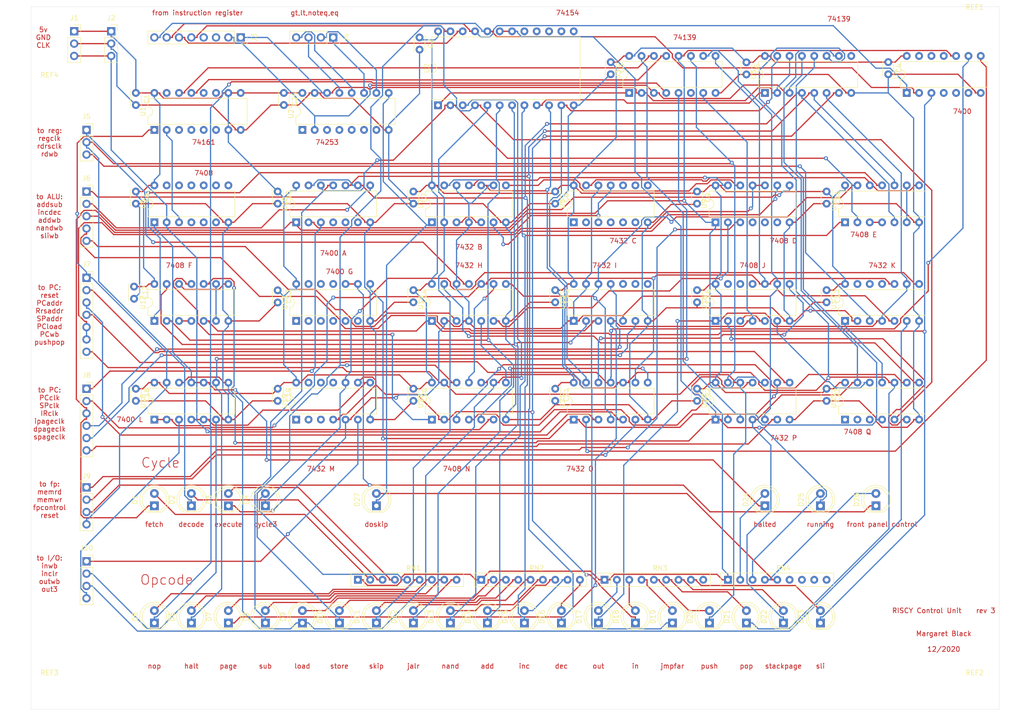
<source format=kicad_pcb>
(kicad_pcb (version 20171130) (host pcbnew 5.1.6-c6e7f7d~87~ubuntu16.04.1)
  (layers (0 F.Cu signal) (31 B.Cu signal) (34 B.Paste user) (35 F.Paste user) (36 B.SilkS user) (37 F.SilkS user) (38 B.Mask user) (39 F.Mask user) (44 Edge.Cuts user))
  (net 0 "")
  (net 1 GND)
  (net 2 +5V)
  (net 3 "Net-(D1-Pad2)")
  (net 4 IRclk)
  (net 5 "Net-(D2-Pad2)")
  (net 6 cycle_de)
  (net 7 "Net-(D3-Pad2)")
  (net 8 cycle_ex)
  (net 9 "Net-(D4-Pad2)")
  (net 10 cycle_3)
  (net 11 "Net-(D5-Pad2)")
  (net 12 op_nop)
  (net 13 "Net-(D6-Pad2)")
  (net 14 op_halt)
  (net 15 "Net-(D7-Pad2)")
  (net 16 op_page)
  (net 17 "Net-(D8-Pad2)")
  (net 18 op_sub)
  (net 19 "Net-(D9-Pad2)")
  (net 20 op_load)
  (net 21 "Net-(D10-Pad2)")
  (net 22 op_store)
  (net 23 "Net-(D11-Pad2)")
  (net 24 op_skip)
  (net 25 "Net-(D12-Pad2)")
  (net 26 op_jalr)
  (net 27 "Net-(D13-Pad2)")
  (net 28 op_nand)
  (net 29 "Net-(D14-Pad2)")
  (net 30 op_add)
  (net 31 "Net-(D15-Pad2)")
  (net 32 op_inc)
  (net 33 "Net-(D16-Pad2)")
  (net 34 op_dec)
  (net 35 "Net-(D17-Pad2)")
  (net 36 op_out)
  (net 37 "Net-(D18-Pad2)")
  (net 38 op_in)
  (net 39 "Net-(D19-Pad2)")
  (net 40 op_jmpfar)
  (net 41 "Net-(D20-Pad2)")
  (net 42 op_push)
  (net 43 "Net-(D21-Pad2)")
  (net 44 op_pop)
  (net 45 "Net-(D22-Pad2)")
  (net 46 op_stackpage)
  (net 47 "Net-(D23-Pad2)")
  (net 48 op_sli)
  (net 49 "Net-(D24-Pad2)")
  (net 50 halted)
  (net 51 "Net-(D25-Pad2)")
  (net 52 running)
  (net 53 "Net-(D26-Pad2)")
  (net 54 fpcontrol)
  (net 55 "Net-(D27-Pad2)")
  (net 56 doskip)
  (net 57 CLK)
  (net 58 "Net-(J3-Pad8)")
  (net 59 "Net-(J3-Pad7)")
  (net 60 "Net-(J3-Pad6)")
  (net 61 "Net-(J3-Pad5)")
  (net 62 "Net-(J3-Pad4)")
  (net 63 "Net-(J3-Pad3)")
  (net 64 "Net-(J3-Pad2)")
  (net 65 "Net-(J3-Pad1)")
  (net 66 "Net-(J4-Pad4)")
  (net 67 "Net-(J4-Pad3)")
  (net 68 "Net-(J4-Pad2)")
  (net 69 "Net-(J4-Pad1)")
  (net 70 rdwb)
  (net 71 regclk)
  (net 72 sliwb)
  (net 73 nandwb)
  (net 74 addwb)
  (net 75 incdec)
  (net 76 addsub)
  (net 77 PCload)
  (net 78 SPaddr)
  (net 79 Rrsaddr)
  (net 80 PCaddr)
  (net 81 reset)
  (net 82 spageclk)
  (net 83 dpageclk)
  (net 84 ipageclk)
  (net 85 SPclk)
  (net 86 PCclk)
  (net 87 memwr)
  (net 88 memrd)
  (net 89 out3)
  (net 90 outwb)
  (net 91 inclr)
  (net 92 inwb)
  (net 93 "Net-(RN3-Pad9)")
  (net 94 "Net-(RN4-Pad9)")
  (net 95 "Net-(RN4-Pad8)")
  (net 96 "Net-(RN4-Pad7)")
  (net 97 "Net-(RN4-Pad6)")
  (net 98 "Net-(U1-Pad15)")
  (net 99 "Net-(U1-Pad14)")
  (net 100 "Net-(U1-Pad6)")
  (net 101 "Net-(U1-Pad13)")
  (net 102 "Net-(U1-Pad5)")
  (net 103 "Net-(U1-Pad12)")
  (net 104 "Net-(U1-Pad4)")
  (net 105 "Net-(U1-Pad11)")
  (net 106 "Net-(U1-Pad3)")
  (net 107 "Net-(U1-Pad2)")
  (net 108 op10)
  (net 109 "Net-(U2-Pad9)")
  (net 110 "Net-(U2-Pad17)")
  (net 111 "Net-(U2-Pad16)")
  (net 112 "Net-(U2-Pad15)")
  (net 113 "Net-(U2-Pad14)")
  (net 114 "Net-(U2-Pad13)")
  (net 115 "Net-(U2-Pad1)")
  (net 116 "Net-(U22-Pad3)")
  (net 117 "Net-(U3-Pad6)")
  (net 118 "Net-(U21-Pad2)")
  (net 119 "Net-(U5-Pad9)")
  (net 120 "Net-(U7-Pad6)")
  (net 121 "Net-(U7-Pad3)")
  (net 122 "Net-(U7-Pad11)")
  (net 123 "Net-(U7-Pad8)")
  (net 124 "Net-(U11-Pad12)")
  (net 125 "Net-(U14-Pad6)")
  (net 126 "Net-(U10-Pad2)")
  (net 127 "Net-(U11-Pad6)")
  (net 128 "Net-(U11-Pad11)")
  (net 129 "Net-(U11-Pad3)")
  (net 130 "Net-(U12-Pad6)")
  (net 131 "Net-(U12-Pad12)")
  (net 132 "Net-(U12-Pad11)")
  (net 133 "Net-(U12-Pad3)")
  (net 134 not_fpcontrol)
  (net 135 "Net-(U14-Pad13)")
  (net 136 "Net-(U14-Pad5)")
  (net 137 "Net-(U14-Pad9)")
  (net 138 "Net-(U16-Pad6)")
  (net 139 "Net-(U16-Pad3)")
  (net 140 cycle_ex_3)
  (net 141 "Net-(U17-Pad1)")
  (net 142 "Net-(U20-Pad5)")
  (net 143 "Net-(U20-Pad4)")
  (net 144 "Net-(U20-Pad3)")
  (net 145 "Net-(U24-Pad7)")
  (net 146 "Net-(U24-Pad6)")
  (net 147 "Net-(U24-Pad5)")
  (net 148 "Net-(U24-Pad4)")
  (net 149 "Net-(U24-Pad3)")
  (net 150 "Net-(U24-Pad1)")
  (net 151 "Net-(U17-Pad8)")
  (net 152 "Net-(U18-Pad4)")
  (net 153 "Net-(U14-Pad8)")
  (net 154 "Net-(U16-Pad2)")
  (module Connector_PinHeader_2.54mm:PinHeader_1x04_P2.54mm_Vertical (layer F.Cu) (at 11.43 99.06)
    (fp_text reference J9 (at 0 -2.33) (layer F.SilkS))
    (fp_text value Conn_01x04_Female)
    (pad 4 thru_hole oval (at 0 7.62) (size 1.7 1.7) (drill 1) (layers *.Cu *.Mask) (net 81 reset))
    (pad 3 thru_hole oval (at 0 5.08) (size 1.7 1.7) (drill 1) (layers *.Cu *.Mask) (net 54 fpcontrol))
    (pad 2 thru_hole oval (at 0 2.54) (size 1.7 1.7) (drill 1) (layers *.Cu *.Mask) (net 87 memwr))
    (pad 1 thru_hole rect (at 0 0) (size 1.7 1.7) (drill 1) (layers *.Cu *.Mask) (net 88 memrd))
  )
  (module Package_DIP:DIP-24_W15.24mm (layer F.Cu) (at 83.82 20.32 90)
    (fp_text reference U2 (at 7.62 -2.33 90) (layer F.SilkS))
    (fp_text value 74LS154)
    (pad 24 thru_hole oval (at 15.24 0 90) (size 1.6 1.6) (drill 0.8) (layers *.Cu *.Mask) (net 2 +5V))
    (pad 12 thru_hole oval (at 0 27.94 90) (size 1.6 1.6) (drill 0.8) (layers *.Cu *.Mask) (net 1 GND))
    (pad 23 thru_hole oval (at 15.24 2.54 90) (size 1.6 1.6) (drill 0.8) (layers *.Cu *.Mask) (net 61 "Net-(J3-Pad5)"))
    (pad 11 thru_hole oval (at 0 25.4 90) (size 1.6 1.6) (drill 0.8) (layers *.Cu *.Mask) (net 108 op10))
    (pad 22 thru_hole oval (at 15.24 5.08 90) (size 1.6 1.6) (drill 0.8) (layers *.Cu *.Mask) (net 60 "Net-(J3-Pad6)"))
    (pad 10 thru_hole oval (at 0 22.86 90) (size 1.6 1.6) (drill 0.8) (layers *.Cu *.Mask) (net 40 op_jmpfar))
    (pad 21 thru_hole oval (at 15.24 7.62 90) (size 1.6 1.6) (drill 0.8) (layers *.Cu *.Mask) (net 59 "Net-(J3-Pad7)"))
    (pad 9 thru_hole oval (at 0 20.32 90) (size 1.6 1.6) (drill 0.8) (layers *.Cu *.Mask) (net 109 "Net-(U2-Pad9)"))
    (pad 20 thru_hole oval (at 15.24 10.16 90) (size 1.6 1.6) (drill 0.8) (layers *.Cu *.Mask) (net 58 "Net-(J3-Pad8)"))
    (pad 8 thru_hole oval (at 0 17.78 90) (size 1.6 1.6) (drill 0.8) (layers *.Cu *.Mask) (net 30 op_add))
    (pad 19 thru_hole oval (at 15.24 12.7 90) (size 1.6 1.6) (drill 0.8) (layers *.Cu *.Mask) (net 52 running))
    (pad 7 thru_hole oval (at 0 15.24 90) (size 1.6 1.6) (drill 0.8) (layers *.Cu *.Mask) (net 28 op_nand))
    (pad 18 thru_hole oval (at 15.24 15.24 90) (size 1.6 1.6) (drill 0.8) (layers *.Cu *.Mask) (net 52 running))
    (pad 6 thru_hole oval (at 0 12.7 90) (size 1.6 1.6) (drill 0.8) (layers *.Cu *.Mask) (net 26 op_jalr))
    (pad 17 thru_hole oval (at 15.24 17.78 90) (size 1.6 1.6) (drill 0.8) (layers *.Cu *.Mask) (net 110 "Net-(U2-Pad17)"))
    (pad 5 thru_hole oval (at 0 10.16 90) (size 1.6 1.6) (drill 0.8) (layers *.Cu *.Mask) (net 24 op_skip))
    (pad 16 thru_hole oval (at 15.24 20.32 90) (size 1.6 1.6) (drill 0.8) (layers *.Cu *.Mask) (net 111 "Net-(U2-Pad16)"))
    (pad 4 thru_hole oval (at 0 7.62 90) (size 1.6 1.6) (drill 0.8) (layers *.Cu *.Mask) (net 22 op_store))
    (pad 15 thru_hole oval (at 15.24 22.86 90) (size 1.6 1.6) (drill 0.8) (layers *.Cu *.Mask) (net 112 "Net-(U2-Pad15)"))
    (pad 3 thru_hole oval (at 0 5.08 90) (size 1.6 1.6) (drill 0.8) (layers *.Cu *.Mask) (net 20 op_load))
    (pad 14 thru_hole oval (at 15.24 25.4 90) (size 1.6 1.6) (drill 0.8) (layers *.Cu *.Mask) (net 113 "Net-(U2-Pad14)"))
    (pad 2 thru_hole oval (at 0 2.54 90) (size 1.6 1.6) (drill 0.8) (layers *.Cu *.Mask) (net 18 op_sub))
    (pad 13 thru_hole oval (at 15.24 27.94 90) (size 1.6 1.6) (drill 0.8) (layers *.Cu *.Mask) (net 114 "Net-(U2-Pad13)"))
    (pad 1 thru_hole rect (at 0 0 90) (size 1.6 1.6) (drill 0.8) (layers *.Cu *.Mask) (net 115 "Net-(U2-Pad1)"))
  )
  (module MountingHole:MountingHole_2.7mm_M2.5 (layer F.Cu) (at 3.81 17.78)
    (fp_text reference REF4 (at 0 -3.7) (layer F.SilkS))
    (fp_text value MountingHole_2.7mm_M2.5)
    (pad 1 np_thru_hole circle (at 0 0) (size 2.7 2.7) (drill 2.7) (layers *.Cu *.Mask))
  )
  (module MountingHole:MountingHole_2.7mm_M2.5 (layer F.Cu) (at 3.81 140.97)
    (fp_text reference REF3 (at 0 -3.7) (layer F.SilkS))
    (fp_text value MountingHole_2.7mm_M2.5)
    (pad 1 np_thru_hole circle (at 0 0) (size 2.7 2.7) (drill 2.7) (layers *.Cu *.Mask))
  )
  (module MountingHole:MountingHole_2.7mm_M2.5 (layer F.Cu) (at 194.31 140.97)
    (fp_text reference REF2 (at 0 -3.7) (layer F.SilkS))
    (fp_text value MountingHole_2.7mm_M2.5)
    (pad 1 np_thru_hole circle (at 0 0) (size 2.7 2.7) (drill 2.7) (layers *.Cu *.Mask))
  )
  (module MountingHole:MountingHole_2.7mm_M2.5 (layer F.Cu) (at 194.31 3.81)
    (fp_text reference REF1 (at 0 -3.7) (layer F.SilkS))
    (fp_text value MountingHole_2.7mm_M2.5)
    (pad 1 np_thru_hole circle (at 0 0) (size 2.7 2.7) (drill 2.7) (layers *.Cu *.Mask))
  )
  (module Package_DIP:DIP-16_W7.62mm (layer F.Cu) (at 55.88 25.4 90)
    (fp_text reference U24 (at 3.81 -2.33 90) (layer F.SilkS))
    (fp_text value 74LS253)
    (pad 16 thru_hole oval (at 7.62 0 90) (size 1.6 1.6) (drill 0.8) (layers *.Cu *.Mask) (net 2 +5V))
    (pad 8 thru_hole oval (at 0 17.78 90) (size 1.6 1.6) (drill 0.8) (layers *.Cu *.Mask) (net 1 GND))
    (pad 15 thru_hole oval (at 7.62 2.54 90) (size 1.6 1.6) (drill 0.8) (layers *.Cu *.Mask) (net 1 GND))
    (pad 7 thru_hole oval (at 0 15.24 90) (size 1.6 1.6) (drill 0.8) (layers *.Cu *.Mask) (net 145 "Net-(U24-Pad7)"))
    (pad 14 thru_hole oval (at 7.62 5.08 90) (size 1.6 1.6) (drill 0.8) (layers *.Cu *.Mask) (net 65 "Net-(J3-Pad1)"))
    (pad 6 thru_hole oval (at 0 12.7 90) (size 1.6 1.6) (drill 0.8) (layers *.Cu *.Mask) (net 146 "Net-(U24-Pad6)"))
    (pad 13 thru_hole oval (at 7.62 7.62 90) (size 1.6 1.6) (drill 0.8) (layers *.Cu *.Mask) (net 67 "Net-(J4-Pad3)"))
    (pad 5 thru_hole oval (at 0 10.16 90) (size 1.6 1.6) (drill 0.8) (layers *.Cu *.Mask) (net 147 "Net-(U24-Pad5)"))
    (pad 12 thru_hole oval (at 7.62 10.16 90) (size 1.6 1.6) (drill 0.8) (layers *.Cu *.Mask) (net 66 "Net-(J4-Pad4)"))
    (pad 4 thru_hole oval (at 0 7.62 90) (size 1.6 1.6) (drill 0.8) (layers *.Cu *.Mask) (net 148 "Net-(U24-Pad4)"))
    (pad 11 thru_hole oval (at 7.62 12.7 90) (size 1.6 1.6) (drill 0.8) (layers *.Cu *.Mask) (net 69 "Net-(J4-Pad1)"))
    (pad 3 thru_hole oval (at 0 5.08 90) (size 1.6 1.6) (drill 0.8) (layers *.Cu *.Mask) (net 149 "Net-(U24-Pad3)"))
    (pad 10 thru_hole oval (at 7.62 15.24 90) (size 1.6 1.6) (drill 0.8) (layers *.Cu *.Mask) (net 68 "Net-(J4-Pad2)"))
    (pad 2 thru_hole oval (at 0 2.54 90) (size 1.6 1.6) (drill 0.8) (layers *.Cu *.Mask) (net 64 "Net-(J3-Pad2)"))
    (pad 9 thru_hole oval (at 7.62 17.78 90) (size 1.6 1.6) (drill 0.8) (layers *.Cu *.Mask) (net 56 doskip))
    (pad 1 thru_hole rect (at 0 0 90) (size 1.6 1.6) (drill 0.8) (layers *.Cu *.Mask) (net 150 "Net-(U24-Pad1)"))
  )
  (module Package_DIP:DIP-14_W7.62mm (layer F.Cu) (at 167.64 85.09 90)
    (fp_text reference U23 (at 3.81 -2.33 90) (layer F.SilkS))
    (fp_text value 74LS08)
    (pad 14 thru_hole oval (at 7.62 0 90) (size 1.6 1.6) (drill 0.8) (layers *.Cu *.Mask) (net 2 +5V))
    (pad 7 thru_hole oval (at 0 15.24 90) (size 1.6 1.6) (drill 0.8) (layers *.Cu *.Mask) (net 1 GND))
    (pad 13 thru_hole oval (at 7.62 2.54 90) (size 1.6 1.6) (drill 0.8) (layers *.Cu *.Mask) (net 46 op_stackpage))
    (pad 6 thru_hole oval (at 0 12.7 90) (size 1.6 1.6) (drill 0.8) (layers *.Cu *.Mask) (net 154 "Net-(U16-Pad2)"))
    (pad 12 thru_hole oval (at 7.62 5.08 90) (size 1.6 1.6) (drill 0.8) (layers *.Cu *.Mask) (net 138 "Net-(U16-Pad6)"))
    (pad 5 thru_hole oval (at 0 10.16 90) (size 1.6 1.6) (drill 0.8) (layers *.Cu *.Mask) (net 22 op_store))
    (pad 11 thru_hole oval (at 7.62 7.62 90) (size 1.6 1.6) (drill 0.8) (layers *.Cu *.Mask) (net 141 "Net-(U17-Pad1)"))
    (pad 4 thru_hole oval (at 0 7.62 90) (size 1.6 1.6) (drill 0.8) (layers *.Cu *.Mask) (net 42 op_push))
    (pad 10 thru_hole oval (at 7.62 10.16 90) (size 1.6 1.6) (drill 0.8) (layers *.Cu *.Mask) (net 44 op_pop))
    (pad 3 thru_hole oval (at 0 5.08 90) (size 1.6 1.6) (drill 0.8) (layers *.Cu *.Mask))
    (pad 9 thru_hole oval (at 7.62 12.7 90) (size 1.6 1.6) (drill 0.8) (layers *.Cu *.Mask) (net 144 "Net-(U20-Pad3)"))
    (pad 2 thru_hole oval (at 0 2.54 90) (size 1.6 1.6) (drill 0.8) (layers *.Cu *.Mask))
    (pad 8 thru_hole oval (at 7.62 15.24 90) (size 1.6 1.6) (drill 0.8) (layers *.Cu *.Mask) (net 135 "Net-(U14-Pad13)"))
    (pad 1 thru_hole rect (at 0 0 90) (size 1.6 1.6) (drill 0.8) (layers *.Cu *.Mask))
  )
  (module Package_DIP:DIP-14_W7.62mm (layer F.Cu) (at 140.97 85.09 90)
    (fp_text reference U22 (at 3.81 -2.33 90) (layer F.SilkS))
    (fp_text value 74LS32)
    (pad 14 thru_hole oval (at 7.62 0 90) (size 1.6 1.6) (drill 0.8) (layers *.Cu *.Mask) (net 2 +5V))
    (pad 7 thru_hole oval (at 0 15.24 90) (size 1.6 1.6) (drill 0.8) (layers *.Cu *.Mask) (net 1 GND))
    (pad 13 thru_hole oval (at 7.62 2.54 90) (size 1.6 1.6) (drill 0.8) (layers *.Cu *.Mask) (net 6 cycle_de))
    (pad 6 thru_hole oval (at 0 12.7 90) (size 1.6 1.6) (drill 0.8) (layers *.Cu *.Mask) (net 82 spageclk))
    (pad 12 thru_hole oval (at 7.62 5.08 90) (size 1.6 1.6) (drill 0.8) (layers *.Cu *.Mask) (net 42 op_push))
    (pad 5 thru_hole oval (at 0 10.16 90) (size 1.6 1.6) (drill 0.8) (layers *.Cu *.Mask) (net 8 cycle_ex))
    (pad 11 thru_hole oval (at 7.62 7.62 90) (size 1.6 1.6) (drill 0.8) (layers *.Cu *.Mask) (net 143 "Net-(U20-Pad4)"))
    (pad 4 thru_hole oval (at 0 7.62 90) (size 1.6 1.6) (drill 0.8) (layers *.Cu *.Mask) (net 46 op_stackpage))
    (pad 10 thru_hole oval (at 7.62 10.16 90) (size 1.6 1.6) (drill 0.8) (layers *.Cu *.Mask) (net 4 IRclk))
    (pad 3 thru_hole oval (at 0 5.08 90) (size 1.6 1.6) (drill 0.8) (layers *.Cu *.Mask) (net 116 "Net-(U22-Pad3)"))
    (pad 9 thru_hole oval (at 7.62 12.7 90) (size 1.6 1.6) (drill 0.8) (layers *.Cu *.Mask) (net 134 not_fpcontrol))
    (pad 2 thru_hole oval (at 0 2.54 90) (size 1.6 1.6) (drill 0.8) (layers *.Cu *.Mask) (net 134 not_fpcontrol))
    (pad 8 thru_hole oval (at 7.62 15.24 90) (size 1.6 1.6) (drill 0.8) (layers *.Cu *.Mask) (net 80 PCaddr))
    (pad 1 thru_hole rect (at 0 0 90) (size 1.6 1.6) (drill 0.8) (layers *.Cu *.Mask) (net 52 running))
  )
  (module Package_DIP:DIP-14_W7.62mm (layer F.Cu) (at 111.76 85.09 90)
    (fp_text reference U21 (at 3.81 -2.33 90) (layer F.SilkS))
    (fp_text value 74LS32)
    (pad 14 thru_hole oval (at 7.62 0 90) (size 1.6 1.6) (drill 0.8) (layers *.Cu *.Mask) (net 2 +5V))
    (pad 7 thru_hole oval (at 0 15.24 90) (size 1.6 1.6) (drill 0.8) (layers *.Cu *.Mask) (net 1 GND))
    (pad 13 thru_hole oval (at 7.62 2.54 90) (size 1.6 1.6) (drill 0.8) (layers *.Cu *.Mask) (net 108 op10))
    (pad 6 thru_hole oval (at 0 12.7 90) (size 1.6 1.6) (drill 0.8) (layers *.Cu *.Mask) (net 87 memwr))
    (pad 12 thru_hole oval (at 7.62 5.08 90) (size 1.6 1.6) (drill 0.8) (layers *.Cu *.Mask) (net 140 cycle_ex_3))
    (pad 5 thru_hole oval (at 0 10.16 90) (size 1.6 1.6) (drill 0.8) (layers *.Cu *.Mask) (net 57 CLK))
    (pad 11 thru_hole oval (at 7.62 7.62 90) (size 1.6 1.6) (drill 0.8) (layers *.Cu *.Mask) (net 78 SPaddr))
    (pad 4 thru_hole oval (at 0 7.62 90) (size 1.6 1.6) (drill 0.8) (layers *.Cu *.Mask) (net 153 "Net-(U14-Pad8)"))
    (pad 10 thru_hole oval (at 7.62 10.16 90) (size 1.6 1.6) (drill 0.8) (layers *.Cu *.Mask) (net 44 op_pop))
    (pad 3 thru_hole oval (at 0 5.08 90) (size 1.6 1.6) (drill 0.8) (layers *.Cu *.Mask) (net 79 Rrsaddr))
    (pad 9 thru_hole oval (at 7.62 12.7 90) (size 1.6 1.6) (drill 0.8) (layers *.Cu *.Mask) (net 10 cycle_3))
    (pad 2 thru_hole oval (at 0 2.54 90) (size 1.6 1.6) (drill 0.8) (layers *.Cu *.Mask) (net 118 "Net-(U21-Pad2)"))
    (pad 8 thru_hole oval (at 7.62 15.24 90) (size 1.6 1.6) (drill 0.8) (layers *.Cu *.Mask) (net 142 "Net-(U20-Pad5)"))
    (pad 1 thru_hole rect (at 0 0 90) (size 1.6 1.6) (drill 0.8) (layers *.Cu *.Mask) (net 134 not_fpcontrol))
  )
  (module Package_DIP:DIP-14_W7.62mm (layer F.Cu) (at 82.55 85.09 90)
    (fp_text reference U20 (at 3.81 -2.33 90) (layer F.SilkS))
    (fp_text value 74LS08)
    (pad 14 thru_hole oval (at 7.62 0 90) (size 1.6 1.6) (drill 0.8) (layers *.Cu *.Mask) (net 2 +5V))
    (pad 7 thru_hole oval (at 0 15.24 90) (size 1.6 1.6) (drill 0.8) (layers *.Cu *.Mask) (net 1 GND))
    (pad 13 thru_hole oval (at 7.62 2.54 90) (size 1.6 1.6) (drill 0.8) (layers *.Cu *.Mask) (net 42 op_push))
    (pad 6 thru_hole oval (at 0 12.7 90) (size 1.6 1.6) (drill 0.8) (layers *.Cu *.Mask) (net 85 SPclk))
    (pad 12 thru_hole oval (at 7.62 5.08 90) (size 1.6 1.6) (drill 0.8) (layers *.Cu *.Mask) (net 22 op_store))
    (pad 5 thru_hole oval (at 0 10.16 90) (size 1.6 1.6) (drill 0.8) (layers *.Cu *.Mask) (net 142 "Net-(U20-Pad5)"))
    (pad 11 thru_hole oval (at 7.62 7.62 90) (size 1.6 1.6) (drill 0.8) (layers *.Cu *.Mask) (net 137 "Net-(U14-Pad9)"))
    (pad 4 thru_hole oval (at 0 7.62 90) (size 1.6 1.6) (drill 0.8) (layers *.Cu *.Mask) (net 143 "Net-(U20-Pad4)"))
    (pad 10 thru_hole oval (at 7.62 10.16 90) (size 1.6 1.6) (drill 0.8) (layers *.Cu *.Mask) (net 44 op_pop))
    (pad 3 thru_hole oval (at 0 5.08 90) (size 1.6 1.6) (drill 0.8) (layers *.Cu *.Mask) (net 144 "Net-(U20-Pad3)"))
    (pad 9 thru_hole oval (at 7.62 12.7 90) (size 1.6 1.6) (drill 0.8) (layers *.Cu *.Mask) (net 20 op_load))
    (pad 2 thru_hole oval (at 0 2.54 90) (size 1.6 1.6) (drill 0.8) (layers *.Cu *.Mask) (net 38 op_in))
    (pad 8 thru_hole oval (at 7.62 15.24 90) (size 1.6 1.6) (drill 0.8) (layers *.Cu *.Mask) (net 136 "Net-(U14-Pad5)"))
    (pad 1 thru_hole rect (at 0 0 90) (size 1.6 1.6) (drill 0.8) (layers *.Cu *.Mask) (net 132 "Net-(U12-Pad11)"))
  )
  (module Package_DIP:DIP-14_W7.62mm (layer F.Cu) (at 54.61 85.09 90)
    (fp_text reference U19 (at 3.81 -2.33 90) (layer F.SilkS))
    (fp_text value 74LS32)
    (pad 14 thru_hole oval (at 7.62 0 90) (size 1.6 1.6) (drill 0.8) (layers *.Cu *.Mask) (net 2 +5V))
    (pad 7 thru_hole oval (at 0 15.24 90) (size 1.6 1.6) (drill 0.8) (layers *.Cu *.Mask) (net 1 GND))
    (pad 13 thru_hole oval (at 7.62 2.54 90) (size 1.6 1.6) (drill 0.8) (layers *.Cu *.Mask))
    (pad 6 thru_hole oval (at 0 12.7 90) (size 1.6 1.6) (drill 0.8) (layers *.Cu *.Mask) (net 92 inwb))
    (pad 12 thru_hole oval (at 7.62 5.08 90) (size 1.6 1.6) (drill 0.8) (layers *.Cu *.Mask))
    (pad 5 thru_hole oval (at 0 10.16 90) (size 1.6 1.6) (drill 0.8) (layers *.Cu *.Mask) (net 8 cycle_ex))
    (pad 11 thru_hole oval (at 7.62 7.62 90) (size 1.6 1.6) (drill 0.8) (layers *.Cu *.Mask))
    (pad 4 thru_hole oval (at 0 7.62 90) (size 1.6 1.6) (drill 0.8) (layers *.Cu *.Mask) (net 38 op_in))
    (pad 10 thru_hole oval (at 7.62 10.16 90) (size 1.6 1.6) (drill 0.8) (layers *.Cu *.Mask) (net 10 cycle_3))
    (pad 3 thru_hole oval (at 0 5.08 90) (size 1.6 1.6) (drill 0.8) (layers *.Cu *.Mask))
    (pad 9 thru_hole oval (at 7.62 12.7 90) (size 1.6 1.6) (drill 0.8) (layers *.Cu *.Mask) (net 38 op_in))
    (pad 2 thru_hole oval (at 0 2.54 90) (size 1.6 1.6) (drill 0.8) (layers *.Cu *.Mask))
    (pad 8 thru_hole oval (at 7.62 15.24 90) (size 1.6 1.6) (drill 0.8) (layers *.Cu *.Mask) (net 152 "Net-(U18-Pad4)"))
    (pad 1 thru_hole rect (at 0 0 90) (size 1.6 1.6) (drill 0.8) (layers *.Cu *.Mask))
  )
  (module Package_DIP:DIP-14_W7.62mm (layer F.Cu) (at 25.4 85.09 90)
    (fp_text reference U18 (at 3.81 -2.33 90) (layer F.SilkS))
    (fp_text value 74LS00)
    (pad 14 thru_hole oval (at 7.62 0 90) (size 1.6 1.6) (drill 0.8) (layers *.Cu *.Mask) (net 2 +5V))
    (pad 7 thru_hole oval (at 0 15.24 90) (size 1.6 1.6) (drill 0.8) (layers *.Cu *.Mask) (net 1 GND))
    (pad 13 thru_hole oval (at 7.62 2.54 90) (size 1.6 1.6) (drill 0.8) (layers *.Cu *.Mask) (net 81 reset))
    (pad 6 thru_hole oval (at 0 12.7 90) (size 1.6 1.6) (drill 0.8) (layers *.Cu *.Mask) (net 91 inclr))
    (pad 12 thru_hole oval (at 7.62 5.08 90) (size 1.6 1.6) (drill 0.8) (layers *.Cu *.Mask) (net 52 running))
    (pad 5 thru_hole oval (at 0 10.16 90) (size 1.6 1.6) (drill 0.8) (layers *.Cu *.Mask) (net 152 "Net-(U18-Pad4)"))
    (pad 11 thru_hole oval (at 7.62 7.62 90) (size 1.6 1.6) (drill 0.8) (layers *.Cu *.Mask) (net 50 halted))
    (pad 4 thru_hole oval (at 0 7.62 90) (size 1.6 1.6) (drill 0.8) (layers *.Cu *.Mask) (net 152 "Net-(U18-Pad4)"))
    (pad 10 thru_hole oval (at 7.62 10.16 90) (size 1.6 1.6) (drill 0.8) (layers *.Cu *.Mask) (net 50 halted))
    (pad 3 thru_hole oval (at 0 5.08 90) (size 1.6 1.6) (drill 0.8) (layers *.Cu *.Mask) (net 89 out3))
    (pad 9 thru_hole oval (at 7.62 12.7 90) (size 1.6 1.6) (drill 0.8) (layers *.Cu *.Mask) (net 14 op_halt))
    (pad 2 thru_hole oval (at 0 2.54 90) (size 1.6 1.6) (drill 0.8) (layers *.Cu *.Mask) (net 151 "Net-(U17-Pad8)"))
    (pad 8 thru_hole oval (at 7.62 15.24 90) (size 1.6 1.6) (drill 0.8) (layers *.Cu *.Mask) (net 52 running))
    (pad 1 thru_hole rect (at 0 0 90) (size 1.6 1.6) (drill 0.8) (layers *.Cu *.Mask) (net 151 "Net-(U17-Pad8)"))
  )
  (module Package_DIP:DIP-14_W7.62mm (layer F.Cu) (at 167.64 64.77 90)
    (fp_text reference U17 (at 3.81 -2.33 90) (layer F.SilkS))
    (fp_text value 74LS32)
    (pad 14 thru_hole oval (at 7.62 0 90) (size 1.6 1.6) (drill 0.8) (layers *.Cu *.Mask) (net 2 +5V))
    (pad 7 thru_hole oval (at 0 15.24 90) (size 1.6 1.6) (drill 0.8) (layers *.Cu *.Mask) (net 1 GND))
    (pad 13 thru_hole oval (at 7.62 2.54 90) (size 1.6 1.6) (drill 0.8) (layers *.Cu *.Mask))
    (pad 6 thru_hole oval (at 0 12.7 90) (size 1.6 1.6) (drill 0.8) (layers *.Cu *.Mask) (net 90 outwb))
    (pad 12 thru_hole oval (at 7.62 5.08 90) (size 1.6 1.6) (drill 0.8) (layers *.Cu *.Mask))
    (pad 5 thru_hole oval (at 0 10.16 90) (size 1.6 1.6) (drill 0.8) (layers *.Cu *.Mask) (net 8 cycle_ex))
    (pad 11 thru_hole oval (at 7.62 7.62 90) (size 1.6 1.6) (drill 0.8) (layers *.Cu *.Mask))
    (pad 4 thru_hole oval (at 0 7.62 90) (size 1.6 1.6) (drill 0.8) (layers *.Cu *.Mask) (net 36 op_out))
    (pad 10 thru_hole oval (at 7.62 10.16 90) (size 1.6 1.6) (drill 0.8) (layers *.Cu *.Mask) (net 10 cycle_3))
    (pad 3 thru_hole oval (at 0 5.08 90) (size 1.6 1.6) (drill 0.8) (layers *.Cu *.Mask) (net 70 rdwb))
    (pad 9 thru_hole oval (at 7.62 12.7 90) (size 1.6 1.6) (drill 0.8) (layers *.Cu *.Mask) (net 36 op_out))
    (pad 2 thru_hole oval (at 0 2.54 90) (size 1.6 1.6) (drill 0.8) (layers *.Cu *.Mask) (net 140 cycle_ex_3))
    (pad 8 thru_hole oval (at 7.62 15.24 90) (size 1.6 1.6) (drill 0.8) (layers *.Cu *.Mask) (net 151 "Net-(U17-Pad8)"))
    (pad 1 thru_hole rect (at 0 0 90) (size 1.6 1.6) (drill 0.8) (layers *.Cu *.Mask) (net 141 "Net-(U17-Pad1)"))
  )
  (module Package_DIP:DIP-14_W7.62mm (layer F.Cu) (at 140.97 64.77 90)
    (fp_text reference U16 (at 3.81 -2.33 90) (layer F.SilkS))
    (fp_text value 74LS08)
    (pad 14 thru_hole oval (at 7.62 0 90) (size 1.6 1.6) (drill 0.8) (layers *.Cu *.Mask) (net 2 +5V))
    (pad 7 thru_hole oval (at 0 15.24 90) (size 1.6 1.6) (drill 0.8) (layers *.Cu *.Mask) (net 1 GND))
    (pad 13 thru_hole oval (at 7.62 2.54 90) (size 1.6 1.6) (drill 0.8) (layers *.Cu *.Mask))
    (pad 6 thru_hole oval (at 0 12.7 90) (size 1.6 1.6) (drill 0.8) (layers *.Cu *.Mask) (net 138 "Net-(U16-Pad6)"))
    (pad 12 thru_hole oval (at 7.62 5.08 90) (size 1.6 1.6) (drill 0.8) (layers *.Cu *.Mask))
    (pad 5 thru_hole oval (at 0 10.16 90) (size 1.6 1.6) (drill 0.8) (layers *.Cu *.Mask) (net 139 "Net-(U16-Pad3)"))
    (pad 11 thru_hole oval (at 7.62 7.62 90) (size 1.6 1.6) (drill 0.8) (layers *.Cu *.Mask))
    (pad 4 thru_hole oval (at 0 7.62 90) (size 1.6 1.6) (drill 0.8) (layers *.Cu *.Mask) (net 16 op_page))
    (pad 10 thru_hole oval (at 7.62 10.16 90) (size 1.6 1.6) (drill 0.8) (layers *.Cu *.Mask) (net 10 cycle_3))
    (pad 3 thru_hole oval (at 0 5.08 90) (size 1.6 1.6) (drill 0.8) (layers *.Cu *.Mask) (net 139 "Net-(U16-Pad3)"))
    (pad 9 thru_hole oval (at 7.62 12.7 90) (size 1.6 1.6) (drill 0.8) (layers *.Cu *.Mask) (net 8 cycle_ex))
    (pad 2 thru_hole oval (at 0 2.54 90) (size 1.6 1.6) (drill 0.8) (layers *.Cu *.Mask) (net 154 "Net-(U16-Pad2)"))
    (pad 8 thru_hole oval (at 7.62 15.24 90) (size 1.6 1.6) (drill 0.8) (layers *.Cu *.Mask) (net 140 cycle_ex_3))
    (pad 1 thru_hole rect (at 0 0 90) (size 1.6 1.6) (drill 0.8) (layers *.Cu *.Mask) (net 36 op_out))
  )
  (module Package_DIP:DIP-14_W7.62mm (layer F.Cu) (at 111.76 64.77 90)
    (fp_text reference U15 (at 3.81 -2.33 90) (layer F.SilkS))
    (fp_text value 74LS32)
    (pad 14 thru_hole oval (at 7.62 0 90) (size 1.6 1.6) (drill 0.8) (layers *.Cu *.Mask) (net 2 +5V))
    (pad 7 thru_hole oval (at 0 15.24 90) (size 1.6 1.6) (drill 0.8) (layers *.Cu *.Mask) (net 1 GND))
    (pad 13 thru_hole oval (at 7.62 2.54 90) (size 1.6 1.6) (drill 0.8) (layers *.Cu *.Mask) (net 8 cycle_ex))
    (pad 6 thru_hole oval (at 0 12.7 90) (size 1.6 1.6) (drill 0.8) (layers *.Cu *.Mask) (net 83 dpageclk))
    (pad 12 thru_hole oval (at 7.62 5.08 90) (size 1.6 1.6) (drill 0.8) (layers *.Cu *.Mask) (net 40 op_jmpfar))
    (pad 5 thru_hole oval (at 0 10.16 90) (size 1.6 1.6) (drill 0.8) (layers *.Cu *.Mask) (net 8 cycle_ex))
    (pad 11 thru_hole oval (at 7.62 7.62 90) (size 1.6 1.6) (drill 0.8) (layers *.Cu *.Mask) (net 84 ipageclk))
    (pad 4 thru_hole oval (at 0 7.62 90) (size 1.6 1.6) (drill 0.8) (layers *.Cu *.Mask) (net 16 op_page))
    (pad 10 thru_hole oval (at 7.62 10.16 90) (size 1.6 1.6) (drill 0.8) (layers *.Cu *.Mask))
    (pad 3 thru_hole oval (at 0 5.08 90) (size 1.6 1.6) (drill 0.8) (layers *.Cu *.Mask) (net 73 nandwb))
    (pad 9 thru_hole oval (at 7.62 12.7 90) (size 1.6 1.6) (drill 0.8) (layers *.Cu *.Mask))
    (pad 2 thru_hole oval (at 0 2.54 90) (size 1.6 1.6) (drill 0.8) (layers *.Cu *.Mask) (net 28 op_nand))
    (pad 8 thru_hole oval (at 7.62 15.24 90) (size 1.6 1.6) (drill 0.8) (layers *.Cu *.Mask))
    (pad 1 thru_hole rect (at 0 0 90) (size 1.6 1.6) (drill 0.8) (layers *.Cu *.Mask) (net 8 cycle_ex))
  )
  (module Package_DIP:DIP-14_W7.62mm (layer F.Cu) (at 82.55 64.77 90)
    (fp_text reference U14 (at 3.81 -2.33 90) (layer F.SilkS))
    (fp_text value 74LS32)
    (pad 14 thru_hole oval (at 7.62 0 90) (size 1.6 1.6) (drill 0.8) (layers *.Cu *.Mask) (net 2 +5V))
    (pad 7 thru_hole oval (at 0 15.24 90) (size 1.6 1.6) (drill 0.8) (layers *.Cu *.Mask) (net 1 GND))
    (pad 13 thru_hole oval (at 7.62 2.54 90) (size 1.6 1.6) (drill 0.8) (layers *.Cu *.Mask) (net 135 "Net-(U14-Pad13)"))
    (pad 6 thru_hole oval (at 0 12.7 90) (size 1.6 1.6) (drill 0.8) (layers *.Cu *.Mask) (net 125 "Net-(U14-Pad6)"))
    (pad 12 thru_hole oval (at 7.62 5.08 90) (size 1.6 1.6) (drill 0.8) (layers *.Cu *.Mask) (net 8 cycle_ex))
    (pad 5 thru_hole oval (at 0 10.16 90) (size 1.6 1.6) (drill 0.8) (layers *.Cu *.Mask) (net 136 "Net-(U14-Pad5)"))
    (pad 11 thru_hole oval (at 7.62 7.62 90) (size 1.6 1.6) (drill 0.8) (layers *.Cu *.Mask) (net 71 regclk))
    (pad 4 thru_hole oval (at 0 7.62 90) (size 1.6 1.6) (drill 0.8) (layers *.Cu *.Mask) (net 8 cycle_ex))
    (pad 10 thru_hole oval (at 7.62 10.16 90) (size 1.6 1.6) (drill 0.8) (layers *.Cu *.Mask) (net 10 cycle_3))
    (pad 3 thru_hole oval (at 0 5.08 90) (size 1.6 1.6) (drill 0.8) (layers *.Cu *.Mask) (net 72 sliwb))
    (pad 9 thru_hole oval (at 7.62 12.7 90) (size 1.6 1.6) (drill 0.8) (layers *.Cu *.Mask) (net 137 "Net-(U14-Pad9)"))
    (pad 2 thru_hole oval (at 0 2.54 90) (size 1.6 1.6) (drill 0.8) (layers *.Cu *.Mask) (net 8 cycle_ex))
    (pad 8 thru_hole oval (at 7.62 15.24 90) (size 1.6 1.6) (drill 0.8) (layers *.Cu *.Mask) (net 153 "Net-(U14-Pad8)"))
    (pad 1 thru_hole rect (at 0 0 90) (size 1.6 1.6) (drill 0.8) (layers *.Cu *.Mask) (net 48 op_sli))
  )
  (module Package_DIP:DIP-14_W7.62mm (layer F.Cu) (at 54.61 64.77 90)
    (fp_text reference U13 (at 3.81 -2.33 90) (layer F.SilkS))
    (fp_text value 74LS00)
    (pad 14 thru_hole oval (at 7.62 0 90) (size 1.6 1.6) (drill 0.8) (layers *.Cu *.Mask) (net 2 +5V))
    (pad 7 thru_hole oval (at 0 15.24 90) (size 1.6 1.6) (drill 0.8) (layers *.Cu *.Mask) (net 1 GND))
    (pad 13 thru_hole oval (at 7.62 2.54 90) (size 1.6 1.6) (drill 0.8) (layers *.Cu *.Mask))
    (pad 6 thru_hole oval (at 0 12.7 90) (size 1.6 1.6) (drill 0.8) (layers *.Cu *.Mask))
    (pad 12 thru_hole oval (at 7.62 5.08 90) (size 1.6 1.6) (drill 0.8) (layers *.Cu *.Mask))
    (pad 5 thru_hole oval (at 0 10.16 90) (size 1.6 1.6) (drill 0.8) (layers *.Cu *.Mask))
    (pad 11 thru_hole oval (at 7.62 7.62 90) (size 1.6 1.6) (drill 0.8) (layers *.Cu *.Mask))
    (pad 4 thru_hole oval (at 0 7.62 90) (size 1.6 1.6) (drill 0.8) (layers *.Cu *.Mask))
    (pad 10 thru_hole oval (at 7.62 10.16 90) (size 1.6 1.6) (drill 0.8) (layers *.Cu *.Mask) (net 54 fpcontrol))
    (pad 3 thru_hole oval (at 0 5.08 90) (size 1.6 1.6) (drill 0.8) (layers *.Cu *.Mask))
    (pad 9 thru_hole oval (at 7.62 12.7 90) (size 1.6 1.6) (drill 0.8) (layers *.Cu *.Mask) (net 54 fpcontrol))
    (pad 2 thru_hole oval (at 0 2.54 90) (size 1.6 1.6) (drill 0.8) (layers *.Cu *.Mask))
    (pad 8 thru_hole oval (at 7.62 15.24 90) (size 1.6 1.6) (drill 0.8) (layers *.Cu *.Mask) (net 134 not_fpcontrol))
    (pad 1 thru_hole rect (at 0 0 90) (size 1.6 1.6) (drill 0.8) (layers *.Cu *.Mask))
  )
  (module Package_DIP:DIP-14_W7.62mm (layer F.Cu) (at 25.4 64.77 90)
    (fp_text reference U12 (at 3.81 -2.33 90) (layer F.SilkS))
    (fp_text value 74LS08)
    (pad 14 thru_hole oval (at 7.62 0 90) (size 1.6 1.6) (drill 0.8) (layers *.Cu *.Mask) (net 2 +5V))
    (pad 7 thru_hole oval (at 0 15.24 90) (size 1.6 1.6) (drill 0.8) (layers *.Cu *.Mask) (net 1 GND))
    (pad 13 thru_hole oval (at 7.62 2.54 90) (size 1.6 1.6) (drill 0.8) (layers *.Cu *.Mask) (net 28 op_nand))
    (pad 6 thru_hole oval (at 0 12.7 90) (size 1.6 1.6) (drill 0.8) (layers *.Cu *.Mask) (net 130 "Net-(U12-Pad6)"))
    (pad 12 thru_hole oval (at 7.62 5.08 90) (size 1.6 1.6) (drill 0.8) (layers *.Cu *.Mask) (net 131 "Net-(U12-Pad12)"))
    (pad 5 thru_hole oval (at 0 10.16 90) (size 1.6 1.6) (drill 0.8) (layers *.Cu *.Mask) (net 48 op_sli))
    (pad 11 thru_hole oval (at 7.62 7.62 90) (size 1.6 1.6) (drill 0.8) (layers *.Cu *.Mask) (net 132 "Net-(U12-Pad11)"))
    (pad 4 thru_hole oval (at 0 7.62 90) (size 1.6 1.6) (drill 0.8) (layers *.Cu *.Mask) (net 133 "Net-(U12-Pad3)"))
    (pad 10 thru_hole oval (at 7.62 10.16 90) (size 1.6 1.6) (drill 0.8) (layers *.Cu *.Mask) (net 20 op_load))
    (pad 3 thru_hole oval (at 0 5.08 90) (size 1.6 1.6) (drill 0.8) (layers *.Cu *.Mask) (net 133 "Net-(U12-Pad3)"))
    (pad 9 thru_hole oval (at 7.62 12.7 90) (size 1.6 1.6) (drill 0.8) (layers *.Cu *.Mask) (net 130 "Net-(U12-Pad6)"))
    (pad 2 thru_hole oval (at 0 2.54 90) (size 1.6 1.6) (drill 0.8) (layers *.Cu *.Mask) (net 26 op_jalr))
    (pad 8 thru_hole oval (at 7.62 15.24 90) (size 1.6 1.6) (drill 0.8) (layers *.Cu *.Mask) (net 131 "Net-(U12-Pad12)"))
    (pad 1 thru_hole rect (at 0 0 90) (size 1.6 1.6) (drill 0.8) (layers *.Cu *.Mask) (net 128 "Net-(U11-Pad11)"))
  )
  (module Package_DIP:DIP-14_W7.62mm (layer F.Cu) (at 167.64 44.45 90)
    (fp_text reference U11 (at 3.81 -2.33 90) (layer F.SilkS))
    (fp_text value 74LS08)
    (pad 14 thru_hole oval (at 7.62 0 90) (size 1.6 1.6) (drill 0.8) (layers *.Cu *.Mask) (net 2 +5V))
    (pad 7 thru_hole oval (at 0 15.24 90) (size 1.6 1.6) (drill 0.8) (layers *.Cu *.Mask) (net 1 GND))
    (pad 13 thru_hole oval (at 7.62 2.54 90) (size 1.6 1.6) (drill 0.8) (layers *.Cu *.Mask) (net 40 op_jmpfar))
    (pad 6 thru_hole oval (at 0 12.7 90) (size 1.6 1.6) (drill 0.8) (layers *.Cu *.Mask) (net 127 "Net-(U11-Pad6)"))
    (pad 12 thru_hole oval (at 7.62 5.08 90) (size 1.6 1.6) (drill 0.8) (layers *.Cu *.Mask) (net 124 "Net-(U11-Pad12)"))
    (pad 5 thru_hole oval (at 0 10.16 90) (size 1.6 1.6) (drill 0.8) (layers *.Cu *.Mask) (net 32 op_inc))
    (pad 11 thru_hole oval (at 7.62 7.62 90) (size 1.6 1.6) (drill 0.8) (layers *.Cu *.Mask) (net 128 "Net-(U11-Pad11)"))
    (pad 4 thru_hole oval (at 0 7.62 90) (size 1.6 1.6) (drill 0.8) (layers *.Cu *.Mask) (net 129 "Net-(U11-Pad3)"))
    (pad 10 thru_hole oval (at 7.62 10.16 90) (size 1.6 1.6) (drill 0.8) (layers *.Cu *.Mask) (net 34 op_dec))
    (pad 3 thru_hole oval (at 0 5.08 90) (size 1.6 1.6) (drill 0.8) (layers *.Cu *.Mask) (net 129 "Net-(U11-Pad3)"))
    (pad 9 thru_hole oval (at 7.62 12.7 90) (size 1.6 1.6) (drill 0.8) (layers *.Cu *.Mask) (net 127 "Net-(U11-Pad6)"))
    (pad 2 thru_hole oval (at 0 2.54 90) (size 1.6 1.6) (drill 0.8) (layers *.Cu *.Mask) (net 18 op_sub))
    (pad 8 thru_hole oval (at 7.62 15.24 90) (size 1.6 1.6) (drill 0.8) (layers *.Cu *.Mask) (net 124 "Net-(U11-Pad12)"))
    (pad 1 thru_hole rect (at 0 0 90) (size 1.6 1.6) (drill 0.8) (layers *.Cu *.Mask) (net 30 op_add))
  )
  (module Package_DIP:DIP-14_W7.62mm (layer F.Cu) (at 54.61 44.45 90)
    (fp_text reference U10 (at 3.81 -2.33 90) (layer F.SilkS))
    (fp_text value 74LS00)
    (pad 1 thru_hole rect (at 0 0 90) (size 1.6 1.6) (drill 0.8) (layers *.Cu *.Mask) (net 4 IRclk))
    (pad 8 thru_hole oval (at 7.62 15.24 90) (size 1.6 1.6) (drill 0.8) (layers *.Cu *.Mask) (net 75 incdec))
    (pad 2 thru_hole oval (at 0 2.54 90) (size 1.6 1.6) (drill 0.8) (layers *.Cu *.Mask) (net 126 "Net-(U10-Pad2)"))
    (pad 9 thru_hole oval (at 7.62 12.7 90) (size 1.6 1.6) (drill 0.8) (layers *.Cu *.Mask) (net 32 op_inc))
    (pad 3 thru_hole oval (at 0 5.08 90) (size 1.6 1.6) (drill 0.8) (layers *.Cu *.Mask) (net 86 PCclk))
    (pad 10 thru_hole oval (at 7.62 10.16 90) (size 1.6 1.6) (drill 0.8) (layers *.Cu *.Mask) (net 34 op_dec))
    (pad 4 thru_hole oval (at 0 7.62 90) (size 1.6 1.6) (drill 0.8) (layers *.Cu *.Mask))
    (pad 11 thru_hole oval (at 7.62 7.62 90) (size 1.6 1.6) (drill 0.8) (layers *.Cu *.Mask) (net 76 addsub))
    (pad 5 thru_hole oval (at 0 10.16 90) (size 1.6 1.6) (drill 0.8) (layers *.Cu *.Mask))
    (pad 12 thru_hole oval (at 7.62 5.08 90) (size 1.6 1.6) (drill 0.8) (layers *.Cu *.Mask) (net 18 op_sub))
    (pad 6 thru_hole oval (at 0 12.7 90) (size 1.6 1.6) (drill 0.8) (layers *.Cu *.Mask))
    (pad 13 thru_hole oval (at 7.62 2.54 90) (size 1.6 1.6) (drill 0.8) (layers *.Cu *.Mask) (net 32 op_inc))
    (pad 7 thru_hole oval (at 0 15.24 90) (size 1.6 1.6) (drill 0.8) (layers *.Cu *.Mask) (net 1 GND))
    (pad 14 thru_hole oval (at 7.62 0 90) (size 1.6 1.6) (drill 0.8) (layers *.Cu *.Mask) (net 2 +5V))
  )
  (module Package_DIP:DIP-14_W7.62mm (layer F.Cu) (at 140.97 44.45 90)
    (fp_text reference U9 (at 3.81 -2.33 90) (layer F.SilkS))
    (fp_text value 74LS08)
    (pad 1 thru_hole rect (at 0 0 90) (size 1.6 1.6) (drill 0.8) (layers *.Cu *.Mask) (net 4 IRclk))
    (pad 8 thru_hole oval (at 7.62 15.24 90) (size 1.6 1.6) (drill 0.8) (layers *.Cu *.Mask) (net 126 "Net-(U10-Pad2)"))
    (pad 2 thru_hole oval (at 0 2.54 90) (size 1.6 1.6) (drill 0.8) (layers *.Cu *.Mask) (net 125 "Net-(U14-Pad6)"))
    (pad 9 thru_hole oval (at 7.62 12.7 90) (size 1.6 1.6) (drill 0.8) (layers *.Cu *.Mask) (net 120 "Net-(U7-Pad6)"))
    (pad 3 thru_hole oval (at 0 5.08 90) (size 1.6 1.6) (drill 0.8) (layers *.Cu *.Mask) (net 88 memrd))
    (pad 10 thru_hole oval (at 7.62 10.16 90) (size 1.6 1.6) (drill 0.8) (layers *.Cu *.Mask) (net 77 PCload))
    (pad 4 thru_hole oval (at 0 7.62 90) (size 1.6 1.6) (drill 0.8) (layers *.Cu *.Mask))
    (pad 11 thru_hole oval (at 7.62 7.62 90) (size 1.6 1.6) (drill 0.8) (layers *.Cu *.Mask) (net 77 PCload))
    (pad 5 thru_hole oval (at 0 10.16 90) (size 1.6 1.6) (drill 0.8) (layers *.Cu *.Mask))
    (pad 12 thru_hole oval (at 7.62 5.08 90) (size 1.6 1.6) (drill 0.8) (layers *.Cu *.Mask) (net 123 "Net-(U7-Pad8)"))
    (pad 6 thru_hole oval (at 0 12.7 90) (size 1.6 1.6) (drill 0.8) (layers *.Cu *.Mask))
    (pad 13 thru_hole oval (at 7.62 2.54 90) (size 1.6 1.6) (drill 0.8) (layers *.Cu *.Mask) (net 122 "Net-(U7-Pad11)"))
    (pad 7 thru_hole oval (at 0 15.24 90) (size 1.6 1.6) (drill 0.8) (layers *.Cu *.Mask) (net 1 GND))
    (pad 14 thru_hole oval (at 7.62 0 90) (size 1.6 1.6) (drill 0.8) (layers *.Cu *.Mask) (net 2 +5V))
  )
  (module Package_DIP:DIP-14_W7.62mm (layer F.Cu) (at 111.76 44.45 90)
    (fp_text reference U8 (at 3.81 -2.33 90) (layer F.SilkS))
    (fp_text value 74LS32)
    (pad 1 thru_hole rect (at 0 0 90) (size 1.6 1.6) (drill 0.8) (layers *.Cu *.Mask))
    (pad 8 thru_hole oval (at 7.62 15.24 90) (size 1.6 1.6) (drill 0.8) (layers *.Cu *.Mask))
    (pad 2 thru_hole oval (at 0 2.54 90) (size 1.6 1.6) (drill 0.8) (layers *.Cu *.Mask))
    (pad 9 thru_hole oval (at 7.62 12.7 90) (size 1.6 1.6) (drill 0.8) (layers *.Cu *.Mask))
    (pad 3 thru_hole oval (at 0 5.08 90) (size 1.6 1.6) (drill 0.8) (layers *.Cu *.Mask))
    (pad 10 thru_hole oval (at 7.62 10.16 90) (size 1.6 1.6) (drill 0.8) (layers *.Cu *.Mask))
    (pad 4 thru_hole oval (at 0 7.62 90) (size 1.6 1.6) (drill 0.8) (layers *.Cu *.Mask))
    (pad 11 thru_hole oval (at 7.62 7.62 90) (size 1.6 1.6) (drill 0.8) (layers *.Cu *.Mask) (net 74 addwb))
    (pad 5 thru_hole oval (at 0 10.16 90) (size 1.6 1.6) (drill 0.8) (layers *.Cu *.Mask))
    (pad 12 thru_hole oval (at 7.62 5.08 90) (size 1.6 1.6) (drill 0.8) (layers *.Cu *.Mask) (net 8 cycle_ex))
    (pad 6 thru_hole oval (at 0 12.7 90) (size 1.6 1.6) (drill 0.8) (layers *.Cu *.Mask))
    (pad 13 thru_hole oval (at 7.62 2.54 90) (size 1.6 1.6) (drill 0.8) (layers *.Cu *.Mask) (net 124 "Net-(U11-Pad12)"))
    (pad 7 thru_hole oval (at 0 15.24 90) (size 1.6 1.6) (drill 0.8) (layers *.Cu *.Mask) (net 1 GND))
    (pad 14 thru_hole oval (at 7.62 0 90) (size 1.6 1.6) (drill 0.8) (layers *.Cu *.Mask) (net 2 +5V))
  )
  (module Package_DIP:DIP-14_W7.62mm (layer F.Cu) (at 82.55 44.45 90)
    (fp_text reference U7 (at 3.81 -2.33 90) (layer F.SilkS))
    (fp_text value 74LS32)
    (pad 1 thru_hole rect (at 0 0 90) (size 1.6 1.6) (drill 0.8) (layers *.Cu *.Mask) (net 56 doskip))
    (pad 8 thru_hole oval (at 7.62 15.24 90) (size 1.6 1.6) (drill 0.8) (layers *.Cu *.Mask) (net 123 "Net-(U7-Pad8)"))
    (pad 2 thru_hole oval (at 0 2.54 90) (size 1.6 1.6) (drill 0.8) (layers *.Cu *.Mask) (net 24 op_skip))
    (pad 9 thru_hole oval (at 7.62 12.7 90) (size 1.6 1.6) (drill 0.8) (layers *.Cu *.Mask) (net 8 cycle_ex))
    (pad 3 thru_hole oval (at 0 5.08 90) (size 1.6 1.6) (drill 0.8) (layers *.Cu *.Mask) (net 121 "Net-(U7-Pad3)"))
    (pad 10 thru_hole oval (at 7.62 10.16 90) (size 1.6 1.6) (drill 0.8) (layers *.Cu *.Mask) (net 40 op_jmpfar))
    (pad 4 thru_hole oval (at 0 7.62 90) (size 1.6 1.6) (drill 0.8) (layers *.Cu *.Mask) (net 8 cycle_ex))
    (pad 11 thru_hole oval (at 7.62 7.62 90) (size 1.6 1.6) (drill 0.8) (layers *.Cu *.Mask) (net 122 "Net-(U7-Pad11)"))
    (pad 5 thru_hole oval (at 0 10.16 90) (size 1.6 1.6) (drill 0.8) (layers *.Cu *.Mask) (net 121 "Net-(U7-Pad3)"))
    (pad 12 thru_hole oval (at 7.62 5.08 90) (size 1.6 1.6) (drill 0.8) (layers *.Cu *.Mask) (net 8 cycle_ex))
    (pad 6 thru_hole oval (at 0 12.7 90) (size 1.6 1.6) (drill 0.8) (layers *.Cu *.Mask) (net 120 "Net-(U7-Pad6)"))
    (pad 13 thru_hole oval (at 7.62 2.54 90) (size 1.6 1.6) (drill 0.8) (layers *.Cu *.Mask) (net 26 op_jalr))
    (pad 7 thru_hole oval (at 0 15.24 90) (size 1.6 1.6) (drill 0.8) (layers *.Cu *.Mask) (net 1 GND))
    (pad 14 thru_hole oval (at 7.62 0 90) (size 1.6 1.6) (drill 0.8) (layers *.Cu *.Mask) (net 2 +5V))
  )
  (module Package_DIP:DIP-14_W7.62mm (layer F.Cu) (at 25.4 44.45 90)
    (fp_text reference U6 (at 3.81 -2.33 90) (layer F.SilkS))
    (fp_text value 74LS08)
    (pad 14 thru_hole oval (at 7.62 0 90) (size 1.6 1.6) (drill 0.8) (layers *.Cu *.Mask) (net 2 +5V))
    (pad 7 thru_hole oval (at 0 15.24 90) (size 1.6 1.6) (drill 0.8) (layers *.Cu *.Mask) (net 1 GND))
    (pad 13 thru_hole oval (at 7.62 2.54 90) (size 1.6 1.6) (drill 0.8) (layers *.Cu *.Mask))
    (pad 6 thru_hole oval (at 0 12.7 90) (size 1.6 1.6) (drill 0.8) (layers *.Cu *.Mask))
    (pad 12 thru_hole oval (at 7.62 5.08 90) (size 1.6 1.6) (drill 0.8) (layers *.Cu *.Mask))
    (pad 5 thru_hole oval (at 0 10.16 90) (size 1.6 1.6) (drill 0.8) (layers *.Cu *.Mask))
    (pad 11 thru_hole oval (at 7.62 7.62 90) (size 1.6 1.6) (drill 0.8) (layers *.Cu *.Mask))
    (pad 4 thru_hole oval (at 0 7.62 90) (size 1.6 1.6) (drill 0.8) (layers *.Cu *.Mask))
    (pad 10 thru_hole oval (at 7.62 10.16 90) (size 1.6 1.6) (drill 0.8) (layers *.Cu *.Mask))
    (pad 3 thru_hole oval (at 0 5.08 90) (size 1.6 1.6) (drill 0.8) (layers *.Cu *.Mask) (net 107 "Net-(U1-Pad2)"))
    (pad 9 thru_hole oval (at 7.62 12.7 90) (size 1.6 1.6) (drill 0.8) (layers *.Cu *.Mask))
    (pad 2 thru_hole oval (at 0 2.54 90) (size 1.6 1.6) (drill 0.8) (layers *.Cu *.Mask) (net 57 CLK))
    (pad 8 thru_hole oval (at 7.62 15.24 90) (size 1.6 1.6) (drill 0.8) (layers *.Cu *.Mask))
    (pad 1 thru_hole rect (at 0 0 90) (size 1.6 1.6) (drill 0.8) (layers *.Cu *.Mask) (net 50 halted))
  )
  (module Package_DIP:DIP-16_W7.62mm (layer F.Cu) (at 151.13 17.78 90)
    (fp_text reference U5 (at 3.81 -2.33 90) (layer F.SilkS))
    (fp_text value 74LS139)
    (pad 16 thru_hole oval (at 7.62 0 90) (size 1.6 1.6) (drill 0.8) (layers *.Cu *.Mask) (net 2 +5V))
    (pad 8 thru_hole oval (at 0 17.78 90) (size 1.6 1.6) (drill 0.8) (layers *.Cu *.Mask) (net 1 GND))
    (pad 15 thru_hole oval (at 7.62 2.54 90) (size 1.6 1.6) (drill 0.8) (layers *.Cu *.Mask) (net 108 op10))
    (pad 7 thru_hole oval (at 0 15.24 90) (size 1.6 1.6) (drill 0.8) (layers *.Cu *.Mask) (net 38 op_in))
    (pad 14 thru_hole oval (at 7.62 5.08 90) (size 1.6 1.6) (drill 0.8) (layers *.Cu *.Mask) (net 65 "Net-(J3-Pad1)"))
    (pad 6 thru_hole oval (at 0 12.7 90) (size 1.6 1.6) (drill 0.8) (layers *.Cu *.Mask) (net 36 op_out))
    (pad 13 thru_hole oval (at 7.62 7.62 90) (size 1.6 1.6) (drill 0.8) (layers *.Cu *.Mask) (net 64 "Net-(J3-Pad2)"))
    (pad 5 thru_hole oval (at 0 10.16 90) (size 1.6 1.6) (drill 0.8) (layers *.Cu *.Mask) (net 34 op_dec))
    (pad 12 thru_hole oval (at 7.62 10.16 90) (size 1.6 1.6) (drill 0.8) (layers *.Cu *.Mask) (net 42 op_push))
    (pad 4 thru_hole oval (at 0 7.62 90) (size 1.6 1.6) (drill 0.8) (layers *.Cu *.Mask) (net 32 op_inc))
    (pad 11 thru_hole oval (at 7.62 12.7 90) (size 1.6 1.6) (drill 0.8) (layers *.Cu *.Mask) (net 44 op_pop))
    (pad 3 thru_hole oval (at 0 5.08 90) (size 1.6 1.6) (drill 0.8) (layers *.Cu *.Mask) (net 64 "Net-(J3-Pad2)"))
    (pad 10 thru_hole oval (at 7.62 15.24 90) (size 1.6 1.6) (drill 0.8) (layers *.Cu *.Mask) (net 46 op_stackpage))
    (pad 2 thru_hole oval (at 0 2.54 90) (size 1.6 1.6) (drill 0.8) (layers *.Cu *.Mask) (net 65 "Net-(J3-Pad1)"))
    (pad 9 thru_hole oval (at 7.62 17.78 90) (size 1.6 1.6) (drill 0.8) (layers *.Cu *.Mask) (net 119 "Net-(U5-Pad9)"))
    (pad 1 thru_hole rect (at 0 0 90) (size 1.6 1.6) (drill 0.8) (layers *.Cu *.Mask) (net 109 "Net-(U2-Pad9)"))
  )
  (module Package_DIP:DIP-14_W7.62mm (layer F.Cu) (at 180.34 17.78 90)
    (fp_text reference U4 (at 3.81 -2.33 90) (layer F.SilkS))
    (fp_text value 74LS00)
    (pad 14 thru_hole oval (at 7.62 0 90) (size 1.6 1.6) (drill 0.8) (layers *.Cu *.Mask) (net 2 +5V))
    (pad 7 thru_hole oval (at 0 15.24 90) (size 1.6 1.6) (drill 0.8) (layers *.Cu *.Mask) (net 1 GND))
    (pad 13 thru_hole oval (at 7.62 2.54 90) (size 1.6 1.6) (drill 0.8) (layers *.Cu *.Mask))
    (pad 6 thru_hole oval (at 0 12.7 90) (size 1.6 1.6) (drill 0.8) (layers *.Cu *.Mask))
    (pad 12 thru_hole oval (at 7.62 5.08 90) (size 1.6 1.6) (drill 0.8) (layers *.Cu *.Mask))
    (pad 5 thru_hole oval (at 0 10.16 90) (size 1.6 1.6) (drill 0.8) (layers *.Cu *.Mask))
    (pad 11 thru_hole oval (at 7.62 7.62 90) (size 1.6 1.6) (drill 0.8) (layers *.Cu *.Mask))
    (pad 4 thru_hole oval (at 0 7.62 90) (size 1.6 1.6) (drill 0.8) (layers *.Cu *.Mask))
    (pad 10 thru_hole oval (at 7.62 10.16 90) (size 1.6 1.6) (drill 0.8) (layers *.Cu *.Mask) (net 4 IRclk))
    (pad 3 thru_hole oval (at 0 5.08 90) (size 1.6 1.6) (drill 0.8) (layers *.Cu *.Mask) (net 48 op_sli))
    (pad 9 thru_hole oval (at 7.62 12.7 90) (size 1.6 1.6) (drill 0.8) (layers *.Cu *.Mask) (net 78 SPaddr))
    (pad 2 thru_hole oval (at 0 2.54 90) (size 1.6 1.6) (drill 0.8) (layers *.Cu *.Mask) (net 58 "Net-(J3-Pad8)"))
    (pad 8 thru_hole oval (at 7.62 15.24 90) (size 1.6 1.6) (drill 0.8) (layers *.Cu *.Mask) (net 118 "Net-(U21-Pad2)"))
    (pad 1 thru_hole rect (at 0 0 90) (size 1.6 1.6) (drill 0.8) (layers *.Cu *.Mask) (net 59 "Net-(J3-Pad7)"))
  )
  (module Package_DIP:DIP-16_W7.62mm (layer F.Cu) (at 123.19 17.78 90)
    (fp_text reference U3 (at 3.81 -2.33 90) (layer F.SilkS))
    (fp_text value 74LS139)
    (pad 16 thru_hole oval (at 7.62 0 90) (size 1.6 1.6) (drill 0.8) (layers *.Cu *.Mask) (net 2 +5V))
    (pad 8 thru_hole oval (at 0 17.78 90) (size 1.6 1.6) (drill 0.8) (layers *.Cu *.Mask) (net 1 GND))
    (pad 15 thru_hole oval (at 7.62 2.54 90) (size 1.6 1.6) (drill 0.8) (layers *.Cu *.Mask) (net 116 "Net-(U22-Pad3)"))
    (pad 7 thru_hole oval (at 0 15.24 90) (size 1.6 1.6) (drill 0.8) (layers *.Cu *.Mask) (net 16 op_page))
    (pad 14 thru_hole oval (at 7.62 5.08 90) (size 1.6 1.6) (drill 0.8) (layers *.Cu *.Mask) (net 99 "Net-(U1-Pad14)"))
    (pad 6 thru_hole oval (at 0 12.7 90) (size 1.6 1.6) (drill 0.8) (layers *.Cu *.Mask) (net 117 "Net-(U3-Pad6)"))
    (pad 13 thru_hole oval (at 7.62 7.62 90) (size 1.6 1.6) (drill 0.8) (layers *.Cu *.Mask) (net 101 "Net-(U1-Pad13)"))
    (pad 5 thru_hole oval (at 0 10.16 90) (size 1.6 1.6) (drill 0.8) (layers *.Cu *.Mask) (net 14 op_halt))
    (pad 12 thru_hole oval (at 7.62 10.16 90) (size 1.6 1.6) (drill 0.8) (layers *.Cu *.Mask) (net 4 IRclk))
    (pad 4 thru_hole oval (at 0 7.62 90) (size 1.6 1.6) (drill 0.8) (layers *.Cu *.Mask) (net 12 op_nop))
    (pad 11 thru_hole oval (at 7.62 12.7 90) (size 1.6 1.6) (drill 0.8) (layers *.Cu *.Mask) (net 6 cycle_de))
    (pad 3 thru_hole oval (at 0 5.08 90) (size 1.6 1.6) (drill 0.8) (layers *.Cu *.Mask) (net 64 "Net-(J3-Pad2)"))
    (pad 10 thru_hole oval (at 7.62 15.24 90) (size 1.6 1.6) (drill 0.8) (layers *.Cu *.Mask) (net 8 cycle_ex))
    (pad 2 thru_hole oval (at 0 2.54 90) (size 1.6 1.6) (drill 0.8) (layers *.Cu *.Mask) (net 65 "Net-(J3-Pad1)"))
    (pad 9 thru_hole oval (at 7.62 17.78 90) (size 1.6 1.6) (drill 0.8) (layers *.Cu *.Mask) (net 10 cycle_3))
    (pad 1 thru_hole rect (at 0 0 90) (size 1.6 1.6) (drill 0.8) (layers *.Cu *.Mask) (net 115 "Net-(U2-Pad1)"))
  )
  (module Package_DIP:DIP-16_W7.62mm (layer F.Cu) (at 25.4 25.4 90)
    (fp_text reference U1 (at 3.81 -2.33 90) (layer F.SilkS))
    (fp_text value 74LS161)
    (pad 16 thru_hole oval (at 7.62 0 90) (size 1.6 1.6) (drill 0.8) (layers *.Cu *.Mask) (net 2 +5V))
    (pad 8 thru_hole oval (at 0 17.78 90) (size 1.6 1.6) (drill 0.8) (layers *.Cu *.Mask) (net 1 GND))
    (pad 15 thru_hole oval (at 7.62 2.54 90) (size 1.6 1.6) (drill 0.8) (layers *.Cu *.Mask) (net 98 "Net-(U1-Pad15)"))
    (pad 7 thru_hole oval (at 0 15.24 90) (size 1.6 1.6) (drill 0.8) (layers *.Cu *.Mask) (net 2 +5V))
    (pad 14 thru_hole oval (at 7.62 5.08 90) (size 1.6 1.6) (drill 0.8) (layers *.Cu *.Mask) (net 99 "Net-(U1-Pad14)"))
    (pad 6 thru_hole oval (at 0 12.7 90) (size 1.6 1.6) (drill 0.8) (layers *.Cu *.Mask) (net 100 "Net-(U1-Pad6)"))
    (pad 13 thru_hole oval (at 7.62 7.62 90) (size 1.6 1.6) (drill 0.8) (layers *.Cu *.Mask) (net 101 "Net-(U1-Pad13)"))
    (pad 5 thru_hole oval (at 0 10.16 90) (size 1.6 1.6) (drill 0.8) (layers *.Cu *.Mask) (net 102 "Net-(U1-Pad5)"))
    (pad 12 thru_hole oval (at 7.62 10.16 90) (size 1.6 1.6) (drill 0.8) (layers *.Cu *.Mask) (net 103 "Net-(U1-Pad12)"))
    (pad 4 thru_hole oval (at 0 7.62 90) (size 1.6 1.6) (drill 0.8) (layers *.Cu *.Mask) (net 104 "Net-(U1-Pad4)"))
    (pad 11 thru_hole oval (at 7.62 12.7 90) (size 1.6 1.6) (drill 0.8) (layers *.Cu *.Mask) (net 105 "Net-(U1-Pad11)"))
    (pad 3 thru_hole oval (at 0 5.08 90) (size 1.6 1.6) (drill 0.8) (layers *.Cu *.Mask) (net 106 "Net-(U1-Pad3)"))
    (pad 10 thru_hole oval (at 7.62 15.24 90) (size 1.6 1.6) (drill 0.8) (layers *.Cu *.Mask) (net 2 +5V))
    (pad 2 thru_hole oval (at 0 2.54 90) (size 1.6 1.6) (drill 0.8) (layers *.Cu *.Mask) (net 107 "Net-(U1-Pad2)"))
    (pad 9 thru_hole oval (at 7.62 17.78 90) (size 1.6 1.6) (drill 0.8) (layers *.Cu *.Mask) (net 2 +5V))
    (pad 1 thru_hole rect (at 0 0 90) (size 1.6 1.6) (drill 0.8) (layers *.Cu *.Mask) (net 81 reset))
  )
  (module Resistor_THT:R_Array_SIP9 (layer F.Cu) (at 143.51 118.11)
    (fp_text reference RN4 (at 11.43 -2.4) (layer F.SilkS))
    (fp_text value R_Network08)
    (pad 9 thru_hole oval (at 20.32 0) (size 1.6 1.6) (drill 0.8) (layers *.Cu *.Mask) (net 94 "Net-(RN4-Pad9)"))
    (pad 8 thru_hole oval (at 17.78 0) (size 1.6 1.6) (drill 0.8) (layers *.Cu *.Mask) (net 95 "Net-(RN4-Pad8)"))
    (pad 7 thru_hole oval (at 15.24 0) (size 1.6 1.6) (drill 0.8) (layers *.Cu *.Mask) (net 96 "Net-(RN4-Pad7)"))
    (pad 6 thru_hole oval (at 12.7 0) (size 1.6 1.6) (drill 0.8) (layers *.Cu *.Mask) (net 97 "Net-(RN4-Pad6)"))
    (pad 5 thru_hole oval (at 10.16 0) (size 1.6 1.6) (drill 0.8) (layers *.Cu *.Mask) (net 55 "Net-(D27-Pad2)"))
    (pad 4 thru_hole oval (at 7.62 0) (size 1.6 1.6) (drill 0.8) (layers *.Cu *.Mask) (net 53 "Net-(D26-Pad2)"))
    (pad 3 thru_hole oval (at 5.08 0) (size 1.6 1.6) (drill 0.8) (layers *.Cu *.Mask) (net 51 "Net-(D25-Pad2)"))
    (pad 2 thru_hole oval (at 2.54 0) (size 1.6 1.6) (drill 0.8) (layers *.Cu *.Mask) (net 49 "Net-(D24-Pad2)"))
    (pad 1 thru_hole rect (at 0 0) (size 1.6 1.6) (drill 0.8) (layers *.Cu *.Mask) (net 2 +5V))
  )
  (module Resistor_THT:R_Array_SIP9 (layer F.Cu) (at 118.11 118.11)
    (fp_text reference RN3 (at 11.43 -2.4) (layer F.SilkS))
    (fp_text value R_Network08)
    (pad 9 thru_hole oval (at 20.32 0) (size 1.6 1.6) (drill 0.8) (layers *.Cu *.Mask) (net 93 "Net-(RN3-Pad9)"))
    (pad 8 thru_hole oval (at 17.78 0) (size 1.6 1.6) (drill 0.8) (layers *.Cu *.Mask) (net 47 "Net-(D23-Pad2)"))
    (pad 7 thru_hole oval (at 15.24 0) (size 1.6 1.6) (drill 0.8) (layers *.Cu *.Mask) (net 45 "Net-(D22-Pad2)"))
    (pad 6 thru_hole oval (at 12.7 0) (size 1.6 1.6) (drill 0.8) (layers *.Cu *.Mask) (net 43 "Net-(D21-Pad2)"))
    (pad 5 thru_hole oval (at 10.16 0) (size 1.6 1.6) (drill 0.8) (layers *.Cu *.Mask) (net 41 "Net-(D20-Pad2)"))
    (pad 4 thru_hole oval (at 7.62 0) (size 1.6 1.6) (drill 0.8) (layers *.Cu *.Mask) (net 39 "Net-(D19-Pad2)"))
    (pad 3 thru_hole oval (at 5.08 0) (size 1.6 1.6) (drill 0.8) (layers *.Cu *.Mask) (net 37 "Net-(D18-Pad2)"))
    (pad 2 thru_hole oval (at 2.54 0) (size 1.6 1.6) (drill 0.8) (layers *.Cu *.Mask) (net 35 "Net-(D17-Pad2)"))
    (pad 1 thru_hole rect (at 0 0) (size 1.6 1.6) (drill 0.8) (layers *.Cu *.Mask) (net 2 +5V))
  )
  (module Resistor_THT:R_Array_SIP9 (layer F.Cu) (at 92.71 118.11)
    (fp_text reference RN2 (at 11.43 -2.4) (layer F.SilkS))
    (fp_text value R_Network08)
    (pad 9 thru_hole oval (at 20.32 0) (size 1.6 1.6) (drill 0.8) (layers *.Cu *.Mask) (net 33 "Net-(D16-Pad2)"))
    (pad 8 thru_hole oval (at 17.78 0) (size 1.6 1.6) (drill 0.8) (layers *.Cu *.Mask) (net 31 "Net-(D15-Pad2)"))
    (pad 7 thru_hole oval (at 15.24 0) (size 1.6 1.6) (drill 0.8) (layers *.Cu *.Mask) (net 29 "Net-(D14-Pad2)"))
    (pad 6 thru_hole oval (at 12.7 0) (size 1.6 1.6) (drill 0.8) (layers *.Cu *.Mask) (net 27 "Net-(D13-Pad2)"))
    (pad 5 thru_hole oval (at 10.16 0) (size 1.6 1.6) (drill 0.8) (layers *.Cu *.Mask) (net 25 "Net-(D12-Pad2)"))
    (pad 4 thru_hole oval (at 7.62 0) (size 1.6 1.6) (drill 0.8) (layers *.Cu *.Mask) (net 23 "Net-(D11-Pad2)"))
    (pad 3 thru_hole oval (at 5.08 0) (size 1.6 1.6) (drill 0.8) (layers *.Cu *.Mask) (net 21 "Net-(D10-Pad2)"))
    (pad 2 thru_hole oval (at 2.54 0) (size 1.6 1.6) (drill 0.8) (layers *.Cu *.Mask) (net 19 "Net-(D9-Pad2)"))
    (pad 1 thru_hole rect (at 0 0) (size 1.6 1.6) (drill 0.8) (layers *.Cu *.Mask) (net 2 +5V))
  )
  (module Resistor_THT:R_Array_SIP9 (layer F.Cu) (at 67.31 118.11)
    (fp_text reference RN1 (at 11.43 -2.4) (layer F.SilkS))
    (fp_text value R_Network08)
    (pad 9 thru_hole oval (at 20.32 0) (size 1.6 1.6) (drill 0.8) (layers *.Cu *.Mask) (net 17 "Net-(D8-Pad2)"))
    (pad 8 thru_hole oval (at 17.78 0) (size 1.6 1.6) (drill 0.8) (layers *.Cu *.Mask) (net 15 "Net-(D7-Pad2)"))
    (pad 7 thru_hole oval (at 15.24 0) (size 1.6 1.6) (drill 0.8) (layers *.Cu *.Mask) (net 13 "Net-(D6-Pad2)"))
    (pad 6 thru_hole oval (at 12.7 0) (size 1.6 1.6) (drill 0.8) (layers *.Cu *.Mask) (net 11 "Net-(D5-Pad2)"))
    (pad 5 thru_hole oval (at 10.16 0) (size 1.6 1.6) (drill 0.8) (layers *.Cu *.Mask) (net 9 "Net-(D4-Pad2)"))
    (pad 4 thru_hole oval (at 7.62 0) (size 1.6 1.6) (drill 0.8) (layers *.Cu *.Mask) (net 7 "Net-(D3-Pad2)"))
    (pad 3 thru_hole oval (at 5.08 0) (size 1.6 1.6) (drill 0.8) (layers *.Cu *.Mask) (net 5 "Net-(D2-Pad2)"))
    (pad 2 thru_hole oval (at 2.54 0) (size 1.6 1.6) (drill 0.8) (layers *.Cu *.Mask) (net 3 "Net-(D1-Pad2)"))
    (pad 1 thru_hole rect (at 0 0) (size 1.6 1.6) (drill 0.8) (layers *.Cu *.Mask) (net 2 +5V))
  )
  (module Connector_PinSocket_2.54mm:PinSocket_1x04_P2.54mm_Vertical (layer F.Cu) (at 11.43 114.3)
    (fp_text reference J10 (at 0 -2.77) (layer F.SilkS))
    (fp_text value Conn_01x04_Female)
    (pad 4 thru_hole oval (at 0 7.62) (size 1.7 1.7) (drill 1) (layers *.Cu *.Mask) (net 89 out3))
    (pad 3 thru_hole oval (at 0 5.08) (size 1.7 1.7) (drill 1) (layers *.Cu *.Mask) (net 90 outwb))
    (pad 2 thru_hole oval (at 0 2.54) (size 1.7 1.7) (drill 1) (layers *.Cu *.Mask) (net 91 inclr))
    (pad 1 thru_hole rect (at 0 0) (size 1.7 1.7) (drill 1) (layers *.Cu *.Mask) (net 92 inwb))
  )
  (module Connector_PinSocket_2.54mm:PinSocket_1x06_P2.54mm_Vertical (layer F.Cu) (at 11.43 78.74)
    (fp_text reference J8 (at 0 -2.77) (layer F.SilkS))
    (fp_text value Conn_01x06_Female)
    (pad 6 thru_hole oval (at 0 12.7) (size 1.7 1.7) (drill 1) (layers *.Cu *.Mask) (net 82 spageclk))
    (pad 5 thru_hole oval (at 0 10.16) (size 1.7 1.7) (drill 1) (layers *.Cu *.Mask) (net 83 dpageclk))
    (pad 4 thru_hole oval (at 0 7.62) (size 1.7 1.7) (drill 1) (layers *.Cu *.Mask) (net 84 ipageclk))
    (pad 3 thru_hole oval (at 0 5.08) (size 1.7 1.7) (drill 1) (layers *.Cu *.Mask) (net 4 IRclk))
    (pad 2 thru_hole oval (at 0 2.54) (size 1.7 1.7) (drill 1) (layers *.Cu *.Mask) (net 85 SPclk))
    (pad 1 thru_hole rect (at 0 0) (size 1.7 1.7) (drill 1) (layers *.Cu *.Mask) (net 86 PCclk))
  )
  (module Connector_PinSocket_2.54mm:PinSocket_1x07_P2.54mm_Vertical (layer F.Cu) (at 11.43 55.88)
    (fp_text reference J7 (at 0 -2.77) (layer F.SilkS))
    (fp_text value Conn_01x07_Female)
    (pad 7 thru_hole oval (at 0 15.24) (size 1.7 1.7) (drill 1) (layers *.Cu *.Mask) (net 42 op_push))
    (pad 6 thru_hole oval (at 0 12.7) (size 1.7 1.7) (drill 1) (layers *.Cu *.Mask) (net 77 PCload))
    (pad 5 thru_hole oval (at 0 10.16) (size 1.7 1.7) (drill 1) (layers *.Cu *.Mask) (net 77 PCload))
    (pad 4 thru_hole oval (at 0 7.62) (size 1.7 1.7) (drill 1) (layers *.Cu *.Mask) (net 78 SPaddr))
    (pad 3 thru_hole oval (at 0 5.08) (size 1.7 1.7) (drill 1) (layers *.Cu *.Mask) (net 79 Rrsaddr))
    (pad 2 thru_hole oval (at 0 2.54) (size 1.7 1.7) (drill 1) (layers *.Cu *.Mask) (net 80 PCaddr))
    (pad 1 thru_hole rect (at 0 0) (size 1.7 1.7) (drill 1) (layers *.Cu *.Mask) (net 81 reset))
  )
  (module Connector_PinSocket_2.54mm:PinSocket_1x05_P2.54mm_Vertical (layer F.Cu) (at 11.43 38.1)
    (fp_text reference J6 (at 0 -2.77) (layer F.SilkS))
    (fp_text value Conn_01x05_Female)
    (pad 5 thru_hole oval (at 0 10.16) (size 1.7 1.7) (drill 1) (layers *.Cu *.Mask) (net 72 sliwb))
    (pad 4 thru_hole oval (at 0 7.62) (size 1.7 1.7) (drill 1) (layers *.Cu *.Mask) (net 73 nandwb))
    (pad 3 thru_hole oval (at 0 5.08) (size 1.7 1.7) (drill 1) (layers *.Cu *.Mask) (net 74 addwb))
    (pad 2 thru_hole oval (at 0 2.54) (size 1.7 1.7) (drill 1) (layers *.Cu *.Mask) (net 75 incdec))
    (pad 1 thru_hole rect (at 0 0) (size 1.7 1.7) (drill 1) (layers *.Cu *.Mask) (net 76 addsub))
  )
  (module Connector_PinSocket_2.54mm:PinSocket_1x03_P2.54mm_Vertical (layer F.Cu) (at 11.43 25.4)
    (fp_text reference J5 (at 0 -2.77) (layer F.SilkS))
    (fp_text value Conn_01x03_Female)
    (pad 3 thru_hole oval (at 0 5.08) (size 1.7 1.7) (drill 1) (layers *.Cu *.Mask) (net 70 rdwb))
    (pad 2 thru_hole oval (at 0 2.54) (size 1.7 1.7) (drill 1) (layers *.Cu *.Mask) (net 6 cycle_de))
    (pad 1 thru_hole rect (at 0 0) (size 1.7 1.7) (drill 1) (layers *.Cu *.Mask) (net 71 regclk))
  )
  (module Connector_PinSocket_2.54mm:PinSocket_1x04_P2.54mm_Vertical (layer F.Cu) (at 62.23 6.35 270)
    (fp_text reference J4 (at 0 -2.77 90) (layer F.SilkS))
    (fp_text value Conn_01x04_Female)
    (pad 4 thru_hole oval (at 0 7.62 270) (size 1.7 1.7) (drill 1) (layers *.Cu *.Mask) (net 66 "Net-(J4-Pad4)"))
    (pad 3 thru_hole oval (at 0 5.08 270) (size 1.7 1.7) (drill 1) (layers *.Cu *.Mask) (net 67 "Net-(J4-Pad3)"))
    (pad 2 thru_hole oval (at 0 2.54 270) (size 1.7 1.7) (drill 1) (layers *.Cu *.Mask) (net 68 "Net-(J4-Pad2)"))
    (pad 1 thru_hole rect (at 0 0 270) (size 1.7 1.7) (drill 1) (layers *.Cu *.Mask) (net 69 "Net-(J4-Pad1)"))
  )
  (module Connector_PinSocket_2.54mm:PinSocket_1x08_P2.54mm_Vertical (layer F.Cu) (at 43.18 6.35 270)
    (fp_text reference J3 (at 0 -2.77 90) (layer F.SilkS))
    (fp_text value Conn_01x08_Female)
    (pad 8 thru_hole oval (at 0 17.78 270) (size 1.7 1.7) (drill 1) (layers *.Cu *.Mask) (net 58 "Net-(J3-Pad8)"))
    (pad 7 thru_hole oval (at 0 15.24 270) (size 1.7 1.7) (drill 1) (layers *.Cu *.Mask) (net 59 "Net-(J3-Pad7)"))
    (pad 6 thru_hole oval (at 0 12.7 270) (size 1.7 1.7) (drill 1) (layers *.Cu *.Mask) (net 60 "Net-(J3-Pad6)"))
    (pad 5 thru_hole oval (at 0 10.16 270) (size 1.7 1.7) (drill 1) (layers *.Cu *.Mask) (net 61 "Net-(J3-Pad5)"))
    (pad 4 thru_hole oval (at 0 7.62 270) (size 1.7 1.7) (drill 1) (layers *.Cu *.Mask) (net 62 "Net-(J3-Pad4)"))
    (pad 3 thru_hole oval (at 0 5.08 270) (size 1.7 1.7) (drill 1) (layers *.Cu *.Mask) (net 63 "Net-(J3-Pad3)"))
    (pad 2 thru_hole oval (at 0 2.54 270) (size 1.7 1.7) (drill 1) (layers *.Cu *.Mask) (net 64 "Net-(J3-Pad2)"))
    (pad 1 thru_hole rect (at 0 0 270) (size 1.7 1.7) (drill 1) (layers *.Cu *.Mask) (net 65 "Net-(J3-Pad1)"))
  )
  (module Connector_PinSocket_2.54mm:PinSocket_1x03_P2.54mm_Vertical (layer F.Cu) (at 16.51 5.08)
    (fp_text reference J2 (at 0 -2.77) (layer F.SilkS))
    (fp_text value Conn_01x03_Female)
    (pad 3 thru_hole oval (at 0 5.08) (size 1.7 1.7) (drill 1) (layers *.Cu *.Mask) (net 57 CLK))
    (pad 2 thru_hole oval (at 0 2.54) (size 1.7 1.7) (drill 1) (layers *.Cu *.Mask) (net 1 GND))
    (pad 1 thru_hole rect (at 0 0) (size 1.7 1.7) (drill 1) (layers *.Cu *.Mask) (net 2 +5V))
  )
  (module Connector_PinSocket_2.54mm:PinSocket_1x03_P2.54mm_Vertical (layer F.Cu) (at 8.89 5.08)
    (fp_text reference J1 (at 0 -2.77) (layer F.SilkS))
    (fp_text value Conn_01x03_Female)
    (pad 3 thru_hole oval (at 0 5.08) (size 1.7 1.7) (drill 1) (layers *.Cu *.Mask) (net 57 CLK))
    (pad 2 thru_hole oval (at 0 2.54) (size 1.7 1.7) (drill 1) (layers *.Cu *.Mask) (net 1 GND))
    (pad 1 thru_hole rect (at 0 0) (size 1.7 1.7) (drill 1) (layers *.Cu *.Mask) (net 2 +5V))
  )
  (module LED_THT:LED_D5.0mm (layer F.Cu) (at 71.12 102.87 90)
    (fp_text reference D27 (at 1.27 -3.96 90) (layer F.SilkS))
    (fp_text value LED)
    (pad 2 thru_hole circle (at 2.54 0 90) (size 1.8 1.8) (drill 0.9) (layers *.Cu *.Mask) (net 55 "Net-(D27-Pad2)"))
    (pad 1 thru_hole rect (at 0 0 90) (size 1.8 1.8) (drill 0.9) (layers *.Cu *.Mask) (net 56 doskip))
  )
  (module LED_THT:LED_D5.0mm (layer F.Cu) (at 173.99 102.87 90)
    (fp_text reference D26 (at 1.27 -3.96 90) (layer F.SilkS))
    (fp_text value LED)
    (pad 2 thru_hole circle (at 2.54 0 90) (size 1.8 1.8) (drill 0.9) (layers *.Cu *.Mask) (net 53 "Net-(D26-Pad2)"))
    (pad 1 thru_hole rect (at 0 0 90) (size 1.8 1.8) (drill 0.9) (layers *.Cu *.Mask) (net 54 fpcontrol))
  )
  (module LED_THT:LED_D5.0mm (layer F.Cu) (at 162.56 102.87 90)
    (fp_text reference D25 (at 1.27 -3.96 90) (layer F.SilkS))
    (fp_text value LED)
    (pad 2 thru_hole circle (at 2.54 0 90) (size 1.8 1.8) (drill 0.9) (layers *.Cu *.Mask) (net 51 "Net-(D25-Pad2)"))
    (pad 1 thru_hole rect (at 0 0 90) (size 1.8 1.8) (drill 0.9) (layers *.Cu *.Mask) (net 52 running))
  )
  (module LED_THT:LED_D5.0mm (layer F.Cu) (at 151.13 102.87 90)
    (fp_text reference D24 (at 1.27 -3.96 90) (layer F.SilkS))
    (fp_text value LED)
    (pad 2 thru_hole circle (at 2.54 0 90) (size 1.8 1.8) (drill 0.9) (layers *.Cu *.Mask) (net 49 "Net-(D24-Pad2)"))
    (pad 1 thru_hole rect (at 0 0 90) (size 1.8 1.8) (drill 0.9) (layers *.Cu *.Mask) (net 50 halted))
  )
  (module LED_THT:LED_D5.0mm (layer F.Cu) (at 162.56 127 90)
    (fp_text reference D23 (at 1.27 -3.96 90) (layer F.SilkS))
    (fp_text value LED)
    (pad 2 thru_hole circle (at 2.54 0 90) (size 1.8 1.8) (drill 0.9) (layers *.Cu *.Mask) (net 47 "Net-(D23-Pad2)"))
    (pad 1 thru_hole rect (at 0 0 90) (size 1.8 1.8) (drill 0.9) (layers *.Cu *.Mask) (net 48 op_sli))
  )
  (module LED_THT:LED_D5.0mm (layer F.Cu) (at 154.94 127 90)
    (fp_text reference D22 (at 1.27 -3.96 90) (layer F.SilkS))
    (fp_text value LED)
    (pad 2 thru_hole circle (at 2.54 0 90) (size 1.8 1.8) (drill 0.9) (layers *.Cu *.Mask) (net 45 "Net-(D22-Pad2)"))
    (pad 1 thru_hole rect (at 0 0 90) (size 1.8 1.8) (drill 0.9) (layers *.Cu *.Mask) (net 46 op_stackpage))
  )
  (module LED_THT:LED_D5.0mm (layer F.Cu) (at 147.32 127 90)
    (fp_text reference D21 (at 1.27 -3.96 90) (layer F.SilkS))
    (fp_text value LED)
    (pad 2 thru_hole circle (at 2.54 0 90) (size 1.8 1.8) (drill 0.9) (layers *.Cu *.Mask) (net 43 "Net-(D21-Pad2)"))
    (pad 1 thru_hole rect (at 0 0 90) (size 1.8 1.8) (drill 0.9) (layers *.Cu *.Mask) (net 44 op_pop))
  )
  (module LED_THT:LED_D5.0mm (layer F.Cu) (at 139.7 127 90)
    (fp_text reference D20 (at 1.27 -3.96 90) (layer F.SilkS))
    (fp_text value LED)
    (pad 2 thru_hole circle (at 2.54 0 90) (size 1.8 1.8) (drill 0.9) (layers *.Cu *.Mask) (net 41 "Net-(D20-Pad2)"))
    (pad 1 thru_hole rect (at 0 0 90) (size 1.8 1.8) (drill 0.9) (layers *.Cu *.Mask) (net 42 op_push))
  )
  (module LED_THT:LED_D5.0mm (layer F.Cu) (at 132.08 127 90)
    (fp_text reference D19 (at 1.27 -3.96 90) (layer F.SilkS))
    (fp_text value LED)
    (pad 2 thru_hole circle (at 2.54 0 90) (size 1.8 1.8) (drill 0.9) (layers *.Cu *.Mask) (net 39 "Net-(D19-Pad2)"))
    (pad 1 thru_hole rect (at 0 0 90) (size 1.8 1.8) (drill 0.9) (layers *.Cu *.Mask) (net 40 op_jmpfar))
  )
  (module LED_THT:LED_D5.0mm (layer F.Cu) (at 124.46 127 90)
    (fp_text reference D18 (at 1.27 -3.96 90) (layer F.SilkS))
    (fp_text value LED)
    (pad 2 thru_hole circle (at 2.54 0 90) (size 1.8 1.8) (drill 0.9) (layers *.Cu *.Mask) (net 37 "Net-(D18-Pad2)"))
    (pad 1 thru_hole rect (at 0 0 90) (size 1.8 1.8) (drill 0.9) (layers *.Cu *.Mask) (net 38 op_in))
  )
  (module LED_THT:LED_D5.0mm (layer F.Cu) (at 116.84 127 90)
    (fp_text reference D17 (at 1.27 -3.96 90) (layer F.SilkS))
    (fp_text value LED)
    (pad 2 thru_hole circle (at 2.54 0 90) (size 1.8 1.8) (drill 0.9) (layers *.Cu *.Mask) (net 35 "Net-(D17-Pad2)"))
    (pad 1 thru_hole rect (at 0 0 90) (size 1.8 1.8) (drill 0.9) (layers *.Cu *.Mask) (net 36 op_out))
  )
  (module LED_THT:LED_D5.0mm (layer F.Cu) (at 109.22 127 90)
    (fp_text reference D16 (at 1.27 -3.96 90) (layer F.SilkS))
    (fp_text value LED)
    (pad 2 thru_hole circle (at 2.54 0 90) (size 1.8 1.8) (drill 0.9) (layers *.Cu *.Mask) (net 33 "Net-(D16-Pad2)"))
    (pad 1 thru_hole rect (at 0 0 90) (size 1.8 1.8) (drill 0.9) (layers *.Cu *.Mask) (net 34 op_dec))
  )
  (module LED_THT:LED_D5.0mm (layer F.Cu) (at 101.6 127 90)
    (fp_text reference D15 (at 1.27 -3.96 90) (layer F.SilkS))
    (fp_text value LED)
    (pad 2 thru_hole circle (at 2.54 0 90) (size 1.8 1.8) (drill 0.9) (layers *.Cu *.Mask) (net 31 "Net-(D15-Pad2)"))
    (pad 1 thru_hole rect (at 0 0 90) (size 1.8 1.8) (drill 0.9) (layers *.Cu *.Mask) (net 32 op_inc))
  )
  (module LED_THT:LED_D5.0mm (layer F.Cu) (at 93.98 127 90)
    (fp_text reference D14 (at 1.27 -3.96 90) (layer F.SilkS))
    (fp_text value LED)
    (pad 2 thru_hole circle (at 2.54 0 90) (size 1.8 1.8) (drill 0.9) (layers *.Cu *.Mask) (net 29 "Net-(D14-Pad2)"))
    (pad 1 thru_hole rect (at 0 0 90) (size 1.8 1.8) (drill 0.9) (layers *.Cu *.Mask) (net 30 op_add))
  )
  (module LED_THT:LED_D5.0mm (layer F.Cu) (at 86.36 127 90)
    (fp_text reference D13 (at 1.27 -3.96 90) (layer F.SilkS))
    (fp_text value LED)
    (pad 2 thru_hole circle (at 2.54 0 90) (size 1.8 1.8) (drill 0.9) (layers *.Cu *.Mask) (net 27 "Net-(D13-Pad2)"))
    (pad 1 thru_hole rect (at 0 0 90) (size 1.8 1.8) (drill 0.9) (layers *.Cu *.Mask) (net 28 op_nand))
  )
  (module LED_THT:LED_D5.0mm (layer F.Cu) (at 78.74 127 90)
    (fp_text reference D12 (at 1.27 -3.96 90) (layer F.SilkS))
    (fp_text value LED)
    (pad 2 thru_hole circle (at 2.54 0 90) (size 1.8 1.8) (drill 0.9) (layers *.Cu *.Mask) (net 25 "Net-(D12-Pad2)"))
    (pad 1 thru_hole rect (at 0 0 90) (size 1.8 1.8) (drill 0.9) (layers *.Cu *.Mask) (net 26 op_jalr))
  )
  (module LED_THT:LED_D5.0mm (layer F.Cu) (at 71.12 127 90)
    (fp_text reference D11 (at 1.27 -3.96 90) (layer F.SilkS))
    (fp_text value LED)
    (pad 2 thru_hole circle (at 2.54 0 90) (size 1.8 1.8) (drill 0.9) (layers *.Cu *.Mask) (net 23 "Net-(D11-Pad2)"))
    (pad 1 thru_hole rect (at 0 0 90) (size 1.8 1.8) (drill 0.9) (layers *.Cu *.Mask) (net 24 op_skip))
  )
  (module LED_THT:LED_D5.0mm (layer F.Cu) (at 63.5 127 90)
    (fp_text reference D10 (at 1.27 -3.96 90) (layer F.SilkS))
    (fp_text value LED)
    (pad 2 thru_hole circle (at 2.54 0 90) (size 1.8 1.8) (drill 0.9) (layers *.Cu *.Mask) (net 21 "Net-(D10-Pad2)"))
    (pad 1 thru_hole rect (at 0 0 90) (size 1.8 1.8) (drill 0.9) (layers *.Cu *.Mask) (net 22 op_store))
  )
  (module LED_THT:LED_D5.0mm (layer F.Cu) (at 55.88 127 90)
    (fp_text reference D9 (at 1.27 -3.96 90) (layer F.SilkS))
    (fp_text value LED)
    (pad 2 thru_hole circle (at 2.54 0 90) (size 1.8 1.8) (drill 0.9) (layers *.Cu *.Mask) (net 19 "Net-(D9-Pad2)"))
    (pad 1 thru_hole rect (at 0 0 90) (size 1.8 1.8) (drill 0.9) (layers *.Cu *.Mask) (net 20 op_load))
  )
  (module LED_THT:LED_D5.0mm (layer F.Cu) (at 48.26 127 90)
    (fp_text reference D8 (at 1.27 -3.96 90) (layer F.SilkS))
    (fp_text value LED)
    (pad 2 thru_hole circle (at 2.54 0 90) (size 1.8 1.8) (drill 0.9) (layers *.Cu *.Mask) (net 17 "Net-(D8-Pad2)"))
    (pad 1 thru_hole rect (at 0 0 90) (size 1.8 1.8) (drill 0.9) (layers *.Cu *.Mask) (net 18 op_sub))
  )
  (module LED_THT:LED_D5.0mm (layer F.Cu) (at 40.64 127 90)
    (fp_text reference D7 (at 1.27 -3.96 90) (layer F.SilkS))
    (fp_text value LED)
    (pad 2 thru_hole circle (at 2.54 0 90) (size 1.8 1.8) (drill 0.9) (layers *.Cu *.Mask) (net 15 "Net-(D7-Pad2)"))
    (pad 1 thru_hole rect (at 0 0 90) (size 1.8 1.8) (drill 0.9) (layers *.Cu *.Mask) (net 16 op_page))
  )
  (module LED_THT:LED_D5.0mm (layer F.Cu) (at 33.02 127 90)
    (fp_text reference D6 (at 1.27 -3.96 90) (layer F.SilkS))
    (fp_text value LED)
    (pad 2 thru_hole circle (at 2.54 0 90) (size 1.8 1.8) (drill 0.9) (layers *.Cu *.Mask) (net 13 "Net-(D6-Pad2)"))
    (pad 1 thru_hole rect (at 0 0 90) (size 1.8 1.8) (drill 0.9) (layers *.Cu *.Mask) (net 14 op_halt))
  )
  (module LED_THT:LED_D5.0mm (layer F.Cu) (at 25.4 127 90)
    (fp_text reference D5 (at 1.27 -3.96 90) (layer F.SilkS))
    (fp_text value LED)
    (pad 2 thru_hole circle (at 2.54 0 90) (size 1.8 1.8) (drill 0.9) (layers *.Cu *.Mask) (net 11 "Net-(D5-Pad2)"))
    (pad 1 thru_hole rect (at 0 0 90) (size 1.8 1.8) (drill 0.9) (layers *.Cu *.Mask) (net 12 op_nop))
  )
  (module LED_THT:LED_D5.0mm (layer F.Cu) (at 48.26 102.87 90)
    (fp_text reference D4 (at 1.27 -3.96 90) (layer F.SilkS))
    (fp_text value LED)
    (pad 2 thru_hole circle (at 2.54 0 90) (size 1.8 1.8) (drill 0.9) (layers *.Cu *.Mask) (net 9 "Net-(D4-Pad2)"))
    (pad 1 thru_hole rect (at 0 0 90) (size 1.8 1.8) (drill 0.9) (layers *.Cu *.Mask) (net 10 cycle_3))
  )
  (module LED_THT:LED_D5.0mm (layer F.Cu) (at 40.64 102.87 90)
    (fp_text reference D3 (at 1.27 -3.96 90) (layer F.SilkS))
    (fp_text value LED)
    (pad 2 thru_hole circle (at 2.54 0 90) (size 1.8 1.8) (drill 0.9) (layers *.Cu *.Mask) (net 7 "Net-(D3-Pad2)"))
    (pad 1 thru_hole rect (at 0 0 90) (size 1.8 1.8) (drill 0.9) (layers *.Cu *.Mask) (net 8 cycle_ex))
  )
  (module LED_THT:LED_D5.0mm (layer F.Cu) (at 33.02 102.87 90)
    (fp_text reference D2 (at 1.27 -3.96 90) (layer F.SilkS))
    (fp_text value LED)
    (pad 2 thru_hole circle (at 2.54 0 90) (size 1.8 1.8) (drill 0.9) (layers *.Cu *.Mask) (net 5 "Net-(D2-Pad2)"))
    (pad 1 thru_hole rect (at 0 0 90) (size 1.8 1.8) (drill 0.9) (layers *.Cu *.Mask) (net 6 cycle_de))
  )
  (module LED_THT:LED_D5.0mm (layer F.Cu) (at 25.4 102.87 90)
    (fp_text reference D1 (at 1.27 -3.96 90) (layer F.SilkS))
    (fp_text value LED)
    (pad 2 thru_hole circle (at 2.54 0 90) (size 1.8 1.8) (drill 0.9) (layers *.Cu *.Mask) (net 3 "Net-(D1-Pad2)"))
    (pad 1 thru_hole rect (at 0 0 90) (size 1.8 1.8) (drill 0.9) (layers *.Cu *.Mask) (net 4 IRclk))
  )
  (module Capacitor_THT:C_Disc_D3.0mm_W2.0mm_P2.50mm (layer F.Cu) (at 52.07 17.78 270)
    (fp_text reference C24 (at 1.25 -2.25 90) (layer F.SilkS))
    (fp_text value C)
    (pad 2 thru_hole circle (at 2.5 0 270) (size 1.6 1.6) (drill 0.8) (layers *.Cu *.Mask) (net 1 GND))
    (pad 1 thru_hole circle (at 0 0 270) (size 1.6 1.6) (drill 0.8) (layers *.Cu *.Mask) (net 2 +5V))
  )
  (module Capacitor_THT:C_Disc_D3.0mm_W2.0mm_P2.50mm (layer F.Cu) (at 163.83 78.74 270)
    (fp_text reference C23 (at 1.25 -2.25 90) (layer F.SilkS))
    (fp_text value C)
    (pad 2 thru_hole circle (at 2.5 0 270) (size 1.6 1.6) (drill 0.8) (layers *.Cu *.Mask) (net 1 GND))
    (pad 1 thru_hole circle (at 0 0 270) (size 1.6 1.6) (drill 0.8) (layers *.Cu *.Mask) (net 2 +5V))
  )
  (module Capacitor_THT:C_Disc_D3.0mm_W2.0mm_P2.50mm (layer F.Cu) (at 137.16 78.74 270)
    (fp_text reference C22 (at 1.25 -2.25 90) (layer F.SilkS))
    (fp_text value C)
    (pad 2 thru_hole circle (at 2.5 0 270) (size 1.6 1.6) (drill 0.8) (layers *.Cu *.Mask) (net 1 GND))
    (pad 1 thru_hole circle (at 0 0 270) (size 1.6 1.6) (drill 0.8) (layers *.Cu *.Mask) (net 2 +5V))
  )
  (module Capacitor_THT:C_Disc_D3.0mm_W2.0mm_P2.50mm (layer F.Cu) (at 107.95 78.74 270)
    (fp_text reference C21 (at 1.25 -2.25 90) (layer F.SilkS))
    (fp_text value C)
    (pad 2 thru_hole circle (at 2.5 0 270) (size 1.6 1.6) (drill 0.8) (layers *.Cu *.Mask) (net 1 GND))
    (pad 1 thru_hole circle (at 0 0 270) (size 1.6 1.6) (drill 0.8) (layers *.Cu *.Mask) (net 2 +5V))
  )
  (module Capacitor_THT:C_Disc_D3.0mm_W2.0mm_P2.50mm (layer F.Cu) (at 78.74 78.74 270)
    (fp_text reference C20 (at 1.25 -2.25 90) (layer F.SilkS))
    (fp_text value C)
    (pad 2 thru_hole circle (at 2.5 0 270) (size 1.6 1.6) (drill 0.8) (layers *.Cu *.Mask) (net 1 GND))
    (pad 1 thru_hole circle (at 0 0 270) (size 1.6 1.6) (drill 0.8) (layers *.Cu *.Mask) (net 2 +5V))
  )
  (module Capacitor_THT:C_Disc_D3.0mm_W2.0mm_P2.50mm (layer F.Cu) (at 50.8 78.74 270)
    (fp_text reference C19 (at 1.25 -2.25 90) (layer F.SilkS))
    (fp_text value C)
    (pad 2 thru_hole circle (at 2.5 0 270) (size 1.6 1.6) (drill 0.8) (layers *.Cu *.Mask) (net 1 GND))
    (pad 1 thru_hole circle (at 0 0 270) (size 1.6 1.6) (drill 0.8) (layers *.Cu *.Mask) (net 2 +5V))
  )
  (module Capacitor_THT:C_Disc_D3.0mm_W2.0mm_P2.50mm (layer F.Cu) (at 21.59 78.74 270)
    (fp_text reference C18 (at 1.25 -2.25 90) (layer F.SilkS))
    (fp_text value C)
    (pad 2 thru_hole circle (at 2.5 0 270) (size 1.6 1.6) (drill 0.8) (layers *.Cu *.Mask) (net 1 GND))
    (pad 1 thru_hole circle (at 0 0 270) (size 1.6 1.6) (drill 0.8) (layers *.Cu *.Mask) (net 2 +5V))
  )
  (module Capacitor_THT:C_Disc_D3.0mm_W2.0mm_P2.50mm (layer F.Cu) (at 163.83 58.42 270)
    (fp_text reference C17 (at 1.25 -2.25 90) (layer F.SilkS))
    (fp_text value C)
    (pad 2 thru_hole circle (at 2.5 0 270) (size 1.6 1.6) (drill 0.8) (layers *.Cu *.Mask) (net 1 GND))
    (pad 1 thru_hole circle (at 0 0 270) (size 1.6 1.6) (drill 0.8) (layers *.Cu *.Mask) (net 2 +5V))
  )
  (module Capacitor_THT:C_Disc_D3.0mm_W2.0mm_P2.50mm (layer F.Cu) (at 137.16 58.42 270)
    (fp_text reference C16 (at 1.25 -2.25 90) (layer F.SilkS))
    (fp_text value C)
    (pad 2 thru_hole circle (at 2.5 0 270) (size 1.6 1.6) (drill 0.8) (layers *.Cu *.Mask) (net 1 GND))
    (pad 1 thru_hole circle (at 0 0 270) (size 1.6 1.6) (drill 0.8) (layers *.Cu *.Mask) (net 2 +5V))
  )
  (module Capacitor_THT:C_Disc_D3.0mm_W2.0mm_P2.50mm (layer F.Cu) (at 107.95 58.42 270)
    (fp_text reference C15 (at 1.25 -2.25 90) (layer F.SilkS))
    (fp_text value C)
    (pad 2 thru_hole circle (at 2.5 0 270) (size 1.6 1.6) (drill 0.8) (layers *.Cu *.Mask) (net 1 GND))
    (pad 1 thru_hole circle (at 0 0 270) (size 1.6 1.6) (drill 0.8) (layers *.Cu *.Mask) (net 2 +5V))
  )
  (module Capacitor_THT:C_Disc_D3.0mm_W2.0mm_P2.50mm (layer F.Cu) (at 78.74 58.42 270)
    (fp_text reference C14 (at 1.25 -2.25 90) (layer F.SilkS))
    (fp_text value C)
    (pad 2 thru_hole circle (at 2.5 0 270) (size 1.6 1.6) (drill 0.8) (layers *.Cu *.Mask) (net 1 GND))
    (pad 1 thru_hole circle (at 0 0 270) (size 1.6 1.6) (drill 0.8) (layers *.Cu *.Mask) (net 2 +5V))
  )
  (module Capacitor_THT:C_Disc_D3.0mm_W2.0mm_P2.50mm (layer F.Cu) (at 50.8 58.46 270)
    (fp_text reference C13 (at 1.25 -2.25 90) (layer F.SilkS))
    (fp_text value C)
    (pad 2 thru_hole circle (at 2.5 0 270) (size 1.6 1.6) (drill 0.8) (layers *.Cu *.Mask) (net 1 GND))
    (pad 1 thru_hole circle (at 0 0 270) (size 1.6 1.6) (drill 0.8) (layers *.Cu *.Mask) (net 2 +5V))
  )
  (module Capacitor_THT:C_Disc_D3.0mm_W2.0mm_P2.50mm (layer F.Cu) (at 21.22 57.69 270)
    (fp_text reference C12 (at 1.25 -2.25 90) (layer F.SilkS))
    (fp_text value C)
    (pad 2 thru_hole circle (at 2.5 0 270) (size 1.6 1.6) (drill 0.8) (layers *.Cu *.Mask) (net 1 GND))
    (pad 1 thru_hole circle (at 0 0 270) (size 1.6 1.6) (drill 0.8) (layers *.Cu *.Mask) (net 2 +5V))
  )
  (module Capacitor_THT:C_Disc_D3.0mm_W2.0mm_P2.50mm (layer F.Cu) (at 163.83 38.1 270)
    (fp_text reference C11 (at 1.25 -2.25 90) (layer F.SilkS))
    (fp_text value C)
    (pad 2 thru_hole circle (at 2.5 0 270) (size 1.6 1.6) (drill 0.8) (layers *.Cu *.Mask) (net 1 GND))
    (pad 1 thru_hole circle (at 0 0 270) (size 1.6 1.6) (drill 0.8) (layers *.Cu *.Mask) (net 2 +5V))
  )
  (module Capacitor_THT:C_Disc_D3.0mm_W2.0mm_P2.50mm (layer F.Cu) (at 50.8 38.1 270)
    (fp_text reference C10 (at 1.25 -2.25 90) (layer F.SilkS))
    (fp_text value C)
    (pad 1 thru_hole circle (at 0 0 270) (size 1.6 1.6) (drill 0.8) (layers *.Cu *.Mask) (net 2 +5V))
    (pad 2 thru_hole circle (at 2.5 0 270) (size 1.6 1.6) (drill 0.8) (layers *.Cu *.Mask) (net 1 GND))
  )
  (module Capacitor_THT:C_Disc_D3.0mm_W2.0mm_P2.50mm (layer F.Cu) (at 137.16 38.1 270)
    (fp_text reference C9 (at 1.25 -2.25 90) (layer F.SilkS))
    (fp_text value C)
    (pad 1 thru_hole circle (at 0 0 270) (size 1.6 1.6) (drill 0.8) (layers *.Cu *.Mask) (net 2 +5V))
    (pad 2 thru_hole circle (at 2.5 0 270) (size 1.6 1.6) (drill 0.8) (layers *.Cu *.Mask) (net 1 GND))
  )
  (module Capacitor_THT:C_Disc_D3.0mm_W2.0mm_P2.50mm (layer F.Cu) (at 107.95 38.1 270)
    (fp_text reference C8 (at 1.25 -2.25 90) (layer F.SilkS))
    (fp_text value C)
    (pad 1 thru_hole circle (at 0 0 270) (size 1.6 1.6) (drill 0.8) (layers *.Cu *.Mask) (net 2 +5V))
    (pad 2 thru_hole circle (at 2.5 0 270) (size 1.6 1.6) (drill 0.8) (layers *.Cu *.Mask) (net 1 GND))
  )
  (module Capacitor_THT:C_Disc_D3.0mm_W2.0mm_P2.50mm (layer F.Cu) (at 78.74 38.1 270)
    (fp_text reference C7 (at 1.25 -2.25 90) (layer F.SilkS))
    (fp_text value C)
    (pad 1 thru_hole circle (at 0 0 270) (size 1.6 1.6) (drill 0.8) (layers *.Cu *.Mask) (net 2 +5V))
    (pad 2 thru_hole circle (at 2.5 0 270) (size 1.6 1.6) (drill 0.8) (layers *.Cu *.Mask) (net 1 GND))
  )
  (module Capacitor_THT:C_Disc_D3.0mm_W2.0mm_P2.50mm (layer F.Cu) (at 21.59 38.1 270)
    (fp_text reference C6 (at 1.25 -2.25 90) (layer F.SilkS))
    (fp_text value C)
    (pad 2 thru_hole circle (at 2.5 0 270) (size 1.6 1.6) (drill 0.8) (layers *.Cu *.Mask) (net 1 GND))
    (pad 1 thru_hole circle (at 0 0 270) (size 1.6 1.6) (drill 0.8) (layers *.Cu *.Mask) (net 2 +5V))
  )
  (module Capacitor_THT:C_Disc_D3.0mm_W2.0mm_P2.50mm (layer F.Cu) (at 147.32 11.47 270)
    (fp_text reference C5 (at 1.25 -2.25 90) (layer F.SilkS))
    (fp_text value C)
    (pad 2 thru_hole circle (at 2.5 0 270) (size 1.6 1.6) (drill 0.8) (layers *.Cu *.Mask) (net 1 GND))
    (pad 1 thru_hole circle (at 0 0 270) (size 1.6 1.6) (drill 0.8) (layers *.Cu *.Mask) (net 2 +5V))
  )
  (module Capacitor_THT:C_Disc_D3.0mm_W2.0mm_P2.50mm (layer F.Cu) (at 176.53 11.43 270)
    (fp_text reference C4 (at 1.25 -2.25 90) (layer F.SilkS))
    (fp_text value C)
    (pad 2 thru_hole circle (at 2.5 0 270) (size 1.6 1.6) (drill 0.8) (layers *.Cu *.Mask) (net 1 GND))
    (pad 1 thru_hole circle (at 0 0 270) (size 1.6 1.6) (drill 0.8) (layers *.Cu *.Mask) (net 2 +5V))
  )
  (module Capacitor_THT:C_Disc_D3.0mm_W2.0mm_P2.50mm (layer F.Cu) (at 119.38 11.43 270)
    (fp_text reference C3 (at 1.25 -2.25 90) (layer F.SilkS))
    (fp_text value C)
    (pad 2 thru_hole circle (at 2.5 0 270) (size 1.6 1.6) (drill 0.8) (layers *.Cu *.Mask) (net 1 GND))
    (pad 1 thru_hole circle (at 0 0 270) (size 1.6 1.6) (drill 0.8) (layers *.Cu *.Mask) (net 2 +5V))
  )
  (module Capacitor_THT:C_Disc_D3.0mm_W2.0mm_P2.50mm (layer F.Cu) (at 80.01 6.35 270)
    (fp_text reference C2 (at 1.25 -2.25 90) (layer F.SilkS))
    (fp_text value C)
    (pad 2 thru_hole circle (at 2.5 0 270) (size 1.6 1.6) (drill 0.8) (layers *.Cu *.Mask) (net 1 GND))
    (pad 1 thru_hole circle (at 0 0 270) (size 1.6 1.6) (drill 0.8) (layers *.Cu *.Mask) (net 2 +5V))
  )
  (module Capacitor_THT:C_Disc_D3.0mm_W2.0mm_P2.50mm (layer F.Cu) (at 21.59 17.78 270)
    (fp_text reference C1 (at 1.25 -2.25 90) (layer F.SilkS))
    (fp_text value C)
    (pad 2 thru_hole circle (at 2.5 0 270) (size 1.6 1.6) (drill 0.8) (layers *.Cu *.Mask) (net 1 GND))
    (pad 1 thru_hole circle (at 0 0 270) (size 1.6 1.6) (drill 0.8) (layers *.Cu *.Mask) (net 2 +5V))
  )
  (gr_text "Margaret Black\n\n12/2020" (at 187.96 130.81) (layer F.Cu) (effects (font (size 1 1))))
  (gr_text "RISCY Control Unit    rev 3" (at 187.96 124.46) (layer F.Cu) (effects (font (size 1 1))))
  (gr_text "7408 Q" (at 170.18 87.63) (layer F.Cu) (effects (font (size 1 1))))
  (gr_text "7432 P" (at 154.94 88.9) (layer F.Cu) (effects (font (size 1 1))))
  (gr_text "7432 O" (at 113.03 95.25) (layer F.Cu) (effects (font (size 1 1))))
  (gr_text "7408 N" (at 87.63 95.25) (layer F.Cu) (effects (font (size 1 1))))
  (gr_text "7432 M" (at 59.69 95.25) (layer F.Cu) (effects (font (size 1 1))))
  (gr_text "7400 L" (at 20.32 85.09) (layer F.Cu) (effects (font (size 1 1))))
  (gr_text "7432 K" (at 175.26 53.34) (layer F.Cu) (effects (font (size 1 1))))
  (gr_text "7408 J" (at 148.59 53.34) (layer F.Cu) (effects (font (size 1 1))))
  (gr_text "7432 I" (at 118.11 53.34) (layer F.Cu) (effects (font (size 1 1))))
  (gr_text "7432 H" (at 90.17 53.34) (layer F.Cu) (effects (font (size 1 1))))
  (gr_text "7400 G" (at 63.5 54.61) (layer F.Cu) (effects (font (size 1 1))))
  (gr_text "7408 F" (at 30.48 53.34) (layer F.Cu) (effects (font (size 1 1))))
  (gr_text "7408 E" (at 171.45 46.99) (layer F.Cu) (effects (font (size 1 1))))
  (gr_text "7400 A" (at 62.23 50.8) (layer F.Cu) (effects (font (size 1 1))))
  (gr_text "7408 D" (at 154.94 48.26) (layer F.Cu) (effects (font (size 1 1))))
  (gr_text "7432 C" (at 121.92 48.26) (layer F.Cu) (effects (font (size 1 1))))
  (gr_text "7432 B" (at 90.17 49.53) (layer F.Cu) (effects (font (size 1 1))))
  (gr_text 7408 (at 35.56 34.29) (layer F.Cu) (effects (font (size 1 1))))
  (gr_text 7400 (at 191.77 21.59) (layer F.Cu) (effects (font (size 1 1))))
  (gr_text 74139 (at 166.37 2.54) (layer F.Cu) (effects (font (size 1 1))))
  (gr_text 74139 (at 134.62 6.35) (layer F.Cu) (effects (font (size 1 1))))
  (gr_text 74154 (at 110.49 1.27) (layer F.Cu) (effects (font (size 1 1))))
  (gr_text 74253 (at 60.96 27.94) (layer F.Cu) (effects (font (size 1 1))))
  (gr_text 74161 (at 35.56 27.94) (layer F.Cu) (effects (font (size 1 1))))
  (gr_text gt,lt,noteq,eq (at 58.42 1.27) (layer F.Cu) (effects (font (size 1 1))))
  (gr_text "from instruction register" (at 34.29 1.27) (layer F.Cu) (effects (font (size 1 1))))
  (gr_text "to reg:\nregclk\nrdrsclk\nrdwb" (at 3.81 27.94) (layer F.Cu) (effects (font (size 1 1))))
  (gr_text "to ALU:\naddsub\nincdec\naddwb\nnandwb\nsliwb" (at 3.81 43.18) (layer F.Cu) (effects (font (size 1 1))))
  (gr_text "to PC:\nreset\nPCaddr\nRrsaddr\nSPaddr\nPCload\nPCwb\npushpop" (at 3.81 63.5) (layer F.Cu) (effects (font (size 1 1))))
  (gr_text "to PC:\nPCclk\nSPclk\nIRclk\nipageclk\ndpageclk\nspageclk" (at 3.81 83.82) (layer F.Cu) (effects (font (size 1 1))))
  (gr_text "to fp:\nmemrd\nmemwr\nfpcontrol\nreset" (at 3.81 101.6) (layer F.Cu) (effects (font (size 1 1))))
  (gr_text "to I/O:\ninwb\ninclr\noutwb\nout3" (at 3.81 116.84) (layer F.Cu) (effects (font (size 1 1))))
  (gr_text "5v\nGND\nCLK" (at 2.54 6.35) (layer F.Cu) (effects (font (size 1 1))))
  (gr_text cycle3 (at 48.26 106.68) (layer F.Cu) (effects (font (size 1 1))))
  (gr_text execute (at 40.64 106.68) (layer F.Cu) (effects (font (size 1 1))))
  (gr_text decode (at 33.02 106.68) (layer F.Cu) (effects (font (size 1 1))))
  (gr_text fetch (at 25.4 106.68) (layer F.Cu) (effects (font (size 1 1))))
  (gr_text "front panel control" (at 175.26 106.68) (layer F.Cu) (effects (font (size 1 1))))
  (gr_text running (at 162.56 106.68) (layer F.Cu) (effects (font (size 1 1))))
  (gr_text halted (at 151.13 106.68) (layer F.Cu) (effects (font (size 1 1))))
  (gr_text sli (at 162.56 135.89) (layer F.Cu) (effects (font (size 1 1))))
  (gr_text stackpage (at 154.94 135.89) (layer F.Cu) (effects (font (size 1 1))))
  (gr_text pop (at 147.32 135.89) (layer F.Cu) (effects (font (size 1 1))))
  (gr_text push (at 139.7 135.89) (layer F.Cu) (effects (font (size 1 1))))
  (gr_text jmpfar (at 132.08 135.89) (layer F.Cu) (effects (font (size 1 1))))
  (gr_text in (at 124.46 135.89) (layer F.Cu) (effects (font (size 1 1))))
  (gr_text out (at 116.84 135.89) (layer F.Cu) (effects (font (size 1 1))))
  (gr_text dec (at 109.22 135.89) (layer F.Cu) (effects (font (size 1 1))))
  (gr_text inc (at 101.6 135.89) (layer F.Cu) (effects (font (size 1 1))))
  (gr_text add (at 93.98 135.89) (layer F.Cu) (effects (font (size 1 1))))
  (gr_text nand (at 86.36 135.89) (layer F.Cu) (effects (font (size 1 1))))
  (gr_text jalr (at 78.74 135.89) (layer F.Cu) (effects (font (size 1 1))))
  (gr_text doskip (at 71.12 106.68) (layer F.Cu) (effects (font (size 1 1))))
  (gr_text skip (at 71.12 135.89) (layer F.Cu) (effects (font (size 1 1))))
  (gr_text store (at 63.5 135.89) (layer F.Cu) (effects (font (size 1 1))))
  (gr_text load (at 55.88 135.89) (layer F.Cu) (effects (font (size 1 1))))
  (gr_text sub (at 48.26 135.89) (layer F.Cu) (effects (font (size 1 1))))
  (gr_text page (at 40.64 135.89) (layer F.Cu) (effects (font (size 1 1))))
  (gr_text halt (at 33.02 135.89) (layer F.Cu) (effects (font (size 1 1))))
  (gr_text nop (at 25.4 135.89) (layer F.Cu) (effects (font (size 1 1))))
  (gr_text Cycle (at 26.67 93.98) (layer F.Cu) (effects (font (size 2 2))))
  (gr_text Opcode (at 27.94 118.11) (layer F.Cu) (effects (font (size 2 2))))
  (gr_line (start 199.39 0) (end 0 0) (layer Edge.Cuts) (width 0.05))
  (gr_line (start 199.39 144.78) (end 199.39 0) (layer Edge.Cuts) (width 0.05))
  (gr_line (start 0 144.78) (end 199.39 144.78) (layer Edge.Cuts) (width 0.05))
  (gr_line (start 0 0) (end 0 144.78) (layer Edge.Cuts) (width 0.05))
  (segment (start 111.76 20.32) (end 111.76 21.4453) (width 0.25) (layer B.Cu) (net 1))
  (segment (start 107.95 40.6) (end 110.6347 37.9153) (width 0.25) (layer B.Cu) (net 1))
  (segment (start 110.6347 37.9153) (end 110.6347 22.5706) (width 0.25) (layer B.Cu) (net 1))
  (segment (start 110.6347 22.5706) (end 111.76 21.4453) (width 0.25) (layer B.Cu) (net 1))
  (segment (start 97.79 65.8953) (end 97.79 68.5914) (width 0.25) (layer B.Cu) (net 1))
  (segment (start 97.79 68.5914) (end 99.8159 70.6173) (width 0.25) (layer B.Cu) (net 1))
  (segment (start 99.8159 70.6173) (end 99.8159 81.9388) (width 0.25) (layer B.Cu) (net 1))
  (segment (start 99.8159 81.9388) (end 97.79 83.9647) (width 0.25) (layer B.Cu) (net 1))
  (segment (start 181.7547 85.09) (end 181.7547 85.3713) (width 0.25) (layer F.Cu) (net 1))
  (segment (start 181.7547 85.3713) (end 180.4437 86.6823) (width 0.25) (layer F.Cu) (net 1))
  (segment (start 180.4437 86.6823) (end 175.2548 86.6823) (width 0.25) (layer F.Cu) (net 1))
  (segment (start 175.2548 86.6823) (end 173.99 85.4175) (width 0.25) (layer F.Cu) (net 1))
  (segment (start 173.99 85.4175) (end 173.99 84.691) (width 0.25) (layer F.Cu) (net 1))
  (segment (start 173.99 84.691) (end 170.539 81.24) (width 0.25) (layer F.Cu) (net 1))
  (segment (start 170.539 81.24) (end 163.83 81.24) (width 0.25) (layer F.Cu) (net 1))
  (segment (start 182.88 44.45) (end 181.7547 44.45) (width 0.25) (layer F.Cu) (net 1))
  (segment (start 163.83 40.6) (end 178.186 40.6) (width 0.25) (layer F.Cu) (net 1))
  (segment (start 178.186 40.6) (end 181.7547 44.1687) (width 0.25) (layer F.Cu) (net 1))
  (segment (start 181.7547 44.1687) (end 181.7547 44.45) (width 0.25) (layer F.Cu) (net 1))
  (segment (start 157.3353 44.45) (end 161.1853 40.6) (width 0.25) (layer F.Cu) (net 1))
  (segment (start 161.1853 40.6) (end 163.83 40.6) (width 0.25) (layer F.Cu) (net 1))
  (segment (start 40.64 64.77) (end 46.99 64.77) (width 0.25) (layer F.Cu) (net 1))
  (segment (start 46.99 64.77) (end 50.8 60.96) (width 0.25) (layer F.Cu) (net 1))
  (segment (start 195.58 17.78) (end 194.4547 17.78) (width 0.25) (layer F.Cu) (net 1))
  (segment (start 176.53 13.93) (end 190.886 13.93) (width 0.25) (layer F.Cu) (net 1))
  (segment (start 190.886 13.93) (end 194.4547 17.4987) (width 0.25) (layer F.Cu) (net 1))
  (segment (start 194.4547 17.4987) (end 194.4547 17.78) (width 0.25) (layer F.Cu) (net 1))
  (segment (start 182.88 85.09) (end 181.7547 85.09) (width 0.25) (layer F.Cu) (net 1))
  (segment (start 176.53 17.78) (end 176.53 13.93) (width 0.25) (layer B.Cu) (net 1))
  (segment (start 182.88 43.3247) (end 181.7547 42.1994) (width 0.25) (layer B.Cu) (net 1))
  (segment (start 181.7547 42.1994) (end 181.7547 23.0047) (width 0.25) (layer B.Cu) (net 1))
  (segment (start 181.7547 23.0047) (end 176.53 17.78) (width 0.25) (layer B.Cu) (net 1))
  (segment (start 176.53 17.78) (end 170.0353 17.78) (width 0.25) (layer B.Cu) (net 1))
  (segment (start 168.91 17.78) (end 170.0353 17.78) (width 0.25) (layer B.Cu) (net 1))
  (segment (start 182.88 44.45) (end 182.88 43.3247) (width 0.25) (layer B.Cu) (net 1))
  (segment (start 182.88 45.0126) (end 182.88 44.45) (width 0.25) (layer B.Cu) (net 1))
  (segment (start 182.88 45.0126) (end 182.88 45.5753) (width 0.25) (layer B.Cu) (net 1))
  (segment (start 127 85.09) (end 125.8747 85.09) (width 0.25) (layer F.Cu) (net 1))
  (segment (start 107.95 82.0322) (end 104.8922 85.09) (width 0.25) (layer F.Cu) (net 1))
  (segment (start 104.8922 85.09) (end 98.9153 85.09) (width 0.25) (layer F.Cu) (net 1))
  (segment (start 127 85.09) (end 128.1253 85.09) (width 0.25) (layer F.Cu) (net 1))
  (segment (start 137.16 81.24) (end 131.9753 81.24) (width 0.25) (layer F.Cu) (net 1))
  (segment (start 131.9753 81.24) (end 128.1253 85.09) (width 0.25) (layer F.Cu) (net 1))
  (segment (start 107.95 82.0322) (end 123.0982 82.0322) (width 0.25) (layer F.Cu) (net 1))
  (segment (start 123.0982 82.0322) (end 125.8747 84.8087) (width 0.25) (layer F.Cu) (net 1))
  (segment (start 125.8747 84.8087) (end 125.8747 85.09) (width 0.25) (layer F.Cu) (net 1))
  (segment (start 107.95 81.24) (end 107.95 82.0322) (width 0.25) (layer F.Cu) (net 1))
  (segment (start 97.79 64.77) (end 97.79 63.6447) (width 0.25) (layer B.Cu) (net 1))
  (segment (start 97.79 44.45) (end 97.79 45.5753) (width 0.25) (layer B.Cu) (net 1))
  (segment (start 97.79 45.5753) (end 98.9153 46.7006) (width 0.25) (layer B.Cu) (net 1))
  (segment (start 98.9153 46.7006) (end 98.9153 62.5194) (width 0.25) (layer B.Cu) (net 1))
  (segment (start 98.9153 62.5194) (end 97.79 63.6447) (width 0.25) (layer B.Cu) (net 1))
  (segment (start 70.9753 85.09) (end 74.89 85.09) (width 0.25) (layer F.Cu) (net 1))
  (segment (start 74.89 85.09) (end 78.74 81.24) (width 0.25) (layer F.Cu) (net 1))
  (segment (start 69.85 44.45) (end 69.85 45.5753) (width 0.25) (layer B.Cu) (net 1))
  (segment (start 69.85 45.5753) (end 68.7168 46.7085) (width 0.25) (layer B.Cu) (net 1))
  (segment (start 68.7168 46.7085) (end 68.7168 57.779) (width 0.25) (layer B.Cu) (net 1))
  (segment (start 68.7168 57.779) (end 69.85 58.9122) (width 0.25) (layer B.Cu) (net 1))
  (segment (start 69.85 58.9122) (end 69.85 64.77) (width 0.25) (layer B.Cu) (net 1))
  (segment (start 69.85 85.09) (end 69.85 83.9647) (width 0.25) (layer B.Cu) (net 1))
  (segment (start 69.85 64.77) (end 69.85 65.8953) (width 0.25) (layer B.Cu) (net 1))
  (segment (start 69.85 65.8953) (end 70.9753 67.0206) (width 0.25) (layer B.Cu) (net 1))
  (segment (start 70.9753 67.0206) (end 70.9753 82.8394) (width 0.25) (layer B.Cu) (net 1))
  (segment (start 70.9753 82.8394) (end 69.85 83.9647) (width 0.25) (layer B.Cu) (net 1))
  (segment (start 16.51 7.62) (end 16.51 8.7953) (width 0.25) (layer B.Cu) (net 1))
  (segment (start 21.59 20.28) (end 17.6853 16.3753) (width 0.25) (layer B.Cu) (net 1))
  (segment (start 17.6853 16.3753) (end 17.6853 9.6032) (width 0.25) (layer B.Cu) (net 1))
  (segment (start 17.6853 9.6032) (end 16.8774 8.7953) (width 0.25) (layer B.Cu) (net 1))
  (segment (start 16.8774 8.7953) (end 16.51 8.7953) (width 0.25) (layer B.Cu) (net 1))
  (segment (start 156.21 44.45) (end 156.21 45.5753) (width 0.25) (layer B.Cu) (net 1))
  (segment (start 156.21 64.77) (end 156.21 63.6447) (width 0.25) (layer B.Cu) (net 1))
  (segment (start 156.21 63.6447) (end 155.0847 62.5194) (width 0.25) (layer B.Cu) (net 1))
  (segment (start 155.0847 62.5194) (end 155.0847 46.7006) (width 0.25) (layer B.Cu) (net 1))
  (segment (start 155.0847 46.7006) (end 156.21 45.5753) (width 0.25) (layer B.Cu) (net 1))
  (segment (start 140.97 17.78) (end 142.0953 17.78) (width 0.25) (layer F.Cu) (net 1))
  (segment (start 147.32 13.97) (end 145.9053 13.97) (width 0.25) (layer F.Cu) (net 1))
  (segment (start 145.9053 13.97) (end 142.0953 17.78) (width 0.25) (layer F.Cu) (net 1))
  (segment (start 167.7847 17.78) (end 167.7847 17.5757) (width 0.25) (layer F.Cu) (net 1))
  (segment (start 167.7847 17.5757) (end 164.179 13.97) (width 0.25) (layer F.Cu) (net 1))
  (segment (start 164.179 13.97) (end 147.32 13.97) (width 0.25) (layer F.Cu) (net 1))
  (segment (start 97.79 64.77) (end 98.9153 64.77) (width 0.25) (layer F.Cu) (net 1))
  (segment (start 98.9153 64.77) (end 102.7653 60.92) (width 0.25) (layer F.Cu) (net 1))
  (segment (start 102.7653 60.92) (end 107.95 60.92) (width 0.25) (layer F.Cu) (net 1))
  (segment (start 98.9153 44.45) (end 102.7653 40.6) (width 0.25) (layer F.Cu) (net 1))
  (segment (start 102.7653 40.6) (end 107.95 40.6) (width 0.25) (layer F.Cu) (net 1))
  (segment (start 97.79 44.45) (end 98.9153 44.45) (width 0.25) (layer F.Cu) (net 1))
  (segment (start 97.79 44.45) (end 96.6647 44.45) (width 0.25) (layer F.Cu) (net 1))
  (segment (start 78.74 40.6) (end 93.096 40.6) (width 0.25) (layer F.Cu) (net 1))
  (segment (start 93.096 40.6) (end 96.6647 44.1687) (width 0.25) (layer F.Cu) (net 1))
  (segment (start 96.6647 44.1687) (end 96.6647 44.45) (width 0.25) (layer F.Cu) (net 1))
  (segment (start 70.9753 44.45) (end 74.8253 40.6) (width 0.25) (layer F.Cu) (net 1))
  (segment (start 74.8253 40.6) (end 78.74 40.6) (width 0.25) (layer F.Cu) (net 1))
  (segment (start 78.74 40.6) (end 73.66 35.52) (width 0.25) (layer B.Cu) (net 1))
  (segment (start 73.66 35.52) (end 73.66 25.4) (width 0.25) (layer B.Cu) (net 1))
  (segment (start 70.9753 64.77) (end 74.8253 60.92) (width 0.25) (layer F.Cu) (net 1))
  (segment (start 74.8253 60.92) (end 78.74 60.92) (width 0.25) (layer F.Cu) (net 1))
  (segment (start 58.42 17.78) (end 57.2947 17.78) (width 0.25) (layer F.Cu) (net 1))
  (segment (start 52.07 20.28) (end 55.076 20.28) (width 0.25) (layer F.Cu) (net 1))
  (segment (start 55.076 20.28) (end 57.2947 18.0613) (width 0.25) (layer F.Cu) (net 1))
  (segment (start 57.2947 18.0613) (end 57.2947 17.78) (width 0.25) (layer F.Cu) (net 1))
  (segment (start 44.3053 25.4) (end 49.4253 20.28) (width 0.25) (layer F.Cu) (net 1))
  (segment (start 49.4253 20.28) (end 52.07 20.28) (width 0.25) (layer F.Cu) (net 1))
  (segment (start 58.42 17.78) (end 59.5453 17.78) (width 0.25) (layer F.Cu) (net 1))
  (segment (start 73.66 25.4) (end 72.5347 25.4) (width 0.25) (layer F.Cu) (net 1))
  (segment (start 72.5347 25.4) (end 72.5347 25.1186) (width 0.25) (layer F.Cu) (net 1))
  (segment (start 72.5347 25.1186) (end 66.3214 18.9053) (width 0.25) (layer F.Cu) (net 1))
  (segment (start 66.3214 18.9053) (end 60.3892 18.9053) (width 0.25) (layer F.Cu) (net 1))
  (segment (start 60.3892 18.9053) (end 59.5453 18.0614) (width 0.25) (layer F.Cu) (net 1))
  (segment (start 59.5453 18.0614) (end 59.5453 17.78) (width 0.25) (layer F.Cu) (net 1))
  (segment (start 156.21 44.45) (end 157.3353 44.45) (width 0.25) (layer F.Cu) (net 1))
  (segment (start 137.16 62.063) (end 152.659 62.063) (width 0.25) (layer F.Cu) (net 1))
  (segment (start 152.659 62.063) (end 155.0847 64.4887) (width 0.25) (layer F.Cu) (net 1))
  (segment (start 155.0847 64.4887) (end 155.0847 64.77) (width 0.25) (layer F.Cu) (net 1))
  (segment (start 128.1253 64.77) (end 130.8323 62.063) (width 0.25) (layer F.Cu) (net 1))
  (segment (start 130.8323 62.063) (end 137.16 62.063) (width 0.25) (layer F.Cu) (net 1))
  (segment (start 137.16 60.92) (end 137.16 62.063) (width 0.25) (layer F.Cu) (net 1))
  (segment (start 156.21 64.77) (end 155.0847 64.77) (width 0.25) (layer F.Cu) (net 1))
  (segment (start 127 64.77) (end 127 65.8953) (width 0.25) (layer B.Cu) (net 1))
  (segment (start 127 85.09) (end 127 83.9647) (width 0.25) (layer B.Cu) (net 1))
  (segment (start 127 83.9647) (end 123.3016 80.2663) (width 0.25) (layer B.Cu) (net 1))
  (segment (start 123.3016 80.2663) (end 123.3016 69.5937) (width 0.25) (layer B.Cu) (net 1))
  (segment (start 123.3016 69.5937) (end 127 65.8953) (width 0.25) (layer B.Cu) (net 1))
  (segment (start 111.76 20.32) (end 112.8853 20.32) (width 0.25) (layer B.Cu) (net 1))
  (segment (start 112.8853 20.32) (end 119.2753 13.93) (width 0.25) (layer B.Cu) (net 1))
  (segment (start 119.2753 13.93) (end 119.38 13.93) (width 0.25) (layer B.Cu) (net 1))
  (segment (start 97.79 64.77) (end 97.79 65.8953) (width 0.25) (layer B.Cu) (net 1))
  (segment (start 69.85 44.45) (end 68.7247 44.45) (width 0.25) (layer F.Cu) (net 1))
  (segment (start 50.8 40.6) (end 65.156 40.6) (width 0.25) (layer F.Cu) (net 1))
  (segment (start 65.156 40.6) (end 68.7247 44.1687) (width 0.25) (layer F.Cu) (net 1))
  (segment (start 68.7247 44.1687) (end 68.7247 44.45) (width 0.25) (layer F.Cu) (net 1))
  (segment (start 41.7653 44.45) (end 45.6153 40.6) (width 0.25) (layer F.Cu) (net 1))
  (segment (start 45.6153 40.6) (end 50.8 40.6) (width 0.25) (layer F.Cu) (net 1))
  (segment (start 69.85 44.45) (end 70.9753 44.45) (width 0.25) (layer F.Cu) (net 1))
  (segment (start 40.64 64.77) (end 40.64 63.6447) (width 0.25) (layer B.Cu) (net 1))
  (segment (start 40.64 44.45) (end 40.64 45.5753) (width 0.25) (layer B.Cu) (net 1))
  (segment (start 40.64 45.5753) (end 39.5147 46.7006) (width 0.25) (layer B.Cu) (net 1))
  (segment (start 39.5147 46.7006) (end 39.5147 62.5194) (width 0.25) (layer B.Cu) (net 1))
  (segment (start 39.5147 62.5194) (end 40.64 63.6447) (width 0.25) (layer B.Cu) (net 1))
  (segment (start 21.59 40.6) (end 22.3552 41.3652) (width 0.25) (layer B.Cu) (net 1))
  (segment (start 22.3552 41.3652) (end 22.3552 59.0548) (width 0.25) (layer B.Cu) (net 1))
  (segment (start 22.3552 59.0548) (end 21.22 60.19) (width 0.25) (layer B.Cu) (net 1))
  (segment (start 127 63.6447) (end 125.8747 62.5194) (width 0.25) (layer B.Cu) (net 1))
  (segment (start 125.8747 62.5194) (end 125.8747 46.7006) (width 0.25) (layer B.Cu) (net 1))
  (segment (start 125.8747 46.7006) (end 127 45.5753) (width 0.25) (layer B.Cu) (net 1))
  (segment (start 128.1253 44.45) (end 131.8248 40.7505) (width 0.25) (layer F.Cu) (net 1))
  (segment (start 131.8248 40.7505) (end 137.0095 40.7505) (width 0.25) (layer F.Cu) (net 1))
  (segment (start 137.0095 40.7505) (end 137.16 40.6) (width 0.25) (layer F.Cu) (net 1))
  (segment (start 40.64 64.77) (end 40.64 65.8953) (width 0.25) (layer B.Cu) (net 1))
  (segment (start 40.64 85.09) (end 40.64 80.0053) (width 0.25) (layer B.Cu) (net 1))
  (segment (start 40.64 80.0053) (end 39.5147 78.88) (width 0.25) (layer B.Cu) (net 1))
  (segment (start 39.5147 78.88) (end 39.5147 67.0206) (width 0.25) (layer B.Cu) (net 1))
  (segment (start 39.5147 67.0206) (end 40.64 65.8953) (width 0.25) (layer B.Cu) (net 1))
  (segment (start 43.18 25.4) (end 42.0547 25.4) (width 0.25) (layer F.Cu) (net 1))
  (segment (start 21.59 20.28) (end 37.216 20.28) (width 0.25) (layer F.Cu) (net 1))
  (segment (start 37.216 20.28) (end 42.0547 25.1187) (width 0.25) (layer F.Cu) (net 1))
  (segment (start 42.0547 25.1187) (end 42.0547 25.4) (width 0.25) (layer F.Cu) (net 1))
  (segment (start 97.79 85.09) (end 97.79 83.9647) (width 0.25) (layer B.Cu) (net 1))
  (segment (start 168.91 17.78) (end 167.7847 17.78) (width 0.25) (layer F.Cu) (net 1))
  (segment (start 43.18 25.4) (end 44.3053 25.4) (width 0.25) (layer F.Cu) (net 1))
  (segment (start 163.83 81.24) (end 161.1853 81.24) (width 0.25) (layer F.Cu) (net 1))
  (segment (start 161.1853 81.24) (end 157.3353 85.09) (width 0.25) (layer F.Cu) (net 1))
  (segment (start 182.88 85.09) (end 182.88 83.9647) (width 0.25) (layer B.Cu) (net 1))
  (segment (start 182.88 64.77) (end 182.88 65.8953) (width 0.25) (layer B.Cu) (net 1))
  (segment (start 182.88 65.8953) (end 181.7547 67.0206) (width 0.25) (layer B.Cu) (net 1))
  (segment (start 181.7547 67.0206) (end 181.7547 82.8394) (width 0.25) (layer B.Cu) (net 1))
  (segment (start 181.7547 82.8394) (end 182.88 83.9647) (width 0.25) (layer B.Cu) (net 1))
  (segment (start 182.88 64.2073) (end 182.88 64.77) (width 0.25) (layer B.Cu) (net 1))
  (segment (start 182.88 64.2073) (end 182.88 63.6447) (width 0.25) (layer B.Cu) (net 1))
  (segment (start 127 64.2073) (end 127 63.6447) (width 0.25) (layer B.Cu) (net 1))
  (segment (start 127 64.77) (end 127 64.2722) (width 0.25) (layer B.Cu) (net 1))
  (segment (start 127 64.2073) (end 127 64.2722) (width 0.25) (layer B.Cu) (net 1))
  (segment (start 182.88 45.5753) (end 181.7547 46.7006) (width 0.25) (layer B.Cu) (net 1))
  (segment (start 181.7547 46.7006) (end 181.7547 62.5194) (width 0.25) (layer B.Cu) (net 1))
  (segment (start 181.7547 62.5194) (end 182.88 63.6447) (width 0.25) (layer B.Cu) (net 1))
  (segment (start 127 44.45) (end 127 45.5753) (width 0.25) (layer B.Cu) (net 1))
  (segment (start 40.64 44.45) (end 39.5147 44.45) (width 0.25) (layer F.Cu) (net 1))
  (segment (start 21.59 40.6) (end 35.946 40.6) (width 0.25) (layer F.Cu) (net 1))
  (segment (start 35.946 40.6) (end 39.5147 44.1687) (width 0.25) (layer F.Cu) (net 1))
  (segment (start 39.5147 44.1687) (end 39.5147 44.45) (width 0.25) (layer F.Cu) (net 1))
  (segment (start 8.89 7.62) (end 16.51 7.62) (width 0.25) (layer F.Cu) (net 1))
  (segment (start 156.21 85.09) (end 157.3353 85.09) (width 0.25) (layer F.Cu) (net 1))
  (segment (start 97.79 85.09) (end 98.9153 85.09) (width 0.25) (layer F.Cu) (net 1))
  (segment (start 69.85 85.09) (end 70.9753 85.09) (width 0.25) (layer F.Cu) (net 1))
  (segment (start 40.64 85.09) (end 41.7653 85.09) (width 0.25) (layer F.Cu) (net 1))
  (segment (start 50.8 81.24) (end 45.6153 81.24) (width 0.25) (layer F.Cu) (net 1))
  (segment (start 45.6153 81.24) (end 41.7653 85.09) (width 0.25) (layer F.Cu) (net 1))
  (segment (start 40.64 85.09) (end 39.5147 85.09) (width 0.25) (layer F.Cu) (net 1))
  (segment (start 21.59 81.24) (end 35.946 81.24) (width 0.25) (layer F.Cu) (net 1))
  (segment (start 35.946 81.24) (end 39.5147 84.8087) (width 0.25) (layer F.Cu) (net 1))
  (segment (start 39.5147 84.8087) (end 39.5147 85.09) (width 0.25) (layer F.Cu) (net 1))
  (segment (start 156.21 64.77) (end 157.3353 64.77) (width 0.25) (layer F.Cu) (net 1))
  (segment (start 163.83 60.92) (end 161.1853 60.92) (width 0.25) (layer F.Cu) (net 1))
  (segment (start 161.1853 60.92) (end 157.3353 64.77) (width 0.25) (layer F.Cu) (net 1))
  (segment (start 127 64.77) (end 128.1253 64.77) (width 0.25) (layer F.Cu) (net 1))
  (segment (start 69.85 64.77) (end 70.9753 64.77) (width 0.25) (layer F.Cu) (net 1))
  (segment (start 73.66 25.4) (end 73.66 24.2747) (width 0.25) (layer B.Cu) (net 1))
  (segment (start 80.01 8.85) (end 80.01 17.9247) (width 0.25) (layer B.Cu) (net 1))
  (segment (start 80.01 17.9247) (end 73.66 24.2747) (width 0.25) (layer B.Cu) (net 1))
  (segment (start 40.64 44.45) (end 41.7653 44.45) (width 0.25) (layer F.Cu) (net 1))
  (segment (start 127 44.45) (end 128.1253 44.45) (width 0.25) (layer F.Cu) (net 1))
  (segment (start 107.95 58.42) (end 109.4805 59.9505) (width 0.25) (layer B.Cu) (net 2))
  (segment (start 109.4805 59.9505) (end 109.4805 74.0652) (width 0.25) (layer B.Cu) (net 2))
  (segment (start 109.4805 74.0652) (end 111.76 76.3447) (width 0.25) (layer B.Cu) (net 2))
  (segment (start 107.95 38.1) (end 109.22 36.83) (width 0.25) (layer F.Cu) (net 2))
  (segment (start 109.22 36.83) (end 111.76 36.83) (width 0.25) (layer F.Cu) (net 2))
  (segment (start 83.6753 36.83) (end 83.6753 37.1113) (width 0.25) (layer F.Cu) (net 2))
  (segment (start 83.6753 37.1113) (end 85.0413 38.4773) (width 0.25) (layer F.Cu) (net 2))
  (segment (start 85.0413 38.4773) (end 107.5727 38.4773) (width 0.25) (layer F.Cu) (net 2))
  (segment (start 107.5727 38.4773) (end 107.95 38.1) (width 0.25) (layer F.Cu) (net 2))
  (segment (start 82.55 36.83) (end 81.4247 36.83) (width 0.25) (layer F.Cu) (net 2))
  (segment (start 78.74 38.1) (end 80.1547 38.1) (width 0.25) (layer F.Cu) (net 2))
  (segment (start 80.1547 38.1) (end 81.4247 36.83) (width 0.25) (layer F.Cu) (net 2))
  (segment (start 25.4 77.47) (end 26.5253 77.47) (width 0.25) (layer F.Cu) (net 2))
  (segment (start 50.8 78.74) (end 49.8272 79.7128) (width 0.25) (layer F.Cu) (net 2))
  (segment (start 49.8272 79.7128) (end 28.4868 79.7128) (width 0.25) (layer F.Cu) (net 2))
  (segment (start 28.4868 79.7128) (end 26.5253 77.7513) (width 0.25) (layer F.Cu) (net 2))
  (segment (start 26.5253 77.7513) (end 26.5253 77.47) (width 0.25) (layer F.Cu) (net 2))
  (segment (start 54.61 77.47) (end 52.07 77.47) (width 0.25) (layer F.Cu) (net 2))
  (segment (start 52.07 77.47) (end 50.8 78.74) (width 0.25) (layer F.Cu) (net 2))
  (segment (start 163.83 78.74) (end 165.2447 78.74) (width 0.25) (layer F.Cu) (net 2))
  (segment (start 165.2447 78.74) (end 166.5147 77.47) (width 0.25) (layer F.Cu) (net 2))
  (segment (start 140.97 77.47) (end 143.0165 79.5165) (width 0.25) (layer F.Cu) (net 2))
  (segment (start 143.0165 79.5165) (end 163.0535 79.5165) (width 0.25) (layer F.Cu) (net 2))
  (segment (start 163.0535 79.5165) (end 163.83 78.74) (width 0.25) (layer F.Cu) (net 2))
  (segment (start 167.64 77.47) (end 166.5147 77.47) (width 0.25) (layer F.Cu) (net 2))
  (segment (start 123.19 10.16) (end 122.0647 10.16) (width 0.25) (layer F.Cu) (net 2))
  (segment (start 119.38 11.43) (end 120.7947 11.43) (width 0.25) (layer F.Cu) (net 2))
  (segment (start 120.7947 11.43) (end 122.0647 10.16) (width 0.25) (layer F.Cu) (net 2))
  (segment (start 116.9847 118.11) (end 115.2107 116.336) (width 0.25) (layer F.Cu) (net 2))
  (segment (start 115.2107 116.336) (end 94.484 116.336) (width 0.25) (layer F.Cu) (net 2))
  (segment (start 94.484 116.336) (end 92.71 118.11) (width 0.25) (layer F.Cu) (net 2))
  (segment (start 21.59 38.1) (end 21.59 38.7368) (width 0.25) (layer B.Cu) (net 2))
  (segment (start 21.59 38.7368) (end 23.1874 40.3342) (width 0.25) (layer B.Cu) (net 2))
  (segment (start 23.1874 40.3342) (end 23.1874 53.8121) (width 0.25) (layer B.Cu) (net 2))
  (segment (start 23.1874 53.8121) (end 25.4 56.0247) (width 0.25) (layer B.Cu) (net 2))
  (segment (start 167.64 36.83) (end 167.64 37.9553) (width 0.25) (layer B.Cu) (net 2))
  (segment (start 165.1 39.37) (end 165.1 53.4847) (width 0.25) (layer B.Cu) (net 2))
  (segment (start 165.1 53.4847) (end 167.64 56.0247) (width 0.25) (layer B.Cu) (net 2))
  (segment (start 163.83 38.1) (end 165.1 39.37) (width 0.25) (layer B.Cu) (net 2))
  (segment (start 165.1 39.37) (end 166.5147 37.9553) (width 0.25) (layer B.Cu) (net 2))
  (segment (start 166.5147 37.9553) (end 167.64 37.9553) (width 0.25) (layer B.Cu) (net 2))
  (segment (start 140.97 37.9553) (end 142.0953 39.0806) (width 0.25) (layer B.Cu) (net 2))
  (segment (start 142.0953 39.0806) (end 142.0953 54.8994) (width 0.25) (layer B.Cu) (net 2))
  (segment (start 142.0953 54.8994) (end 140.97 56.0247) (width 0.25) (layer B.Cu) (net 2))
  (segment (start 55.7353 77.47) (end 55.7353 77.1887) (width 0.25) (layer F.Cu) (net 2))
  (segment (start 55.7353 77.1887) (end 57.0318 75.8922) (width 0.25) (layer F.Cu) (net 2))
  (segment (start 57.0318 75.8922) (end 75.8922 75.8922) (width 0.25) (layer F.Cu) (net 2))
  (segment (start 75.8922 75.8922) (end 78.74 78.74) (width 0.25) (layer F.Cu) (net 2))
  (segment (start 54.61 77.47) (end 55.7353 77.47) (width 0.25) (layer F.Cu) (net 2))
  (segment (start 81.4247 77.47) (end 80.1547 78.74) (width 0.25) (layer F.Cu) (net 2))
  (segment (start 80.1547 78.74) (end 78.74 78.74) (width 0.25) (layer F.Cu) (net 2))
  (segment (start 24.2747 36.83) (end 23.0047 38.1) (width 0.25) (layer F.Cu) (net 2))
  (segment (start 23.0047 38.1) (end 21.59 38.1) (width 0.25) (layer F.Cu) (net 2))
  (segment (start 167.64 57.15) (end 167.64 56.0247) (width 0.25) (layer B.Cu) (net 2))
  (segment (start 163.83 38.1) (end 143.084 38.1) (width 0.25) (layer F.Cu) (net 2))
  (segment (start 143.084 38.1) (end 142.0953 37.1113) (width 0.25) (layer F.Cu) (net 2))
  (segment (start 142.0953 37.1113) (end 142.0953 36.83) (width 0.25) (layer F.Cu) (net 2))
  (segment (start 123.19 10.16) (end 124.3153 10.16) (width 0.25) (layer B.Cu) (net 2))
  (segment (start 124.3153 10.16) (end 124.3153 9.8787) (width 0.25) (layer B.Cu) (net 2))
  (segment (start 124.3153 9.8787) (end 125.6426 8.5514) (width 0.25) (layer B.Cu) (net 2))
  (segment (start 125.6426 8.5514) (end 144.4014 8.5514) (width 0.25) (layer B.Cu) (net 2))
  (segment (start 144.4014 8.5514) (end 147.32 11.47) (width 0.25) (layer B.Cu) (net 2))
  (segment (start 143.51 118.11) (end 143.51 116.9847) (width 0.25) (layer B.Cu) (net 2))
  (segment (start 137.16 78.74) (end 142.3847 83.9647) (width 0.25) (layer B.Cu) (net 2))
  (segment (start 142.3847 83.9647) (end 142.3847 115.8594) (width 0.25) (layer B.Cu) (net 2))
  (segment (start 142.3847 115.8594) (end 143.51 116.9847) (width 0.25) (layer B.Cu) (net 2))
  (segment (start 140.97 77.47) (end 139.8447 77.47) (width 0.25) (layer F.Cu) (net 2))
  (segment (start 137.16 78.74) (end 138.5747 78.74) (width 0.25) (layer F.Cu) (net 2))
  (segment (start 138.5747 78.74) (end 139.8447 77.47) (width 0.25) (layer F.Cu) (net 2))
  (segment (start 118.11 118.11) (end 119.2353 118.11) (width 0.25) (layer F.Cu) (net 2))
  (segment (start 143.51 118.11) (end 142.3847 118.11) (width 0.25) (layer F.Cu) (net 2))
  (segment (start 142.3847 118.11) (end 141.2594 116.9847) (width 0.25) (layer F.Cu) (net 2))
  (segment (start 141.2594 116.9847) (end 120.0792 116.9847) (width 0.25) (layer F.Cu) (net 2))
  (segment (start 120.0792 116.9847) (end 119.2353 117.8286) (width 0.25) (layer F.Cu) (net 2))
  (segment (start 119.2353 117.8286) (end 119.2353 118.11) (width 0.25) (layer F.Cu) (net 2))
  (segment (start 137.16 38.1) (end 136.8177 38.4423) (width 0.25) (layer F.Cu) (net 2))
  (segment (start 136.8177 38.4423) (end 113.3723 38.4423) (width 0.25) (layer F.Cu) (net 2))
  (segment (start 113.3723 38.4423) (end 111.76 36.83) (width 0.25) (layer F.Cu) (net 2))
  (segment (start 137.16 38.1) (end 138.5747 38.1) (width 0.25) (layer F.Cu) (net 2))
  (segment (start 138.5747 38.1) (end 139.8447 36.83) (width 0.25) (layer F.Cu) (net 2))
  (segment (start 92.71 118.11) (end 91.5847 118.11) (width 0.25) (layer F.Cu) (net 2))
  (segment (start 67.31 118.11) (end 68.4353 118.11) (width 0.25) (layer F.Cu) (net 2))
  (segment (start 68.4353 118.11) (end 68.4353 118.3913) (width 0.25) (layer F.Cu) (net 2))
  (segment (start 68.4353 118.3913) (end 69.3027 119.2587) (width 0.25) (layer F.Cu) (net 2))
  (segment (start 69.3027 119.2587) (end 75.378 119.2587) (width 0.25) (layer F.Cu) (net 2))
  (segment (start 75.378 119.2587) (end 76.2 118.4367) (width 0.25) (layer F.Cu) (net 2))
  (segment (start 76.2 118.4367) (end 76.2 117.7106) (width 0.25) (layer F.Cu) (net 2))
  (segment (start 76.2 117.7106) (end 76.9259 116.9847) (width 0.25) (layer F.Cu) (net 2))
  (segment (start 76.9259 116.9847) (end 90.4594 116.9847) (width 0.25) (layer F.Cu) (net 2))
  (segment (start 90.4594 116.9847) (end 91.5847 118.11) (width 0.25) (layer F.Cu) (net 2))
  (segment (start 118.11 118.11) (end 116.9847 118.11) (width 0.25) (layer F.Cu) (net 2))
  (segment (start 50.8 38.1) (end 40.64 27.94) (width 0.25) (layer B.Cu) (net 2))
  (segment (start 40.64 27.94) (end 40.64 25.4) (width 0.25) (layer B.Cu) (net 2))
  (segment (start 52.07 39.37) (end 50.8 38.1) (width 0.25) (layer B.Cu) (net 2))
  (segment (start 25.4 36.83) (end 25.4 35.7047) (width 0.25) (layer B.Cu) (net 2))
  (segment (start 25.4 17.78) (end 25.4 18.9053) (width 0.25) (layer B.Cu) (net 2))
  (segment (start 25.4 18.9053) (end 26.5253 20.0306) (width 0.25) (layer B.Cu) (net 2))
  (segment (start 26.5253 20.0306) (end 26.5253 34.5794) (width 0.25) (layer B.Cu) (net 2))
  (segment (start 26.5253 34.5794) (end 25.4 35.7047) (width 0.25) (layer B.Cu) (net 2))
  (segment (start 180.34 10.16) (end 179.2147 10.16) (width 0.25) (layer F.Cu) (net 2))
  (segment (start 176.53 11.43) (end 177.9447 11.43) (width 0.25) (layer F.Cu) (net 2))
  (segment (start 177.9447 11.43) (end 179.2147 10.16) (width 0.25) (layer F.Cu) (net 2))
  (segment (start 152.2553 10.16) (end 152.2553 10.4413) (width 0.25) (layer F.Cu) (net 2))
  (segment (start 152.2553 10.4413) (end 153.244 11.43) (width 0.25) (layer F.Cu) (net 2))
  (segment (start 153.244 11.43) (end 176.53 11.43) (width 0.25) (layer F.Cu) (net 2))
  (segment (start 111.76 36.83) (end 111.76 35.7047) (width 0.25) (layer B.Cu) (net 2))
  (segment (start 111.76 35.7047) (end 120.5076 26.9571) (width 0.25) (layer B.Cu) (net 2))
  (segment (start 120.5076 26.9571) (end 120.5076 12.5576) (width 0.25) (layer B.Cu) (net 2))
  (segment (start 120.5076 12.5576) (end 119.38 11.43) (width 0.25) (layer B.Cu) (net 2))
  (segment (start 111.76 37.3926) (end 111.76 36.83) (width 0.25) (layer B.Cu) (net 2))
  (segment (start 111.76 37.3926) (end 111.76 37.9553) (width 0.25) (layer B.Cu) (net 2))
  (segment (start 82.55 6.8403) (end 80.5003 6.8403) (width 0.25) (layer B.Cu) (net 2))
  (segment (start 80.5003 6.8403) (end 80.01 6.35) (width 0.25) (layer B.Cu) (net 2))
  (segment (start 83.82 6.2053) (end 83.185 6.8403) (width 0.25) (layer B.Cu) (net 2))
  (segment (start 83.185 6.8403) (end 82.55 6.8403) (width 0.25) (layer B.Cu) (net 2))
  (segment (start 82.55 6.8403) (end 82.55 36.83) (width 0.25) (layer B.Cu) (net 2))
  (segment (start 82.55 36.83) (end 83.6753 36.83) (width 0.25) (layer F.Cu) (net 2))
  (segment (start 54.61 36.83) (end 54.61 37.9553) (width 0.25) (layer B.Cu) (net 2))
  (segment (start 54.61 56.0247) (end 52.07 53.4847) (width 0.25) (layer B.Cu) (net 2))
  (segment (start 52.07 53.4847) (end 52.07 39.37) (width 0.25) (layer B.Cu) (net 2))
  (segment (start 52.07 39.37) (end 53.4847 37.9553) (width 0.25) (layer B.Cu) (net 2))
  (segment (start 53.4847 37.9553) (end 54.61 37.9553) (width 0.25) (layer B.Cu) (net 2))
  (segment (start 54.61 57.15) (end 54.61 58.2753) (width 0.25) (layer B.Cu) (net 2))
  (segment (start 52.05 59.71) (end 50.8 58.46) (width 0.25) (layer B.Cu) (net 2))
  (segment (start 54.61 76.3447) (end 52.05 73.7847) (width 0.25) (layer B.Cu) (net 2))
  (segment (start 52.05 73.7847) (end 52.05 59.71) (width 0.25) (layer B.Cu) (net 2))
  (segment (start 52.05 59.71) (end 53.4847 58.2753) (width 0.25) (layer B.Cu) (net 2))
  (segment (start 53.4847 58.2753) (end 54.61 58.2753) (width 0.25) (layer B.Cu) (net 2))
  (segment (start 43.18 17.78) (end 52.07 17.78) (width 0.25) (layer F.Cu) (net 2))
  (segment (start 40.64 17.78) (end 43.18 17.78) (width 0.25) (layer F.Cu) (net 2))
  (segment (start 40.64 17.78) (end 39.5147 17.78) (width 0.25) (layer F.Cu) (net 2))
  (segment (start 39.5147 17.78) (end 39.5147 18.0614) (width 0.25) (layer F.Cu) (net 2))
  (segment (start 39.5147 18.0614) (end 38.6708 18.9053) (width 0.25) (layer F.Cu) (net 2))
  (segment (start 38.6708 18.9053) (end 27.3692 18.9053) (width 0.25) (layer F.Cu) (net 2))
  (segment (start 27.3692 18.9053) (end 26.5253 18.0614) (width 0.25) (layer F.Cu) (net 2))
  (segment (start 26.5253 18.0614) (end 26.5253 17.78) (width 0.25) (layer F.Cu) (net 2))
  (segment (start 25.4 17.78) (end 26.5253 17.78) (width 0.25) (layer F.Cu) (net 2))
  (segment (start 25.4 77.47) (end 24.2747 77.47) (width 0.25) (layer F.Cu) (net 2))
  (segment (start 21.59 78.74) (end 23.0047 78.74) (width 0.25) (layer F.Cu) (net 2))
  (segment (start 23.0047 78.74) (end 24.2747 77.47) (width 0.25) (layer F.Cu) (net 2))
  (segment (start 110.6347 77.47) (end 109.22 77.47) (width 0.25) (layer F.Cu) (net 2))
  (segment (start 109.22 77.47) (end 107.95 78.74) (width 0.25) (layer F.Cu) (net 2))
  (segment (start 111.76 56.0247) (end 110.6347 54.8994) (width 0.25) (layer B.Cu) (net 2))
  (segment (start 110.6347 54.8994) (end 110.6347 43.5152) (width 0.25) (layer B.Cu) (net 2))
  (segment (start 110.6347 43.5152) (end 111.7599 42.39) (width 0.25) (layer B.Cu) (net 2))
  (segment (start 111.7599 42.39) (end 111.76 42.39) (width 0.25) (layer B.Cu) (net 2))
  (segment (start 111.76 42.39) (end 111.76 37.9553) (width 0.25) (layer B.Cu) (net 2))
  (segment (start 140.97 36.83) (end 142.0953 36.83) (width 0.25) (layer F.Cu) (net 2))
  (segment (start 52.07 17.78) (end 55.88 17.78) (width 0.25) (layer F.Cu) (net 2))
  (segment (start 150.0047 10.16) (end 148.6947 11.47) (width 0.25) (layer F.Cu) (net 2))
  (segment (start 148.6947 11.47) (end 147.32 11.47) (width 0.25) (layer F.Cu) (net 2))
  (segment (start 111.76 77.47) (end 111.76 76.3447) (width 0.25) (layer B.Cu) (net 2))
  (segment (start 83.82 5.08) (end 83.82 6.2053) (width 0.25) (layer B.Cu) (net 2))
  (segment (start 21.59 17.78) (end 25.4 17.78) (width 0.25) (layer F.Cu) (net 2))
  (segment (start 40.64 25.4) (end 40.64 17.78) (width 0.25) (layer B.Cu) (net 2))
  (segment (start 140.97 36.83) (end 140.97 37.9553) (width 0.25) (layer B.Cu) (net 2))
  (segment (start 140.97 57.15) (end 140.97 56.0247) (width 0.25) (layer B.Cu) (net 2))
  (segment (start 140.97 57.7126) (end 140.97 57.15) (width 0.25) (layer B.Cu) (net 2))
  (segment (start 140.97 57.7126) (end 140.97 58.2753) (width 0.25) (layer B.Cu) (net 2))
  (segment (start 78.74 58.42) (end 80.1547 58.42) (width 0.25) (layer F.Cu) (net 2))
  (segment (start 80.1547 58.42) (end 81.4247 57.15) (width 0.25) (layer F.Cu) (net 2))
  (segment (start 54.61 77.47) (end 54.61 76.3447) (width 0.25) (layer B.Cu) (net 2))
  (segment (start 140.97 77.47) (end 140.97 76.3447) (width 0.25) (layer B.Cu) (net 2))
  (segment (start 140.97 58.2753) (end 142.0953 59.4006) (width 0.25) (layer B.Cu) (net 2))
  (segment (start 142.0953 59.4006) (end 142.0953 75.2194) (width 0.25) (layer B.Cu) (net 2))
  (segment (start 142.0953 75.2194) (end 140.97 76.3447) (width 0.25) (layer B.Cu) (net 2))
  (segment (start 82.55 77.47) (end 82.55 76.3447) (width 0.25) (layer B.Cu) (net 2))
  (segment (start 78.74 58.42) (end 81.4247 61.1047) (width 0.25) (layer B.Cu) (net 2))
  (segment (start 81.4247 61.1047) (end 81.4247 75.2194) (width 0.25) (layer B.Cu) (net 2))
  (segment (start 81.4247 75.2194) (end 82.55 76.3447) (width 0.25) (layer B.Cu) (net 2))
  (segment (start 54.61 57.15) (end 54.61 56.0247) (width 0.25) (layer B.Cu) (net 2))
  (segment (start 25.4 57.15) (end 25.4 56.0247) (width 0.25) (layer B.Cu) (net 2))
  (segment (start 151.13 10.16) (end 152.2553 10.16) (width 0.25) (layer F.Cu) (net 2))
  (segment (start 111.76 57.15) (end 111.76 56.0247) (width 0.25) (layer B.Cu) (net 2))
  (segment (start 82.55 57.15) (end 82.55 56.0247) (width 0.25) (layer B.Cu) (net 2))
  (segment (start 82.55 36.83) (end 82.55 37.9553) (width 0.25) (layer B.Cu) (net 2))
  (segment (start 82.55 37.9553) (end 83.6753 39.0806) (width 0.25) (layer B.Cu) (net 2))
  (segment (start 83.6753 39.0806) (end 83.6753 54.8994) (width 0.25) (layer B.Cu) (net 2))
  (segment (start 83.6753 54.8994) (end 82.55 56.0247) (width 0.25) (layer B.Cu) (net 2))
  (segment (start 16.51 5.08) (end 16.51 6.2553) (width 0.25) (layer B.Cu) (net 2))
  (segment (start 16.51 6.2553) (end 16.8773 6.2553) (width 0.25) (layer B.Cu) (net 2))
  (segment (start 16.8773 6.2553) (end 21.59 10.968) (width 0.25) (layer B.Cu) (net 2))
  (segment (start 21.59 10.968) (end 21.59 17.78) (width 0.25) (layer B.Cu) (net 2))
  (segment (start 8.89 5.08) (end 16.51 5.08) (width 0.25) (layer F.Cu) (net 2))
  (segment (start 111.76 77.47) (end 110.6347 77.47) (width 0.25) (layer F.Cu) (net 2))
  (segment (start 82.55 77.47) (end 81.4247 77.47) (width 0.25) (layer F.Cu) (net 2))
  (segment (start 167.64 57.15) (end 166.5147 57.15) (width 0.25) (layer F.Cu) (net 2))
  (segment (start 163.83 58.42) (end 165.2447 58.42) (width 0.25) (layer F.Cu) (net 2))
  (segment (start 165.2447 58.42) (end 166.5147 57.15) (width 0.25) (layer F.Cu) (net 2))
  (segment (start 140.97 57.15) (end 139.8447 57.15) (width 0.25) (layer F.Cu) (net 2))
  (segment (start 137.16 58.42) (end 138.5747 58.42) (width 0.25) (layer F.Cu) (net 2))
  (segment (start 138.5747 58.42) (end 139.8447 57.15) (width 0.25) (layer F.Cu) (net 2))
  (segment (start 111.76 57.15) (end 110.6347 57.15) (width 0.25) (layer F.Cu) (net 2))
  (segment (start 107.95 58.42) (end 109.3647 58.42) (width 0.25) (layer F.Cu) (net 2))
  (segment (start 109.3647 58.42) (end 110.6347 57.15) (width 0.25) (layer F.Cu) (net 2))
  (segment (start 82.55 57.15) (end 81.4247 57.15) (width 0.25) (layer F.Cu) (net 2))
  (segment (start 25.4 57.15) (end 24.2747 57.15) (width 0.25) (layer F.Cu) (net 2))
  (segment (start 21.22 57.69) (end 23.7347 57.69) (width 0.25) (layer F.Cu) (net 2))
  (segment (start 23.7347 57.69) (end 24.2747 57.15) (width 0.25) (layer F.Cu) (net 2))
  (segment (start 25.4 36.83) (end 24.2747 36.83) (width 0.25) (layer F.Cu) (net 2))
  (segment (start 151.13 10.16) (end 150.0047 10.16) (width 0.25) (layer F.Cu) (net 2))
  (segment (start 140.97 36.83) (end 139.8447 36.83) (width 0.25) (layer F.Cu) (net 2))
  (segment (start 25.4 100.33) (end 29.714 104.644) (width 0.25) (layer F.Cu) (net 3))
  (segment (start 29.714 104.644) (end 56.384 104.644) (width 0.25) (layer F.Cu) (net 3))
  (segment (start 56.384 104.644) (end 69.85 118.11) (width 0.25) (layer F.Cu) (net 3))
  (segment (start 54.0474 44.45) (end 55.6623 46.0649) (width 0.25) (layer F.Cu) (net 4))
  (segment (start 55.6623 46.0649) (end 98.6537 46.0649) (width 0.25) (layer F.Cu) (net 4))
  (segment (start 98.6537 46.0649) (end 102.1285 42.5901) (width 0.25) (layer F.Cu) (net 4))
  (segment (start 102.1285 42.5901) (end 116.1465 42.5901) (width 0.25) (layer F.Cu) (net 4))
  (segment (start 116.1465 42.5901) (end 118.7276 40.009) (width 0.25) (layer F.Cu) (net 4))
  (segment (start 118.7276 40.009) (end 134.5125 40.009) (width 0.25) (layer F.Cu) (net 4))
  (segment (start 53.4847 44.45) (end 51.8698 46.0649) (width 0.25) (layer F.Cu) (net 4))
  (segment (start 51.8698 46.0649) (end 17.4011 46.0649) (width 0.25) (layer F.Cu) (net 4))
  (segment (start 17.4011 46.0649) (end 13.3219 41.9857) (width 0.25) (layer F.Cu) (net 4))
  (segment (start 13.3219 41.9857) (end 10.9267 41.9857) (width 0.25) (layer F.Cu) (net 4))
  (segment (start 10.9267 41.9857) (end 10.2427 42.6697) (width 0.25) (layer F.Cu) (net 4))
  (segment (start 10.2427 42.6697) (end 10.2427 42.9597) (width 0.25) (layer F.Cu) (net 4))
  (segment (start 10.2427 42.9597) (end 9.3404 43.862) (width 0.25) (layer F.Cu) (net 4))
  (segment (start 9.3404 43.862) (end 9.3404 80.9224) (width 0.25) (layer F.Cu) (net 4))
  (segment (start 9.3404 80.9224) (end 11.0627 82.6447) (width 0.25) (layer F.Cu) (net 4))
  (segment (start 11.0627 82.6447) (end 11.43 82.6447) (width 0.25) (layer F.Cu) (net 4))
  (segment (start 134.5125 40.009) (end 138.9535 44.45) (width 0.25) (layer B.Cu) (net 4))
  (segment (start 138.9535 44.45) (end 140.97 44.45) (width 0.25) (layer B.Cu) (net 4))
  (segment (start 134.5125 40.009) (end 134.5125 12.4478) (width 0.25) (layer B.Cu) (net 4))
  (segment (start 134.5125 12.4478) (end 133.35 11.2853) (width 0.25) (layer B.Cu) (net 4))
  (segment (start 133.35 10.16) (end 133.35 11.2853) (width 0.25) (layer B.Cu) (net 4))
  (segment (start 54.0474 44.45) (end 53.4847 44.45) (width 0.25) (layer F.Cu) (net 4))
  (segment (start 54.61 44.45) (end 54.0474 44.45) (width 0.25) (layer F.Cu) (net 4))
  (segment (start 11.43 83.82) (end 11.43 84.9953) (width 0.25) (layer F.Cu) (net 4))
  (segment (start 25.4 102.87) (end 24.1747 102.87) (width 0.25) (layer F.Cu) (net 4))
  (segment (start 24.1747 102.87) (end 21.7242 105.3205) (width 0.25) (layer F.Cu) (net 4))
  (segment (start 21.7242 105.3205) (end 10.8814 105.3205) (width 0.25) (layer F.Cu) (net 4))
  (segment (start 10.8814 105.3205) (end 10.2547 104.6938) (width 0.25) (layer F.Cu) (net 4))
  (segment (start 10.2547 104.6938) (end 10.2547 85.8032) (width 0.25) (layer F.Cu) (net 4))
  (segment (start 10.2547 85.8032) (end 11.0626 84.9953) (width 0.25) (layer F.Cu) (net 4))
  (segment (start 11.0626 84.9953) (end 11.43 84.9953) (width 0.25) (layer F.Cu) (net 4))
  (segment (start 11.43 83.82) (end 11.43 82.6447) (width 0.25) (layer F.Cu) (net 4))
  (segment (start 151.13 77.47) (end 150.0047 77.47) (width 0.25) (layer B.Cu) (net 4))
  (segment (start 140.97 44.45) (end 140.97 45.5753) (width 0.25) (layer B.Cu) (net 4))
  (segment (start 140.97 45.5753) (end 139.8179 46.7274) (width 0.25) (layer B.Cu) (net 4))
  (segment (start 139.8179 46.7274) (end 139.8179 77.9397) (width 0.25) (layer B.Cu) (net 4))
  (segment (start 139.8179 77.9397) (end 140.4736 78.5954) (width 0.25) (layer B.Cu) (net 4))
  (segment (start 140.4736 78.5954) (end 144.0515 78.5954) (width 0.25) (layer B.Cu) (net 4))
  (segment (start 144.0515 78.5954) (end 144.6354 78.0115) (width 0.25) (layer B.Cu) (net 4))
  (segment (start 144.6354 78.0115) (end 144.6354 77.2919) (width 0.25) (layer B.Cu) (net 4))
  (segment (start 144.6354 77.2919) (end 145.5826 76.3447) (width 0.25) (layer B.Cu) (net 4))
  (segment (start 145.5826 76.3447) (end 149.1608 76.3447) (width 0.25) (layer B.Cu) (net 4))
  (segment (start 149.1608 76.3447) (end 150.0047 77.1886) (width 0.25) (layer B.Cu) (net 4))
  (segment (start 150.0047 77.1886) (end 150.0047 77.47) (width 0.25) (layer B.Cu) (net 4))
  (segment (start 133.35 10.16) (end 134.4753 10.16) (width 0.25) (layer F.Cu) (net 4))
  (segment (start 190.5 10.16) (end 189.3747 10.16) (width 0.25) (layer F.Cu) (net 4))
  (segment (start 189.3747 10.16) (end 189.3747 9.8984) (width 0.25) (layer F.Cu) (net 4))
  (segment (start 189.3747 9.8984) (end 188.511 9.0347) (width 0.25) (layer F.Cu) (net 4))
  (segment (start 188.511 9.0347) (end 135.3192 9.0347) (width 0.25) (layer F.Cu) (net 4))
  (segment (start 135.3192 9.0347) (end 134.4753 9.8786) (width 0.25) (layer F.Cu) (net 4))
  (segment (start 134.4753 9.8786) (end 134.4753 10.16) (width 0.25) (layer F.Cu) (net 4))
  (via (at 134.5125 40.009) (size 0.8) (layers F.Cu B.Cu) (net 4))
  (segment (start 33.02 100.33) (end 34.3346 101.6446) (width 0.25) (layer F.Cu) (net 5))
  (segment (start 34.3346 101.6446) (end 55.0036 101.6446) (width 0.25) (layer F.Cu) (net 5))
  (segment (start 55.0036 101.6446) (end 71.2647 117.9057) (width 0.25) (layer F.Cu) (net 5))
  (segment (start 71.2647 117.9057) (end 71.2647 118.11) (width 0.25) (layer F.Cu) (net 5))
  (segment (start 72.39 118.11) (end 71.2647 118.11) (width 0.25) (layer F.Cu) (net 5))
  (segment (start 143.51 76.3447) (end 144.9212 74.9335) (width 0.25) (layer B.Cu) (net 6))
  (segment (start 144.9212 74.9335) (end 144.9212 32.7738) (width 0.25) (layer B.Cu) (net 6))
  (segment (start 144.9212 32.7738) (end 144.3054 32.158) (width 0.25) (layer B.Cu) (net 6))
  (segment (start 144.3054 32.158) (end 144.0984 32.365) (width 0.25) (layer F.Cu) (net 6))
  (segment (start 144.0984 32.365) (end 17.0303 32.365) (width 0.25) (layer F.Cu) (net 6))
  (segment (start 17.0303 32.365) (end 12.6053 27.94) (width 0.25) (layer F.Cu) (net 6))
  (segment (start 33.02 101.6447) (end 32.5604 101.6447) (width 0.25) (layer B.Cu) (net 6))
  (segment (start 32.5604 101.6447) (end 31.6428 100.7271) (width 0.25) (layer B.Cu) (net 6))
  (segment (start 31.6428 100.7271) (end 31.6428 74.3115) (width 0.25) (layer B.Cu) (net 6))
  (segment (start 31.6428 74.3115) (end 13.9401 56.6088) (width 0.25) (layer B.Cu) (net 6))
  (segment (start 13.9401 56.6088) (end 13.9401 31.2579) (width 0.25) (layer B.Cu) (net 6))
  (segment (start 13.9401 31.2579) (end 11.7975 29.1153) (width 0.25) (layer B.Cu) (net 6))
  (segment (start 11.7975 29.1153) (end 11.43 29.1153) (width 0.25) (layer B.Cu) (net 6))
  (segment (start 144.3054 32.158) (end 137.0153 24.8679) (width 0.25) (layer B.Cu) (net 6))
  (segment (start 137.0153 24.8679) (end 137.0153 12.4106) (width 0.25) (layer B.Cu) (net 6))
  (segment (start 137.0153 12.4106) (end 135.89 11.2853) (width 0.25) (layer B.Cu) (net 6))
  (segment (start 11.43 27.94) (end 12.6053 27.94) (width 0.25) (layer F.Cu) (net 6))
  (segment (start 11.43 27.94) (end 11.43 29.1153) (width 0.25) (layer B.Cu) (net 6))
  (segment (start 33.02 102.87) (end 33.02 101.6447) (width 0.25) (layer B.Cu) (net 6))
  (segment (start 135.89 10.16) (end 135.89 11.2853) (width 0.25) (layer B.Cu) (net 6))
  (segment (start 143.51 77.47) (end 143.51 76.3447) (width 0.25) (layer B.Cu) (net 6))
  (via (at 144.3054 32.158) (size 0.8) (layers F.Cu B.Cu) (net 6))
  (segment (start 74.93 118.11) (end 73.8047 118.11) (width 0.25) (layer F.Cu) (net 7))
  (segment (start 40.64 100.33) (end 41.8654 99.1046) (width 0.25) (layer F.Cu) (net 7))
  (segment (start 41.8654 99.1046) (end 55.0806 99.1046) (width 0.25) (layer F.Cu) (net 7))
  (segment (start 55.0806 99.1046) (end 73.8047 117.8287) (width 0.25) (layer F.Cu) (net 7))
  (segment (start 73.8047 117.8287) (end 73.8047 118.11) (width 0.25) (layer F.Cu) (net 7))
  (segment (start 153.67 58.2753) (end 154.9771 59.5824) (width 0.25) (layer F.Cu) (net 8))
  (segment (start 154.9771 59.5824) (end 171.7684 59.5824) (width 0.25) (layer F.Cu) (net 8))
  (segment (start 171.7684 59.5824) (end 176.6747 64.4887) (width 0.25) (layer F.Cu) (net 8))
  (segment (start 176.6747 64.4887) (end 176.6747 64.77) (width 0.25) (layer F.Cu) (net 8))
  (segment (start 121.92 63.6447) (end 125.8947 59.67) (width 0.25) (layer F.Cu) (net 8))
  (segment (start 125.8947 59.67) (end 152.2753 59.67) (width 0.25) (layer F.Cu) (net 8))
  (segment (start 152.2753 59.67) (end 153.67 58.2753) (width 0.25) (layer F.Cu) (net 8))
  (segment (start 153.67 57.15) (end 153.67 58.2753) (width 0.25) (layer F.Cu) (net 8))
  (segment (start 177.8 64.77) (end 176.6747 64.77) (width 0.25) (layer F.Cu) (net 8))
  (segment (start 121.92 63.6447) (end 113.7292 63.6447) (width 0.25) (layer F.Cu) (net 8))
  (segment (start 113.7292 63.6447) (end 112.8853 64.4886) (width 0.25) (layer F.Cu) (net 8))
  (segment (start 112.8853 64.4886) (end 112.8853 64.77) (width 0.25) (layer F.Cu) (net 8))
  (segment (start 139.5553 10.16) (end 139.5553 9.8787) (width 0.25) (layer B.Cu) (net 8))
  (segment (start 139.5553 9.8787) (end 140.4064 9.0276) (width 0.25) (layer B.Cu) (net 8))
  (segment (start 140.4064 9.0276) (end 141.4324 9.0276) (width 0.25) (layer B.Cu) (net 8))
  (segment (start 141.4324 9.0276) (end 145.6465 13.2417) (width 0.25) (layer B.Cu) (net 8))
  (segment (start 145.6465 13.2417) (end 145.6465 15.369) (width 0.25) (layer B.Cu) (net 8))
  (segment (start 145.6465 15.369) (end 152.5202 22.2427) (width 0.25) (layer B.Cu) (net 8))
  (segment (start 152.5202 22.2427) (end 152.5202 54.8749) (width 0.25) (layer B.Cu) (net 8))
  (segment (start 152.5202 54.8749) (end 153.67 56.0247) (width 0.25) (layer B.Cu) (net 8))
  (segment (start 85.09 64.77) (end 85.09 65.8953) (width 0.25) (layer B.Cu) (net 8))
  (segment (start 64.77 85.09) (end 65.8953 85.09) (width 0.25) (layer F.Cu) (net 8))
  (segment (start 75.1519 80.615) (end 75.7769 79.99) (width 0.25) (layer B.Cu) (net 8))
  (segment (start 75.7769 79.99) (end 81.6623 79.99) (width 0.25) (layer B.Cu) (net 8))
  (segment (start 81.6623 79.99) (end 83.9647 77.6876) (width 0.25) (layer B.Cu) (net 8))
  (segment (start 83.9647 77.6876) (end 83.9647 67.0206) (width 0.25) (layer B.Cu) (net 8))
  (segment (start 83.9647 67.0206) (end 85.09 65.8953) (width 0.25) (layer B.Cu) (net 8))
  (segment (start 65.8953 85.09) (end 65.8953 84.8087) (width 0.25) (layer F.Cu) (net 8))
  (segment (start 65.8953 84.8087) (end 70.089 80.615) (width 0.25) (layer F.Cu) (net 8))
  (segment (start 70.089 80.615) (end 75.1519 80.615) (width 0.25) (layer F.Cu) (net 8))
  (segment (start 41.8653 102.87) (end 43.0907 104.0954) (width 0.25) (layer F.Cu) (net 8))
  (segment (start 43.0907 104.0954) (end 49.5296 104.0954) (width 0.25) (layer F.Cu) (net 8))
  (segment (start 49.5296 104.0954) (end 49.7664 103.8586) (width 0.25) (layer F.Cu) (net 8))
  (segment (start 64.77 85.09) (end 64.77 88.855) (width 0.25) (layer B.Cu) (net 8))
  (segment (start 64.77 88.855) (end 49.7664 103.8586) (width 0.25) (layer B.Cu) (net 8))
  (segment (start 40.64 102.87) (end 41.8653 102.87) (width 0.25) (layer F.Cu) (net 8))
  (segment (start 114.3 57.15) (end 114.3 56.0247) (width 0.25) (layer B.Cu) (net 8))
  (segment (start 116.84 36.83) (end 116.84 37.9553) (width 0.25) (layer B.Cu) (net 8))
  (segment (start 116.84 37.9553) (end 115.4253 39.37) (width 0.25) (layer B.Cu) (net 8))
  (segment (start 115.4253 39.37) (end 115.4253 54.8994) (width 0.25) (layer B.Cu) (net 8))
  (segment (start 115.4253 54.8994) (end 114.3 56.0247) (width 0.25) (layer B.Cu) (net 8))
  (segment (start 114.3 57.15) (end 114.3 58.2753) (width 0.25) (layer B.Cu) (net 8))
  (segment (start 111.76 64.77) (end 111.76 60.8153) (width 0.25) (layer B.Cu) (net 8))
  (segment (start 111.76 60.8153) (end 114.3 58.2753) (width 0.25) (layer B.Cu) (net 8))
  (segment (start 89.8887 64.77) (end 91.4645 66.3458) (width 0.25) (layer F.Cu) (net 8))
  (segment (start 91.4645 66.3458) (end 109.0589 66.3458) (width 0.25) (layer F.Cu) (net 8))
  (segment (start 109.0589 66.3458) (end 110.6347 64.77) (width 0.25) (layer F.Cu) (net 8))
  (segment (start 121.92 64.77) (end 121.92 63.6447) (width 0.25) (layer F.Cu) (net 8))
  (segment (start 111.76 64.77) (end 112.8853 64.77) (width 0.25) (layer F.Cu) (net 8))
  (segment (start 87.63 57.15) (end 87.63 58.2753) (width 0.25) (layer B.Cu) (net 8))
  (segment (start 87.63 58.2753) (end 90.17 60.8153) (width 0.25) (layer B.Cu) (net 8))
  (segment (start 90.17 60.8153) (end 90.17 64.77) (width 0.25) (layer B.Cu) (net 8))
  (segment (start 90.17 45.5753) (end 87.63 48.1153) (width 0.25) (layer B.Cu) (net 8))
  (segment (start 87.63 48.1153) (end 87.63 57.15) (width 0.25) (layer B.Cu) (net 8))
  (segment (start 153.67 57.15) (end 153.67 56.0247) (width 0.25) (layer B.Cu) (net 8))
  (segment (start 138.43 10.16) (end 139.5553 10.16) (width 0.25) (layer B.Cu) (net 8))
  (segment (start 151.13 85.09) (end 151.13 83.9647) (width 0.25) (layer B.Cu) (net 8))
  (segment (start 153.67 57.15) (end 153.67 58.2753) (width 0.25) (layer B.Cu) (net 8))
  (segment (start 153.67 58.2753) (end 152.2553 59.69) (width 0.25) (layer B.Cu) (net 8))
  (segment (start 152.2553 59.69) (end 152.2553 82.8394) (width 0.25) (layer B.Cu) (net 8))
  (segment (start 152.2553 82.8394) (end 151.13 83.9647) (width 0.25) (layer B.Cu) (net 8))
  (segment (start 111.76 64.77) (end 110.6347 64.77) (width 0.25) (layer F.Cu) (net 8))
  (segment (start 89.8887 64.77) (end 89.0447 64.77) (width 0.25) (layer F.Cu) (net 8))
  (segment (start 90.17 64.77) (end 89.8887 64.77) (width 0.25) (layer F.Cu) (net 8))
  (segment (start 85.09 64.77) (end 86.2153 64.77) (width 0.25) (layer F.Cu) (net 8))
  (segment (start 86.2153 64.77) (end 86.2153 65.0008) (width 0.25) (layer F.Cu) (net 8))
  (segment (start 86.2153 65.0008) (end 87.1098 65.8953) (width 0.25) (layer F.Cu) (net 8))
  (segment (start 87.1098 65.8953) (end 88.2008 65.8953) (width 0.25) (layer F.Cu) (net 8))
  (segment (start 88.2008 65.8953) (end 89.0447 65.0514) (width 0.25) (layer F.Cu) (net 8))
  (segment (start 89.0447 65.0514) (end 89.0447 64.77) (width 0.25) (layer F.Cu) (net 8))
  (segment (start 90.17 44.45) (end 90.17 45.5753) (width 0.25) (layer B.Cu) (net 8))
  (segment (start 90.17 40.4953) (end 90.17 44.45) (width 0.25) (layer B.Cu) (net 8))
  (segment (start 95.25 36.83) (end 94.1247 36.83) (width 0.25) (layer B.Cu) (net 8))
  (segment (start 90.17 40.4953) (end 90.7407 40.4953) (width 0.25) (layer B.Cu) (net 8))
  (segment (start 90.7407 40.4953) (end 94.1247 37.1113) (width 0.25) (layer B.Cu) (net 8))
  (segment (start 94.1247 37.1113) (end 94.1247 36.83) (width 0.25) (layer B.Cu) (net 8))
  (segment (start 87.63 37.9553) (end 90.17 40.4953) (width 0.25) (layer B.Cu) (net 8))
  (segment (start 87.63 36.83) (end 87.63 37.9553) (width 0.25) (layer B.Cu) (net 8))
  (via (at 75.1519 80.615) (size 0.8) (layers F.Cu B.Cu) (net 8))
  (via (at 49.7664 103.8586) (size 0.8) (layers F.Cu B.Cu) (net 8))
  (segment (start 48.26 100.33) (end 47.0346 101.5554) (width 0.25) (layer B.Cu) (net 9))
  (segment (start 47.0346 101.5554) (end 47.0346 103.9049) (width 0.25) (layer B.Cu) (net 9))
  (segment (start 47.0346 103.9049) (end 60.1144 116.9847) (width 0.25) (layer B.Cu) (net 9))
  (segment (start 60.1144 116.9847) (end 75.5008 116.9847) (width 0.25) (layer B.Cu) (net 9))
  (segment (start 75.5008 116.9847) (end 76.3447 117.8286) (width 0.25) (layer B.Cu) (net 9))
  (segment (start 76.3447 117.8286) (end 76.3447 118.11) (width 0.25) (layer B.Cu) (net 9))
  (segment (start 77.47 118.11) (end 76.3447 118.11) (width 0.25) (layer B.Cu) (net 9))
  (segment (start 64.77 77.47) (end 64.77 78.5953) (width 0.25) (layer B.Cu) (net 10))
  (segment (start 48.26 102.87) (end 48.26 101.6447) (width 0.25) (layer B.Cu) (net 10))
  (segment (start 48.26 101.6447) (end 48.7195 101.6447) (width 0.25) (layer B.Cu) (net 10))
  (segment (start 48.7195 101.6447) (end 63.6447 86.7195) (width 0.25) (layer B.Cu) (net 10))
  (segment (start 63.6447 86.7195) (end 63.6447 79.7206) (width 0.25) (layer B.Cu) (net 10))
  (segment (start 63.6447 79.7206) (end 64.77 78.5953) (width 0.25) (layer B.Cu) (net 10))
  (segment (start 140.97 11.2853) (end 140.97 11.7027) (width 0.25) (layer B.Cu) (net 10))
  (segment (start 140.97 11.7027) (end 150.0047 20.7374) (width 0.25) (layer B.Cu) (net 10))
  (segment (start 150.0047 20.7374) (end 150.0047 54.8994) (width 0.25) (layer B.Cu) (net 10))
  (segment (start 150.0047 54.8994) (end 151.13 56.0247) (width 0.25) (layer B.Cu) (net 10))
  (segment (start 92.71 57.15) (end 90.0889 59.7711) (width 0.25) (layer F.Cu) (net 10))
  (segment (start 90.0889 59.7711) (end 70.6757 59.7711) (width 0.25) (layer F.Cu) (net 10))
  (segment (start 70.6757 59.7711) (end 67.7049 62.7419) (width 0.25) (layer F.Cu) (net 10))
  (segment (start 64.77 76.3447) (end 65.8953 75.2194) (width 0.25) (layer B.Cu) (net 10))
  (segment (start 65.8953 75.2194) (end 65.8953 64.5515) (width 0.25) (layer B.Cu) (net 10))
  (segment (start 65.8953 64.5515) (end 67.7049 62.7419) (width 0.25) (layer B.Cu) (net 10))
  (segment (start 124.46 77.47) (end 124.46 74.7893) (width 0.25) (layer B.Cu) (net 10))
  (segment (start 124.46 74.7893) (end 128.1861 71.0632) (width 0.25) (layer B.Cu) (net 10))
  (segment (start 128.1861 71.0632) (end 128.1861 55.9821) (width 0.25) (layer B.Cu) (net 10))
  (segment (start 150.0047 57.15) (end 150.0047 56.8687) (width 0.25) (layer F.Cu) (net 10))
  (segment (start 150.0047 56.8687) (end 148.4336 55.2976) (width 0.25) (layer F.Cu) (net 10))
  (segment (start 148.4336 55.2976) (end 128.8706 55.2976) (width 0.25) (layer F.Cu) (net 10))
  (segment (start 128.8706 55.2976) (end 128.1861 55.9821) (width 0.25) (layer F.Cu) (net 10))
  (segment (start 128.1861 55.9821) (end 94.7219 55.9821) (width 0.25) (layer F.Cu) (net 10))
  (segment (start 94.7219 55.9821) (end 93.8353 56.8687) (width 0.25) (layer F.Cu) (net 10))
  (segment (start 93.8353 56.8687) (end 93.8353 57.15) (width 0.25) (layer F.Cu) (net 10))
  (segment (start 151.13 57.15) (end 150.0047 57.15) (width 0.25) (layer F.Cu) (net 10))
  (segment (start 92.71 57.15) (end 93.8353 57.15) (width 0.25) (layer F.Cu) (net 10))
  (segment (start 64.77 77.47) (end 64.77 76.3447) (width 0.25) (layer B.Cu) (net 10))
  (segment (start 152.2553 57.15) (end 152.2553 56.8687) (width 0.25) (layer F.Cu) (net 10))
  (segment (start 152.2553 56.8687) (end 153.0993 56.0247) (width 0.25) (layer F.Cu) (net 10))
  (segment (start 153.0993 56.0247) (end 175.8308 56.0247) (width 0.25) (layer F.Cu) (net 10))
  (segment (start 175.8308 56.0247) (end 176.6747 56.8686) (width 0.25) (layer F.Cu) (net 10))
  (segment (start 176.6747 56.8686) (end 176.6747 57.15) (width 0.25) (layer F.Cu) (net 10))
  (segment (start 151.13 57.15) (end 152.2553 57.15) (width 0.25) (layer F.Cu) (net 10))
  (segment (start 140.97 10.16) (end 140.97 11.2853) (width 0.25) (layer B.Cu) (net 10))
  (segment (start 151.13 57.15) (end 151.13 56.0247) (width 0.25) (layer B.Cu) (net 10))
  (segment (start 177.8 57.15) (end 176.6747 57.15) (width 0.25) (layer F.Cu) (net 10))
  (via (at 128.1861 55.9821) (size 0.8) (layers F.Cu B.Cu) (net 10))
  (via (at 67.7049 62.7419) (size 0.8) (layers F.Cu B.Cu) (net 10))
  (segment (start 78.8847 118.11) (end 78.8847 118.3145) (width 0.25) (layer F.Cu) (net 11))
  (segment (start 78.8847 118.3145) (end 77.1167 120.0825) (width 0.25) (layer F.Cu) (net 11))
  (segment (start 77.1167 120.0825) (end 62.2205 120.0825) (width 0.25) (layer F.Cu) (net 11))
  (segment (start 62.2205 120.0825) (end 61.3199 120.9831) (width 0.25) (layer F.Cu) (net 11))
  (segment (start 61.3199 120.9831) (end 28.8769 120.9831) (width 0.25) (layer F.Cu) (net 11))
  (segment (start 28.8769 120.9831) (end 25.4 124.46) (width 0.25) (layer F.Cu) (net 11))
  (segment (start 80.01 118.11) (end 78.8847 118.11) (width 0.25) (layer F.Cu) (net 11))
  (segment (start 25.4 125.7747) (end 25.8595 125.7747) (width 0.25) (layer B.Cu) (net 12))
  (segment (start 25.8595 125.7747) (end 37.0613 114.5729) (width 0.25) (layer B.Cu) (net 12))
  (segment (start 37.0613 114.5729) (end 37.0613 87.2228) (width 0.25) (layer B.Cu) (net 12))
  (segment (start 37.0613 87.2228) (end 36.9707 87.1322) (width 0.25) (layer B.Cu) (net 12))
  (segment (start 36.9707 87.1322) (end 36.9707 20.8541) (width 0.25) (layer B.Cu) (net 12))
  (segment (start 36.9707 20.8541) (end 39.37 18.4548) (width 0.25) (layer B.Cu) (net 12))
  (segment (start 39.37 18.4548) (end 39.37 17.4393) (width 0.25) (layer B.Cu) (net 12))
  (segment (start 39.37 17.4393) (end 40.7501 16.0592) (width 0.25) (layer B.Cu) (net 12))
  (segment (start 130.81 17.78) (end 128.7839 15.7539) (width 0.25) (layer F.Cu) (net 12))
  (segment (start 128.7839 15.7539) (end 70.3888 15.7539) (width 0.25) (layer F.Cu) (net 12))
  (segment (start 70.3888 15.7539) (end 70.1139 15.479) (width 0.25) (layer F.Cu) (net 12))
  (segment (start 70.1139 15.479) (end 41.3303 15.479) (width 0.25) (layer F.Cu) (net 12))
  (segment (start 41.3303 15.479) (end 40.7501 16.0592) (width 0.25) (layer F.Cu) (net 12))
  (segment (start 25.4 127) (end 25.4 125.7747) (width 0.25) (layer B.Cu) (net 12))
  (via (at 40.7501 16.0592) (size 0.8) (layers F.Cu B.Cu) (net 12))
  (segment (start 81.4247 118.11) (end 81.4247 118.3145) (width 0.25) (layer F.Cu) (net 13))
  (segment (start 81.4247 118.3145) (end 79.2064 120.5328) (width 0.25) (layer F.Cu) (net 13))
  (segment (start 79.2064 120.5328) (end 62.4071 120.5328) (width 0.25) (layer F.Cu) (net 13))
  (segment (start 62.4071 120.5328) (end 61.5065 121.4334) (width 0.25) (layer F.Cu) (net 13))
  (segment (start 61.5065 121.4334) (end 36.0466 121.4334) (width 0.25) (layer F.Cu) (net 13))
  (segment (start 36.0466 121.4334) (end 33.02 124.46) (width 0.25) (layer F.Cu) (net 13))
  (segment (start 82.55 118.11) (end 81.4247 118.11) (width 0.25) (layer F.Cu) (net 13))
  (segment (start 38.1 77.47) (end 38.1 76.3447) (width 0.25) (layer B.Cu) (net 14))
  (segment (start 38.2427 72.5852) (end 135.0257 72.5852) (width 0.25) (layer F.Cu) (net 14))
  (segment (start 133.35 17.78) (end 133.35 40.1457) (width 0.25) (layer B.Cu) (net 14))
  (segment (start 133.35 40.1457) (end 135.0257 41.8214) (width 0.25) (layer B.Cu) (net 14))
  (segment (start 135.0257 41.8214) (end 135.0257 72.5852) (width 0.25) (layer B.Cu) (net 14))
  (segment (start 38.1 76.3447) (end 38.2427 76.202) (width 0.25) (layer B.Cu) (net 14))
  (segment (start 38.2427 76.202) (end 38.2427 72.5852) (width 0.25) (layer B.Cu) (net 14))
  (segment (start 38.1 78.0326) (end 38.1 77.47) (width 0.25) (layer B.Cu) (net 14))
  (segment (start 38.1 78.0326) (end 38.1 78.5953) (width 0.25) (layer B.Cu) (net 14))
  (segment (start 33.02 125.7747) (end 33.4795 125.7747) (width 0.25) (layer B.Cu) (net 14))
  (segment (start 33.4795 125.7747) (end 39.2503 120.0039) (width 0.25) (layer B.Cu) (net 14))
  (segment (start 39.2503 120.0039) (end 39.2503 79.7456) (width 0.25) (layer B.Cu) (net 14))
  (segment (start 39.2503 79.7456) (end 38.1 78.5953) (width 0.25) (layer B.Cu) (net 14))
  (segment (start 33.02 127) (end 33.02 125.7747) (width 0.25) (layer B.Cu) (net 14))
  (via (at 135.0257 72.5852) (size 0.8) (layers F.Cu B.Cu) (net 14))
  (via (at 38.2427 72.5852) (size 0.8) (layers F.Cu B.Cu) (net 14))
  (segment (start 83.9647 118.11) (end 83.9647 118.3145) (width 0.25) (layer F.Cu) (net 15))
  (segment (start 83.9647 118.3145) (end 81.2961 120.9831) (width 0.25) (layer F.Cu) (net 15))
  (segment (start 81.2961 120.9831) (end 62.5938 120.9831) (width 0.25) (layer F.Cu) (net 15))
  (segment (start 62.5938 120.9831) (end 61.468 122.1089) (width 0.25) (layer F.Cu) (net 15))
  (segment (start 61.468 122.1089) (end 42.9911 122.1089) (width 0.25) (layer F.Cu) (net 15))
  (segment (start 42.9911 122.1089) (end 40.64 124.46) (width 0.25) (layer F.Cu) (net 15))
  (segment (start 85.09 118.11) (end 83.9647 118.11) (width 0.25) (layer F.Cu) (net 15))
  (segment (start 119.38 65.8953) (end 119.6128 65.8953) (width 0.25) (layer B.Cu) (net 16))
  (segment (start 119.6128 65.8953) (end 120.5116 66.7941) (width 0.25) (layer B.Cu) (net 16))
  (segment (start 120.5116 66.7941) (end 120.5116 89.0199) (width 0.25) (layer B.Cu) (net 16))
  (segment (start 120.5116 89.0199) (end 116.2335 93.298) (width 0.25) (layer B.Cu) (net 16))
  (segment (start 116.2335 93.298) (end 116.2335 119.2354) (width 0.25) (layer B.Cu) (net 16))
  (segment (start 40.64 127) (end 41.8653 127) (width 0.25) (layer F.Cu) (net 16))
  (segment (start 119.38 64.77) (end 119.38 65.8953) (width 0.25) (layer B.Cu) (net 16))
  (segment (start 41.8653 127) (end 43.0906 125.7747) (width 0.25) (layer F.Cu) (net 16))
  (segment (start 43.0906 125.7747) (end 109.6942 125.7747) (width 0.25) (layer F.Cu) (net 16))
  (segment (start 109.6942 125.7747) (end 116.2335 119.2354) (width 0.25) (layer F.Cu) (net 16))
  (segment (start 119.38 64.77) (end 120.5053 64.77) (width 0.25) (layer F.Cu) (net 16))
  (segment (start 138.43 17.78) (end 138.43 18.9053) (width 0.25) (layer B.Cu) (net 16))
  (segment (start 148.59 64.77) (end 148.59 63.6447) (width 0.25) (layer B.Cu) (net 16))
  (segment (start 148.59 63.6447) (end 147.4647 62.5194) (width 0.25) (layer B.Cu) (net 16))
  (segment (start 147.4647 62.5194) (end 147.4647 27.94) (width 0.25) (layer B.Cu) (net 16))
  (segment (start 147.4647 27.94) (end 138.43 18.9053) (width 0.25) (layer B.Cu) (net 16))
  (segment (start 148.59 64.77) (end 147.4647 64.77) (width 0.25) (layer F.Cu) (net 16))
  (segment (start 120.5053 64.77) (end 120.5053 65.0513) (width 0.25) (layer F.Cu) (net 16))
  (segment (start 120.5053 65.0513) (end 121.3493 65.8953) (width 0.25) (layer F.Cu) (net 16))
  (segment (start 121.3493 65.8953) (end 146.6208 65.8953) (width 0.25) (layer F.Cu) (net 16))
  (segment (start 146.6208 65.8953) (end 147.4647 65.0514) (width 0.25) (layer F.Cu) (net 16))
  (segment (start 147.4647 65.0514) (end 147.4647 64.77) (width 0.25) (layer F.Cu) (net 16))
  (via (at 116.2335 119.2354) (size 0.8) (layers F.Cu B.Cu) (net 16))
  (segment (start 86.5047 118.11) (end 86.5047 118.2869) (width 0.25) (layer F.Cu) (net 17))
  (segment (start 86.5047 118.2869) (end 83.3582 121.4334) (width 0.25) (layer F.Cu) (net 17))
  (segment (start 83.3582 121.4334) (end 63.0053 121.4334) (width 0.25) (layer F.Cu) (net 17))
  (segment (start 63.0053 121.4334) (end 61.6543 122.7844) (width 0.25) (layer F.Cu) (net 17))
  (segment (start 61.6543 122.7844) (end 49.9356 122.7844) (width 0.25) (layer F.Cu) (net 17))
  (segment (start 49.9356 122.7844) (end 48.26 124.46) (width 0.25) (layer F.Cu) (net 17))
  (segment (start 87.63 118.11) (end 86.5047 118.11) (width 0.25) (layer F.Cu) (net 17))
  (segment (start 48.26 125.7747) (end 47.8005 125.7747) (width 0.25) (layer B.Cu) (net 18))
  (segment (start 47.8005 125.7747) (end 46.1192 124.0934) (width 0.25) (layer B.Cu) (net 18))
  (segment (start 46.1192 124.0934) (end 46.1192 100.0923) (width 0.25) (layer B.Cu) (net 18))
  (segment (start 46.1192 100.0923) (end 49.3631 96.8484) (width 0.25) (layer B.Cu) (net 18))
  (segment (start 49.3631 96.8484) (end 49.3631 85.5938) (width 0.25) (layer B.Cu) (net 18))
  (segment (start 49.3631 85.5938) (end 55.7354 79.2215) (width 0.25) (layer B.Cu) (net 18))
  (segment (start 55.7354 79.2215) (end 55.7354 42.4728) (width 0.25) (layer B.Cu) (net 18))
  (segment (start 55.7354 42.4728) (end 60.2528 37.9554) (width 0.25) (layer B.Cu) (net 18))
  (segment (start 86.36 20.32) (end 85.2347 20.32) (width 0.25) (layer F.Cu) (net 18))
  (segment (start 86.36 20.32) (end 87.4853 20.32) (width 0.25) (layer F.Cu) (net 18))
  (segment (start 87.4853 20.32) (end 87.4853 20.6013) (width 0.25) (layer F.Cu) (net 18))
  (segment (start 87.4853 20.6013) (end 98.1257 31.2417) (width 0.25) (layer F.Cu) (net 18))
  (segment (start 98.1257 31.2417) (end 163.6915 31.2417) (width 0.25) (layer F.Cu) (net 18))
  (segment (start 85.2347 20.32) (end 85.2347 21.0233) (width 0.25) (layer F.Cu) (net 18))
  (segment (start 85.2347 21.0233) (end 74.6183 31.6397) (width 0.25) (layer F.Cu) (net 18))
  (segment (start 74.6183 31.6397) (end 71.3115 31.6397) (width 0.25) (layer F.Cu) (net 18))
  (segment (start 60.2528 37.9554) (end 67.8292 37.9554) (width 0.25) (layer B.Cu) (net 18))
  (segment (start 67.8292 37.9554) (end 68.58 37.2046) (width 0.25) (layer B.Cu) (net 18))
  (segment (start 68.58 37.2046) (end 68.58 34.3712) (width 0.25) (layer B.Cu) (net 18))
  (segment (start 68.58 34.3712) (end 71.3115 31.6397) (width 0.25) (layer B.Cu) (net 18))
  (segment (start 59.69 37.3926) (end 60.2528 37.9554) (width 0.25) (layer B.Cu) (net 18))
  (segment (start 48.26 127) (end 48.26 125.7747) (width 0.25) (layer B.Cu) (net 18))
  (segment (start 170.18 43.3247) (end 169.0547 42.1994) (width 0.25) (layer B.Cu) (net 18))
  (segment (start 169.0547 42.1994) (end 169.0547 36.6049) (width 0.25) (layer B.Cu) (net 18))
  (segment (start 169.0547 36.6049) (end 163.6915 31.2417) (width 0.25) (layer B.Cu) (net 18))
  (segment (start 170.18 44.45) (end 170.18 43.3247) (width 0.25) (layer B.Cu) (net 18))
  (segment (start 59.69 36.83) (end 59.69 37.3926) (width 0.25) (layer B.Cu) (net 18))
  (via (at 71.3115 31.6397) (size 0.8) (layers F.Cu B.Cu) (net 18))
  (via (at 163.6915 31.2417) (size 0.8) (layers F.Cu B.Cu) (net 18))
  (segment (start 94.1247 118.11) (end 94.1247 118.7799) (width 0.25) (layer F.Cu) (net 19))
  (segment (start 94.1247 118.7799) (end 91.0209 121.8837) (width 0.25) (layer F.Cu) (net 19))
  (segment (start 91.0209 121.8837) (end 63.192 121.8837) (width 0.25) (layer F.Cu) (net 19))
  (segment (start 63.192 121.8837) (end 60.6157 124.46) (width 0.25) (layer F.Cu) (net 19))
  (segment (start 60.6157 124.46) (end 55.88 124.46) (width 0.25) (layer F.Cu) (net 19))
  (segment (start 95.25 118.11) (end 94.1247 118.11) (width 0.25) (layer F.Cu) (net 19))
  (segment (start 100.998 76.54) (end 100.998 69.2905) (width 0.25) (layer B.Cu) (net 20))
  (segment (start 100.998 69.2905) (end 100.2152 68.5077) (width 0.25) (layer B.Cu) (net 20))
  (segment (start 100.2152 68.5077) (end 100.2152 19.8304) (width 0.25) (layer B.Cu) (net 20))
  (segment (start 100.2152 19.8304) (end 99.5795 19.1947) (width 0.25) (layer B.Cu) (net 20))
  (segment (start 99.5795 19.1947) (end 90.8692 19.1947) (width 0.25) (layer B.Cu) (net 20))
  (segment (start 90.8692 19.1947) (end 90.0253 20.0386) (width 0.25) (layer B.Cu) (net 20))
  (segment (start 90.0253 20.0386) (end 90.0253 20.32) (width 0.25) (layer B.Cu) (net 20))
  (segment (start 88.9 20.32) (end 90.0253 20.32) (width 0.25) (layer B.Cu) (net 20))
  (segment (start 95.25 77.47) (end 96.3753 77.47) (width 0.25) (layer F.Cu) (net 20))
  (segment (start 96.3753 77.47) (end 96.3753 77.1887) (width 0.25) (layer F.Cu) (net 20))
  (segment (start 96.3753 77.1887) (end 97.2194 76.3446) (width 0.25) (layer F.Cu) (net 20))
  (segment (start 97.2194 76.3446) (end 100.8026 76.3446) (width 0.25) (layer F.Cu) (net 20))
  (segment (start 100.8026 76.3446) (end 100.998 76.54) (width 0.25) (layer F.Cu) (net 20))
  (segment (start 41.8139 57.9723) (end 41.8139 78.1907) (width 0.25) (layer B.Cu) (net 20))
  (segment (start 41.8139 78.1907) (end 41.3268 78.6778) (width 0.25) (layer B.Cu) (net 20))
  (segment (start 41.3268 78.6778) (end 41.3268 79.2786) (width 0.25) (layer B.Cu) (net 20))
  (segment (start 41.3268 79.2786) (end 43.5723 81.5241) (width 0.25) (layer B.Cu) (net 20))
  (segment (start 43.5723 81.5241) (end 43.5723 124.599) (width 0.25) (layer B.Cu) (net 20))
  (segment (start 43.5723 124.599) (end 47.1987 128.2254) (width 0.25) (layer B.Cu) (net 20))
  (segment (start 47.1987 128.2254) (end 53.4293 128.2254) (width 0.25) (layer B.Cu) (net 20))
  (segment (start 53.4293 128.2254) (end 54.6547 127) (width 0.25) (layer B.Cu) (net 20))
  (segment (start 41.8139 57.9723) (end 41.8139 56.7318) (width 0.25) (layer F.Cu) (net 20))
  (segment (start 41.8139 56.7318) (end 41.1068 56.0247) (width 0.25) (layer F.Cu) (net 20))
  (segment (start 41.1068 56.0247) (end 37.5292 56.0247) (width 0.25) (layer F.Cu) (net 20))
  (segment (start 37.5292 56.0247) (end 36.6853 56.8686) (width 0.25) (layer F.Cu) (net 20))
  (segment (start 36.6853 56.8686) (end 36.6853 57.15) (width 0.25) (layer F.Cu) (net 20))
  (segment (start 95.25 77.47) (end 95.25 78.5953) (width 0.25) (layer B.Cu) (net 20))
  (segment (start 55.88 127) (end 57.1053 127) (width 0.25) (layer B.Cu) (net 20))
  (segment (start 57.1053 127) (end 58.3307 128.2254) (width 0.25) (layer B.Cu) (net 20))
  (segment (start 58.3307 128.2254) (end 72.1994 128.2254) (width 0.25) (layer B.Cu) (net 20))
  (segment (start 72.1994 128.2254) (end 81.28 119.1448) (width 0.25) (layer B.Cu) (net 20))
  (segment (start 81.28 119.1448) (end 81.28 96.6691) (width 0.25) (layer B.Cu) (net 20))
  (segment (start 81.28 96.6691) (end 91.2954 86.6537) (width 0.25) (layer B.Cu) (net 20))
  (segment (start 91.2954 86.6537) (end 91.2954 82.5499) (width 0.25) (layer B.Cu) (net 20))
  (segment (start 91.2954 82.5499) (end 95.25 78.5953) (width 0.25) (layer B.Cu) (net 20))
  (segment (start 55.2674 127) (end 55.88 127) (width 0.25) (layer B.Cu) (net 20))
  (segment (start 55.2674 127) (end 54.6547 127) (width 0.25) (layer B.Cu) (net 20))
  (segment (start 35.56 57.15) (end 36.6853 57.15) (width 0.25) (layer F.Cu) (net 20))
  (via (at 100.998 76.54) (size 0.8) (layers F.Cu B.Cu) (net 20))
  (via (at 41.8139 57.9723) (size 0.8) (layers F.Cu B.Cu) (net 20))
  (segment (start 96.6647 118.11) (end 96.6647 118.3145) (width 0.25) (layer F.Cu) (net 21))
  (segment (start 96.6647 118.3145) (end 93.5458 121.4334) (width 0.25) (layer F.Cu) (net 21))
  (segment (start 93.5458 121.4334) (end 92.1081 121.4334) (width 0.25) (layer F.Cu) (net 21))
  (segment (start 92.1081 121.4334) (end 91.2075 122.334) (width 0.25) (layer F.Cu) (net 21))
  (segment (start 91.2075 122.334) (end 65.626 122.334) (width 0.25) (layer F.Cu) (net 21))
  (segment (start 65.626 122.334) (end 63.5 124.46) (width 0.25) (layer F.Cu) (net 21))
  (segment (start 97.79 118.11) (end 96.6647 118.11) (width 0.25) (layer F.Cu) (net 21))
  (segment (start 92.5653 20.32) (end 92.5653 20.6013) (width 0.25) (layer F.Cu) (net 22))
  (segment (start 92.5653 20.6013) (end 99.3835 27.4195) (width 0.25) (layer F.Cu) (net 22))
  (segment (start 99.3835 27.4195) (end 175.0622 27.4195) (width 0.25) (layer F.Cu) (net 22))
  (segment (start 175.0622 27.4195) (end 185.4887 37.846) (width 0.25) (layer F.Cu) (net 22))
  (segment (start 185.4887 37.846) (end 185.4887 77.4013) (width 0.25) (layer F.Cu) (net 22))
  (segment (start 185.4887 77.4013) (end 177.8 85.09) (width 0.25) (layer F.Cu) (net 22))
  (segment (start 63.5 125.7747) (end 63.0404 125.7747) (width 0.25) (layer B.Cu) (net 22))
  (segment (start 63.0404 125.7747) (end 46.5763 109.3106) (width 0.25) (layer B.Cu) (net 22))
  (segment (start 46.5763 109.3106) (end 46.5763 100.2722) (width 0.25) (layer B.Cu) (net 22))
  (segment (start 46.5763 100.2722) (end 53.2655 93.583) (width 0.25) (layer B.Cu) (net 22))
  (segment (start 53.2655 93.583) (end 53.2655 84.3355) (width 0.25) (layer B.Cu) (net 22))
  (segment (start 53.2655 84.3355) (end 57.7916 79.8094) (width 0.25) (layer B.Cu) (net 22))
  (segment (start 57.7916 79.8094) (end 58.9995 79.8094) (width 0.25) (layer B.Cu) (net 22))
  (segment (start 58.9995 79.8094) (end 60.96 77.8489) (width 0.25) (layer B.Cu) (net 22))
  (segment (start 60.96 77.8489) (end 60.96 76.581) (width 0.25) (layer B.Cu) (net 22))
  (segment (start 60.96 76.581) (end 63.6441 73.8969) (width 0.25) (layer B.Cu) (net 22))
  (segment (start 91.44 20.32) (end 92.5653 20.32) (width 0.25) (layer F.Cu) (net 22))
  (segment (start 63.6441 73.8969) (end 63.6441 47.5207) (width 0.25) (layer B.Cu) (net 22))
  (segment (start 63.6441 47.5207) (end 66.04 45.1248) (width 0.25) (layer B.Cu) (net 22))
  (segment (start 66.04 45.1248) (end 66.04 43.9695) (width 0.25) (layer B.Cu) (net 22))
  (segment (start 66.04 43.9695) (end 72.0368 37.9727) (width 0.25) (layer B.Cu) (net 22))
  (segment (start 72.0368 37.9727) (end 72.0368 31.3392) (width 0.25) (layer B.Cu) (net 22))
  (segment (start 72.0368 31.3392) (end 69.9888 29.2912) (width 0.25) (layer B.Cu) (net 22))
  (segment (start 69.9888 29.2912) (end 69.9888 20.7114) (width 0.25) (layer B.Cu) (net 22))
  (segment (start 69.9888 20.7114) (end 72.39 18.3102) (width 0.25) (layer B.Cu) (net 22))
  (segment (start 72.39 18.3102) (end 72.39 12.3662) (width 0.25) (layer B.Cu) (net 22))
  (segment (start 72.39 12.3662) (end 80.8244 3.9318) (width 0.25) (layer B.Cu) (net 22))
  (segment (start 80.8244 3.9318) (end 84.3228 3.9318) (width 0.25) (layer B.Cu) (net 22))
  (segment (start 84.3228 3.9318) (end 85.0161 4.6251) (width 0.25) (layer B.Cu) (net 22))
  (segment (start 85.0161 4.6251) (end 85.0161 16.2078) (width 0.25) (layer B.Cu) (net 22))
  (segment (start 85.0161 16.2078) (end 87.63 18.8217) (width 0.25) (layer B.Cu) (net 22))
  (segment (start 87.63 18.8217) (end 87.63 20.6597) (width 0.25) (layer B.Cu) (net 22))
  (segment (start 87.63 20.6597) (end 88.4287 21.4584) (width 0.25) (layer B.Cu) (net 22))
  (segment (start 88.4287 21.4584) (end 90.3016 21.4584) (width 0.25) (layer B.Cu) (net 22))
  (segment (start 90.3016 21.4584) (end 91.44 20.32) (width 0.25) (layer B.Cu) (net 22))
  (segment (start 63.6441 73.8969) (end 65.0681 73.8969) (width 0.25) (layer B.Cu) (net 22))
  (segment (start 87.63 77.47) (end 86.5047 77.47) (width 0.25) (layer F.Cu) (net 22))
  (segment (start 65.0681 73.8969) (end 83.2129 73.8969) (width 0.25) (layer F.Cu) (net 22))
  (segment (start 83.2129 73.8969) (end 86.5047 77.1887) (width 0.25) (layer F.Cu) (net 22))
  (segment (start 86.5047 77.1887) (end 86.5047 77.47) (width 0.25) (layer F.Cu) (net 22))
  (segment (start 63.5 127) (end 63.5 125.7747) (width 0.25) (layer B.Cu) (net 22))
  (via (at 65.0681 73.8969) (size 0.8) (layers F.Cu B.Cu) (net 22))
  (segment (start 99.2047 118.11) (end 99.2047 118.3913) (width 0.25) (layer F.Cu) (net 23))
  (segment (start 99.2047 118.3913) (end 95.7123 121.8837) (width 0.25) (layer F.Cu) (net 23))
  (segment (start 95.7123 121.8837) (end 92.5386 121.8837) (width 0.25) (layer F.Cu) (net 23))
  (segment (start 92.5386 121.8837) (end 91.638 122.7843) (width 0.25) (layer F.Cu) (net 23))
  (segment (start 91.638 122.7843) (end 72.7957 122.7843) (width 0.25) (layer F.Cu) (net 23))
  (segment (start 72.7957 122.7843) (end 71.12 124.46) (width 0.25) (layer F.Cu) (net 23))
  (segment (start 100.33 118.11) (end 99.2047 118.11) (width 0.25) (layer F.Cu) (net 23))
  (segment (start 85.09 44.45) (end 85.09 54.4234) (width 0.25) (layer B.Cu) (net 24))
  (segment (start 85.09 54.4234) (end 83.9567 55.5567) (width 0.25) (layer B.Cu) (net 24))
  (segment (start 83.9567 55.5567) (end 83.9567 58.4537) (width 0.25) (layer B.Cu) (net 24))
  (segment (start 83.9567 58.4537) (end 86.2848 60.7818) (width 0.25) (layer B.Cu) (net 24))
  (segment (start 86.2848 60.7818) (end 86.2848 87.5279) (width 0.25) (layer B.Cu) (net 24))
  (segment (start 86.2848 87.5279) (end 78.74 95.0727) (width 0.25) (layer B.Cu) (net 24))
  (segment (start 78.74 95.0727) (end 78.74 118.6142) (width 0.25) (layer B.Cu) (net 24))
  (segment (start 78.74 118.6142) (end 71.5795 125.7747) (width 0.25) (layer B.Cu) (net 24))
  (segment (start 71.5795 125.7747) (end 71.12 125.7747) (width 0.25) (layer B.Cu) (net 24))
  (segment (start 71.12 127) (end 71.12 125.7747) (width 0.25) (layer B.Cu) (net 24))
  (segment (start 93.98 21.4453) (end 83.9506 31.4747) (width 0.25) (layer B.Cu) (net 24))
  (segment (start 83.9506 31.4747) (end 83.9506 38.2259) (width 0.25) (layer B.Cu) (net 24))
  (segment (start 83.9506 38.2259) (end 85.09 39.3653) (width 0.25) (layer B.Cu) (net 24))
  (segment (start 85.09 39.3653) (end 85.09 44.45) (width 0.25) (layer B.Cu) (net 24))
  (segment (start 93.98 20.32) (end 93.98 21.4453) (width 0.25) (layer B.Cu) (net 24))
  (segment (start 101.7447 118.11) (end 101.7447 118.3145) (width 0.25) (layer F.Cu) (net 25))
  (segment (start 101.7447 118.3145) (end 97.7252 122.334) (width 0.25) (layer F.Cu) (net 25))
  (segment (start 97.7252 122.334) (end 92.8 122.334) (width 0.25) (layer F.Cu) (net 25))
  (segment (start 92.8 122.334) (end 91.8994 123.2346) (width 0.25) (layer F.Cu) (net 25))
  (segment (start 91.8994 123.2346) (end 79.9654 123.2346) (width 0.25) (layer F.Cu) (net 25))
  (segment (start 79.9654 123.2346) (end 78.74 124.46) (width 0.25) (layer F.Cu) (net 25))
  (segment (start 102.87 118.11) (end 101.7447 118.11) (width 0.25) (layer F.Cu) (net 25))
  (segment (start 78.74 125.7747) (end 79.1995 125.7747) (width 0.25) (layer B.Cu) (net 26))
  (segment (start 79.1995 125.7747) (end 83.82 121.1542) (width 0.25) (layer B.Cu) (net 26))
  (segment (start 83.82 121.1542) (end 83.82 100.3196) (width 0.25) (layer B.Cu) (net 26))
  (segment (start 83.82 100.3196) (end 96.5494 87.5902) (width 0.25) (layer B.Cu) (net 26))
  (segment (start 96.5494 87.5902) (end 96.5494 81.1598) (width 0.25) (layer B.Cu) (net 26))
  (segment (start 96.5494 81.1598) (end 99.3656 78.3436) (width 0.25) (layer B.Cu) (net 26))
  (segment (start 99.3656 78.3436) (end 99.3656 73.8651) (width 0.25) (layer B.Cu) (net 26))
  (segment (start 99.3656 73.8651) (end 94.2287 68.7282) (width 0.25) (layer B.Cu) (net 26))
  (segment (start 94.2287 68.7282) (end 32.7422 68.7282) (width 0.25) (layer F.Cu) (net 26))
  (segment (start 32.7422 68.7282) (end 29.0653 65.0513) (width 0.25) (layer F.Cu) (net 26))
  (segment (start 29.0653 65.0513) (end 29.0653 64.77) (width 0.25) (layer F.Cu) (net 26))
  (segment (start 95.8436 35.7047) (end 95.8436 22.1217) (width 0.25) (layer B.Cu) (net 26))
  (segment (start 95.8436 22.1217) (end 96.52 21.4453) (width 0.25) (layer B.Cu) (net 26))
  (segment (start 94.2287 68.7282) (end 94.1043 68.6038) (width 0.25) (layer B.Cu) (net 26))
  (segment (start 94.1043 68.6038) (end 94.1043 40.6648) (width 0.25) (layer B.Cu) (net 26))
  (segment (start 94.1043 40.6648) (end 96.4303 38.3388) (width 0.25) (layer B.Cu) (net 26))
  (segment (start 96.4303 38.3388) (end 96.4303 36.2914) (width 0.25) (layer B.Cu) (net 26))
  (segment (start 96.4303 36.2914) (end 95.8436 35.7047) (width 0.25) (layer B.Cu) (net 26))
  (segment (start 95.8436 35.7047) (end 87.0592 35.7047) (width 0.25) (layer B.Cu) (net 26))
  (segment (start 87.0592 35.7047) (end 86.2153 36.5486) (width 0.25) (layer B.Cu) (net 26))
  (segment (start 86.2153 36.5486) (end 86.2153 36.83) (width 0.25) (layer B.Cu) (net 26))
  (segment (start 96.52 20.32) (end 96.52 21.4453) (width 0.25) (layer B.Cu) (net 26))
  (segment (start 85.09 36.83) (end 86.2153 36.83) (width 0.25) (layer B.Cu) (net 26))
  (segment (start 27.94 64.77) (end 29.0653 64.77) (width 0.25) (layer F.Cu) (net 26))
  (segment (start 78.74 127) (end 78.74 125.7747) (width 0.25) (layer B.Cu) (net 26))
  (via (at 94.2287 68.7282) (size 0.8) (layers F.Cu B.Cu) (net 26))
  (segment (start 105.41 118.11) (end 104.2847 118.11) (width 0.25) (layer F.Cu) (net 27))
  (segment (start 86.36 124.46) (end 91.5537 124.46) (width 0.25) (layer F.Cu) (net 27))
  (segment (start 91.5537 124.46) (end 92.7791 123.2346) (width 0.25) (layer F.Cu) (net 27))
  (segment (start 92.7791 123.2346) (end 99.3631 123.2346) (width 0.25) (layer F.Cu) (net 27))
  (segment (start 99.3631 123.2346) (end 104.2847 118.313) (width 0.25) (layer F.Cu) (net 27))
  (segment (start 104.2847 118.313) (end 104.2847 118.11) (width 0.25) (layer F.Cu) (net 27))
  (segment (start 114.3 64.77) (end 114.3 65.8953) (width 0.25) (layer B.Cu) (net 28))
  (segment (start 111.1064 69.2254) (end 100.2293 69.2254) (width 0.25) (layer F.Cu) (net 28))
  (segment (start 100.2293 69.2254) (end 99.8395 69.6152) (width 0.25) (layer F.Cu) (net 28))
  (segment (start 114.3 65.8953) (end 111.1064 69.0889) (width 0.25) (layer B.Cu) (net 28))
  (segment (start 111.1064 69.0889) (end 111.1064 69.2254) (width 0.25) (layer B.Cu) (net 28))
  (segment (start 86.36 125.7747) (end 86.8195 125.7747) (width 0.25) (layer B.Cu) (net 28))
  (segment (start 86.8195 125.7747) (end 91.5846 121.0096) (width 0.25) (layer B.Cu) (net 28))
  (segment (start 91.5846 121.0096) (end 91.5846 94.8105) (width 0.25) (layer B.Cu) (net 28))
  (segment (start 91.5846 94.8105) (end 100.2663 86.1288) (width 0.25) (layer B.Cu) (net 28))
  (segment (start 100.2663 86.1288) (end 100.2663 70.042) (width 0.25) (layer B.Cu) (net 28))
  (segment (start 100.2663 70.042) (end 99.8395 69.6152) (width 0.25) (layer B.Cu) (net 28))
  (segment (start 86.36 127) (end 86.36 125.7747) (width 0.25) (layer B.Cu) (net 28))
  (segment (start 99.06 20.32) (end 99.06 21.4453) (width 0.25) (layer B.Cu) (net 28))
  (segment (start 99.8395 69.6152) (end 99.5263 69.302) (width 0.25) (layer B.Cu) (net 28))
  (segment (start 99.5263 69.302) (end 99.5263 21.9116) (width 0.25) (layer B.Cu) (net 28))
  (segment (start 99.5263 21.9116) (end 99.06 21.4453) (width 0.25) (layer B.Cu) (net 28))
  (segment (start 27.94 57.15) (end 27.94 58.2753) (width 0.25) (layer F.Cu) (net 28))
  (segment (start 27.94 58.2753) (end 26.7788 59.4365) (width 0.25) (layer F.Cu) (net 28))
  (segment (start 26.7788 59.4365) (end 26.7788 65.2617) (width 0.25) (layer F.Cu) (net 28))
  (segment (start 26.7788 65.2617) (end 31.1323 69.6152) (width 0.25) (layer F.Cu) (net 28))
  (segment (start 31.1323 69.6152) (end 99.8395 69.6152) (width 0.25) (layer F.Cu) (net 28))
  (via (at 111.1064 69.2254) (size 0.8) (layers F.Cu B.Cu) (net 28))
  (via (at 99.8395 69.6152) (size 0.8) (layers F.Cu B.Cu) (net 28))
  (segment (start 107.95 118.11) (end 106.8247 118.11) (width 0.25) (layer F.Cu) (net 29))
  (segment (start 93.98 124.46) (end 98.8007 124.46) (width 0.25) (layer F.Cu) (net 29))
  (segment (start 98.8007 124.46) (end 104.0254 119.2353) (width 0.25) (layer F.Cu) (net 29))
  (segment (start 104.0254 119.2353) (end 105.9808 119.2353) (width 0.25) (layer F.Cu) (net 29))
  (segment (start 105.9808 119.2353) (end 106.8247 118.3914) (width 0.25) (layer F.Cu) (net 29))
  (segment (start 106.8247 118.3914) (end 106.8247 118.11) (width 0.25) (layer F.Cu) (net 29))
  (segment (start 101.4779 47.1482) (end 101.1158 46.7861) (width 0.25) (layer B.Cu) (net 30))
  (segment (start 101.1158 46.7861) (end 101.1158 21.9295) (width 0.25) (layer B.Cu) (net 30))
  (segment (start 101.1158 21.9295) (end 101.6 21.4453) (width 0.25) (layer B.Cu) (net 30))
  (segment (start 93.98 125.7747) (end 94.4395 125.7747) (width 0.25) (layer B.Cu) (net 30))
  (segment (start 94.4395 125.7747) (end 96.52 123.6942) (width 0.25) (layer B.Cu) (net 30))
  (segment (start 96.52 123.6942) (end 96.52 92.6218) (width 0.25) (layer B.Cu) (net 30))
  (segment (start 96.52 92.6218) (end 100.7168 88.425) (width 0.25) (layer B.Cu) (net 30))
  (segment (start 100.7168 88.425) (end 100.7168 78.1724) (width 0.25) (layer B.Cu) (net 30))
  (segment (start 100.7168 78.1724) (end 101.7298 77.1594) (width 0.25) (layer B.Cu) (net 30))
  (segment (start 101.7298 77.1594) (end 101.7298 47.4001) (width 0.25) (layer B.Cu) (net 30))
  (segment (start 101.7298 47.4001) (end 101.4779 47.1482) (width 0.25) (layer B.Cu) (net 30))
  (segment (start 101.4779 47.1482) (end 163.8165 47.1482) (width 0.25) (layer F.Cu) (net 30))
  (segment (start 163.8165 47.1482) (end 166.5147 44.45) (width 0.25) (layer F.Cu) (net 30))
  (segment (start 167.64 44.45) (end 166.5147 44.45) (width 0.25) (layer F.Cu) (net 30))
  (segment (start 101.6 20.32) (end 101.6 21.4453) (width 0.25) (layer B.Cu) (net 30))
  (segment (start 93.98 127) (end 93.98 125.7747) (width 0.25) (layer B.Cu) (net 30))
  (via (at 101.4779 47.1482) (size 0.8) (layers F.Cu B.Cu) (net 30))
  (segment (start 110.49 118.11) (end 109.3647 118.11) (width 0.25) (layer B.Cu) (net 31))
  (segment (start 101.6 124.46) (end 103.296 124.46) (width 0.25) (layer B.Cu) (net 31))
  (segment (start 103.296 124.46) (end 109.3647 118.3913) (width 0.25) (layer B.Cu) (net 31))
  (segment (start 109.3647 118.3913) (end 109.3647 118.11) (width 0.25) (layer B.Cu) (net 31))
  (segment (start 157.6247 17.78) (end 157.6247 17.9845) (width 0.25) (layer F.Cu) (net 32))
  (segment (start 157.6247 17.9845) (end 151.462 24.1472) (width 0.25) (layer F.Cu) (net 32))
  (segment (start 151.462 24.1472) (end 106.261 24.1472) (width 0.25) (layer F.Cu) (net 32))
  (segment (start 106.261 24.1472) (end 101.7724 28.6358) (width 0.25) (layer B.Cu) (net 32))
  (segment (start 101.7724 28.6358) (end 101.7724 39.3617) (width 0.25) (layer B.Cu) (net 32))
  (segment (start 101.7724 39.3617) (end 101.8412 39.4305) (width 0.25) (layer B.Cu) (net 32))
  (segment (start 101.6 125.7747) (end 101.1405 125.7747) (width 0.25) (layer B.Cu) (net 32))
  (segment (start 101.1405 125.7747) (end 100.3471 124.9813) (width 0.25) (layer B.Cu) (net 32))
  (segment (start 100.3471 124.9813) (end 100.3471 121.3253) (width 0.25) (layer B.Cu) (net 32))
  (segment (start 100.3471 121.3253) (end 101.734 119.9384) (width 0.25) (layer B.Cu) (net 32))
  (segment (start 101.734 119.9384) (end 101.734 78.429) (width 0.25) (layer B.Cu) (net 32))
  (segment (start 101.734 78.429) (end 102.2191 77.9439) (width 0.25) (layer B.Cu) (net 32))
  (segment (start 102.2191 77.9439) (end 102.2191 39.8084) (width 0.25) (layer B.Cu) (net 32))
  (segment (start 102.2191 39.8084) (end 101.8412 39.4305) (width 0.25) (layer B.Cu) (net 32))
  (segment (start 68.4353 36.83) (end 68.4353 37.1113) (width 0.25) (layer F.Cu) (net 32))
  (segment (start 68.4353 37.1113) (end 70.7545 39.4305) (width 0.25) (layer F.Cu) (net 32))
  (segment (start 70.7545 39.4305) (end 101.8412 39.4305) (width 0.25) (layer F.Cu) (net 32))
  (segment (start 158.75 17.78) (end 157.6247 17.78) (width 0.25) (layer F.Cu) (net 32))
  (segment (start 101.6 127) (end 101.6 125.7747) (width 0.25) (layer B.Cu) (net 32))
  (segment (start 67.31 36.83) (end 68.4353 36.83) (width 0.25) (layer F.Cu) (net 32))
  (segment (start 177.8 43.3247) (end 176.6747 42.1994) (width 0.25) (layer B.Cu) (net 32))
  (segment (start 176.6747 42.1994) (end 176.6747 36.5715) (width 0.25) (layer B.Cu) (net 32))
  (segment (start 176.6747 36.5715) (end 159.0085 18.9053) (width 0.25) (layer B.Cu) (net 32))
  (segment (start 159.0085 18.9053) (end 158.75 18.9053) (width 0.25) (layer B.Cu) (net 32))
  (segment (start 158.75 17.78) (end 158.75 18.9053) (width 0.25) (layer B.Cu) (net 32))
  (segment (start 177.8 44.45) (end 177.8 43.3247) (width 0.25) (layer B.Cu) (net 32))
  (segment (start 57.15 36.83) (end 58.2753 36.83) (width 0.25) (layer B.Cu) (net 32))
  (segment (start 67.31 36.83) (end 66.1847 36.83) (width 0.25) (layer B.Cu) (net 32))
  (segment (start 66.1847 36.83) (end 66.1847 36.5487) (width 0.25) (layer B.Cu) (net 32))
  (segment (start 66.1847 36.5487) (end 65.3407 35.7047) (width 0.25) (layer B.Cu) (net 32))
  (segment (start 65.3407 35.7047) (end 59.1192 35.7047) (width 0.25) (layer B.Cu) (net 32))
  (segment (start 59.1192 35.7047) (end 58.2753 36.5486) (width 0.25) (layer B.Cu) (net 32))
  (segment (start 58.2753 36.5486) (end 58.2753 36.83) (width 0.25) (layer B.Cu) (net 32))
  (via (at 106.261 24.1472) (size 0.8) (layers F.Cu B.Cu) (net 32))
  (via (at 101.8412 39.4305) (size 0.8) (layers F.Cu B.Cu) (net 32))
  (segment (start 113.03 118.11) (end 113.03 119.2353) (width 0.25) (layer F.Cu) (net 33))
  (segment (start 109.22 124.46) (end 109.22 123.0453) (width 0.25) (layer F.Cu) (net 33))
  (segment (start 109.22 123.0453) (end 113.03 119.2353) (width 0.25) (layer F.Cu) (net 33))
  (segment (start 65.8953 36.83) (end 65.8953 36.5487) (width 0.25) (layer F.Cu) (net 34))
  (segment (start 65.8953 36.5487) (end 67.4752 34.9688) (width 0.25) (layer F.Cu) (net 34))
  (segment (start 67.4752 34.9688) (end 102.4978 34.9688) (width 0.25) (layer F.Cu) (net 34))
  (segment (start 102.4978 34.9688) (end 102.4978 28.9361) (width 0.25) (layer B.Cu) (net 34))
  (segment (start 102.4978 28.9361) (end 105.7969 25.637) (width 0.25) (layer B.Cu) (net 34))
  (segment (start 109.22 125.7747) (end 109.6795 125.7747) (width 0.25) (layer B.Cu) (net 34))
  (segment (start 109.6795 125.7747) (end 111.6181 123.8361) (width 0.25) (layer B.Cu) (net 34))
  (segment (start 111.6181 123.8361) (end 111.6181 116.8427) (width 0.25) (layer B.Cu) (net 34))
  (segment (start 111.6181 116.8427) (end 102.4957 107.7203) (width 0.25) (layer B.Cu) (net 34))
  (segment (start 102.4957 107.7203) (end 102.4957 83.0237) (width 0.25) (layer B.Cu) (net 34))
  (segment (start 102.4957 83.0237) (end 102.6792 82.8402) (width 0.25) (layer B.Cu) (net 34))
  (segment (start 102.6792 82.8402) (end 102.6792 35.1502) (width 0.25) (layer B.Cu) (net 34))
  (segment (start 102.6792 35.1502) (end 102.4978 34.9688) (width 0.25) (layer B.Cu) (net 34))
  (segment (start 161.29 17.78) (end 160.1647 17.78) (width 0.25) (layer F.Cu) (net 34))
  (segment (start 105.7969 25.637) (end 152.589 25.637) (width 0.25) (layer F.Cu) (net 34))
  (segment (start 152.589 25.637) (end 160.1647 18.0613) (width 0.25) (layer F.Cu) (net 34))
  (segment (start 160.1647 18.0613) (end 160.1647 17.78) (width 0.25) (layer F.Cu) (net 34))
  (segment (start 64.77 36.83) (end 65.8953 36.83) (width 0.25) (layer F.Cu) (net 34))
  (segment (start 109.22 127) (end 109.22 125.7747) (width 0.25) (layer B.Cu) (net 34))
  (segment (start 161.29 17.78) (end 161.29 19.1947) (width 0.25) (layer B.Cu) (net 34))
  (segment (start 161.29 19.1947) (end 177.8 35.7047) (width 0.25) (layer B.Cu) (net 34))
  (segment (start 177.8 36.83) (end 177.8 35.7047) (width 0.25) (layer B.Cu) (net 34))
  (via (at 105.7969 25.637) (size 0.8) (layers F.Cu B.Cu) (net 34))
  (via (at 102.4978 34.9688) (size 0.8) (layers F.Cu B.Cu) (net 34))
  (segment (start 116.84 124.46) (end 120.65 120.65) (width 0.25) (layer B.Cu) (net 35))
  (segment (start 120.65 120.65) (end 120.65 118.11) (width 0.25) (layer B.Cu) (net 35))
  (segment (start 174.1347 64.77) (end 174.1347 65.0514) (width 0.25) (layer F.Cu) (net 36))
  (segment (start 174.1347 65.0514) (end 173.2908 65.8953) (width 0.25) (layer F.Cu) (net 36))
  (segment (start 173.2908 65.8953) (end 153.1391 65.8953) (width 0.25) (layer F.Cu) (net 36))
  (segment (start 153.1391 65.8953) (end 152.4 65.1562) (width 0.25) (layer F.Cu) (net 36))
  (segment (start 152.4 65.1562) (end 152.4 64.4169) (width 0.25) (layer F.Cu) (net 36))
  (segment (start 152.4 64.4169) (end 151.1531 63.17) (width 0.25) (layer F.Cu) (net 36))
  (segment (start 151.1531 63.17) (end 143.414 63.17) (width 0.25) (layer F.Cu) (net 36))
  (segment (start 143.414 63.17) (end 142.0953 64.4887) (width 0.25) (layer F.Cu) (net 36))
  (segment (start 142.0953 64.4887) (end 142.0953 64.77) (width 0.25) (layer F.Cu) (net 36))
  (segment (start 175.26 64.77) (end 175.26 63.6447) (width 0.25) (layer B.Cu) (net 36))
  (segment (start 175.26 63.6447) (end 180.34 58.5647) (width 0.25) (layer B.Cu) (net 36))
  (segment (start 180.34 58.5647) (end 180.34 57.15) (width 0.25) (layer B.Cu) (net 36))
  (segment (start 133.1253 64.77) (end 133.1253 83.4479) (width 0.25) (layer B.Cu) (net 36))
  (segment (start 133.1253 83.4479) (end 122.0566 94.5166) (width 0.25) (layer B.Cu) (net 36))
  (segment (start 122.0566 94.5166) (end 122.0566 121.0176) (width 0.25) (layer B.Cu) (net 36))
  (segment (start 122.0566 121.0176) (end 117.2995 125.7747) (width 0.25) (layer B.Cu) (net 36))
  (segment (start 117.2995 125.7747) (end 116.84 125.7747) (width 0.25) (layer B.Cu) (net 36))
  (segment (start 140.97 64.77) (end 133.1253 64.77) (width 0.25) (layer F.Cu) (net 36))
  (segment (start 163.83 17.78) (end 163.83 18.9053) (width 0.25) (layer B.Cu) (net 36))
  (segment (start 180.34 57.15) (end 180.34 56.0247) (width 0.25) (layer B.Cu) (net 36))
  (segment (start 180.34 56.0247) (end 179.2147 54.8994) (width 0.25) (layer B.Cu) (net 36))
  (segment (start 179.2147 54.8994) (end 179.2147 34.29) (width 0.25) (layer B.Cu) (net 36))
  (segment (start 179.2147 34.29) (end 163.83 18.9053) (width 0.25) (layer B.Cu) (net 36))
  (segment (start 116.84 127) (end 116.84 125.7747) (width 0.25) (layer B.Cu) (net 36))
  (segment (start 140.97 64.77) (end 142.0953 64.77) (width 0.25) (layer F.Cu) (net 36))
  (segment (start 175.26 64.77) (end 174.1347 64.77) (width 0.25) (layer F.Cu) (net 36))
  (via (at 133.1253 64.77) (size 0.8) (layers F.Cu B.Cu) (net 36))
  (segment (start 124.46 124.46) (end 123.19 123.19) (width 0.25) (layer F.Cu) (net 37))
  (segment (start 123.19 123.19) (end 123.19 118.11) (width 0.25) (layer F.Cu) (net 37))
  (segment (start 103.2716 83.5753) (end 103.2716 29.1981) (width 0.25) (layer B.Cu) (net 38))
  (segment (start 103.2716 29.1981) (end 105.7788 26.6909) (width 0.25) (layer B.Cu) (net 38))
  (segment (start 166.37 17.78) (end 165.2447 17.78) (width 0.25) (layer F.Cu) (net 38))
  (segment (start 105.7788 26.6909) (end 156.6151 26.6909) (width 0.25) (layer F.Cu) (net 38))
  (segment (start 156.6151 26.6909) (end 165.2447 18.0613) (width 0.25) (layer F.Cu) (net 38))
  (segment (start 165.2447 18.0613) (end 165.2447 17.78) (width 0.25) (layer F.Cu) (net 38))
  (segment (start 114.3994 117.0613) (end 103.2716 105.9335) (width 0.25) (layer B.Cu) (net 38))
  (segment (start 103.2716 105.9335) (end 103.2716 83.5753) (width 0.25) (layer B.Cu) (net 38))
  (segment (start 124.46 127) (end 124.46 125.7747) (width 0.25) (layer F.Cu) (net 38))
  (segment (start 85.09 85.09) (end 86.2153 85.09) (width 0.25) (layer F.Cu) (net 38))
  (segment (start 103.2716 83.5753) (end 103.1633 83.467) (width 0.25) (layer F.Cu) (net 38))
  (segment (start 103.1633 83.467) (end 87.557 83.467) (width 0.25) (layer F.Cu) (net 38))
  (segment (start 87.557 83.467) (end 86.2153 84.8087) (width 0.25) (layer F.Cu) (net 38))
  (segment (start 86.2153 84.8087) (end 86.2153 85.09) (width 0.25) (layer F.Cu) (net 38))
  (segment (start 124.46 125.7747) (end 123.6577 125.7747) (width 0.25) (layer F.Cu) (net 38))
  (segment (start 123.6577 125.7747) (end 116.9846 119.1016) (width 0.25) (layer F.Cu) (net 38))
  (segment (start 116.9846 119.1016) (end 116.9846 118.9606) (width 0.25) (layer F.Cu) (net 38))
  (segment (start 116.9846 118.9606) (end 115.0853 117.0613) (width 0.25) (layer F.Cu) (net 38))
  (segment (start 115.0853 117.0613) (end 114.3994 117.0613) (width 0.25) (layer F.Cu) (net 38))
  (segment (start 83.9647 85.09) (end 83.9647 84.3867) (width 0.25) (layer F.Cu) (net 38))
  (segment (start 83.9647 84.3867) (end 79.4677 79.8897) (width 0.25) (layer F.Cu) (net 38))
  (segment (start 79.4677 79.8897) (end 72.9889 79.8897) (width 0.25) (layer F.Cu) (net 38))
  (segment (start 72.9889 79.8897) (end 71.0162 77.917) (width 0.25) (layer F.Cu) (net 38))
  (segment (start 71.0162 77.917) (end 64.9685 83.9647) (width 0.25) (layer F.Cu) (net 38))
  (segment (start 64.9685 83.9647) (end 64.1992 83.9647) (width 0.25) (layer F.Cu) (net 38))
  (segment (start 64.1992 83.9647) (end 63.3553 84.8086) (width 0.25) (layer F.Cu) (net 38))
  (segment (start 63.3553 84.8086) (end 63.3553 85.09) (width 0.25) (layer F.Cu) (net 38))
  (segment (start 67.31 77.47) (end 68.4371 76.3429) (width 0.25) (layer F.Cu) (net 38))
  (segment (start 68.4371 76.3429) (end 70.3144 76.3429) (width 0.25) (layer F.Cu) (net 38))
  (segment (start 70.3144 76.3429) (end 71.0162 77.0447) (width 0.25) (layer F.Cu) (net 38))
  (segment (start 71.0162 77.0447) (end 71.0162 77.917) (width 0.25) (layer F.Cu) (net 38))
  (segment (start 85.09 85.09) (end 83.9647 85.09) (width 0.25) (layer F.Cu) (net 38))
  (segment (start 62.23 85.09) (end 63.3553 85.09) (width 0.25) (layer F.Cu) (net 38))
  (via (at 105.7788 26.6909) (size 0.8) (layers F.Cu B.Cu) (net 38))
  (via (at 103.2716 83.5753) (size 0.8) (layers F.Cu B.Cu) (net 38))
  (via (at 114.3994 117.0613) (size 0.8) (layers F.Cu B.Cu) (net 38))
  (segment (start 125.73 118.11) (end 126.8553 118.11) (width 0.25) (layer F.Cu) (net 39))
  (segment (start 132.08 124.46) (end 126.8553 119.2353) (width 0.25) (layer F.Cu) (net 39))
  (segment (start 126.8553 119.2353) (end 126.8553 118.11) (width 0.25) (layer F.Cu) (net 39))
  (segment (start 106.3161 37.7334) (end 106.3161 53.8767) (width 0.25) (layer B.Cu) (net 40))
  (segment (start 106.3161 53.8767) (end 109.9308 57.4914) (width 0.25) (layer B.Cu) (net 40))
  (segment (start 109.9308 57.4914) (end 109.9308 73.8786) (width 0.25) (layer B.Cu) (net 40))
  (segment (start 109.9308 73.8786) (end 113.1746 77.1224) (width 0.25) (layer B.Cu) (net 40))
  (segment (start 113.1746 77.1224) (end 113.1746 77.9601) (width 0.25) (layer B.Cu) (net 40))
  (segment (start 113.1746 77.9601) (end 113.8261 78.6116) (width 0.25) (layer B.Cu) (net 40))
  (segment (start 113.8261 78.6116) (end 115.4252 78.6116) (width 0.25) (layer B.Cu) (net 40))
  (segment (start 106.3161 37.7334) (end 106.9875 37.062) (width 0.25) (layer B.Cu) (net 40))
  (segment (start 106.9875 37.062) (end 106.9875 21.7528) (width 0.25) (layer B.Cu) (net 40))
  (segment (start 106.9875 21.7528) (end 106.68 21.4453) (width 0.25) (layer B.Cu) (net 40))
  (segment (start 106.68 20.32) (end 106.68 21.4453) (width 0.25) (layer B.Cu) (net 40))
  (segment (start 106.3161 37.7334) (end 106.0942 37.9553) (width 0.25) (layer F.Cu) (net 40))
  (segment (start 106.0942 37.9553) (end 94.6793 37.9553) (width 0.25) (layer F.Cu) (net 40))
  (segment (start 94.6793 37.9553) (end 93.8353 37.1113) (width 0.25) (layer F.Cu) (net 40))
  (segment (start 93.8353 37.1113) (end 93.8353 36.83) (width 0.25) (layer F.Cu) (net 40))
  (segment (start 169.0547 36.83) (end 169.0547 37.0345) (width 0.25) (layer F.Cu) (net 40))
  (segment (start 169.0547 37.0345) (end 166.7392 39.35) (width 0.25) (layer F.Cu) (net 40))
  (segment (start 166.7392 39.35) (end 159.7525 39.35) (width 0.25) (layer F.Cu) (net 40))
  (segment (start 159.7525 39.35) (end 155.7779 43.3246) (width 0.25) (layer F.Cu) (net 40))
  (segment (start 155.7779 43.3246) (end 132.9006 43.3246) (width 0.25) (layer F.Cu) (net 40))
  (segment (start 132.9006 43.3246) (end 131.8774 44.3478) (width 0.25) (layer F.Cu) (net 40))
  (segment (start 116.84 57.15) (end 116.84 58.2753) (width 0.25) (layer B.Cu) (net 40))
  (segment (start 115.4252 78.6116) (end 115.4254 78.6114) (width 0.25) (layer B.Cu) (net 40))
  (segment (start 115.4254 78.6114) (end 115.4254 59.6899) (width 0.25) (layer B.Cu) (net 40))
  (segment (start 115.4254 59.6899) (end 116.84 58.2753) (width 0.25) (layer B.Cu) (net 40))
  (segment (start 115.4252 78.6116) (end 115.4934 78.6798) (width 0.25) (layer B.Cu) (net 40))
  (segment (start 115.4934 78.6798) (end 115.4934 127.9172) (width 0.25) (layer B.Cu) (net 40))
  (segment (start 115.4934 127.9172) (end 115.8015 128.2253) (width 0.25) (layer B.Cu) (net 40))
  (segment (start 115.8015 128.2253) (end 129.6294 128.2253) (width 0.25) (layer B.Cu) (net 40))
  (segment (start 129.6294 128.2253) (end 130.8547 127) (width 0.25) (layer B.Cu) (net 40))
  (segment (start 170.18 36.83) (end 169.0547 36.83) (width 0.25) (layer F.Cu) (net 40))
  (segment (start 116.84 57.15) (end 116.84 53.8702) (width 0.25) (layer B.Cu) (net 40))
  (segment (start 116.84 53.8702) (end 125.73 44.9802) (width 0.25) (layer B.Cu) (net 40))
  (segment (start 125.73 44.9802) (end 125.73 44.0489) (width 0.25) (layer B.Cu) (net 40))
  (segment (start 125.73 44.0489) (end 126.4543 43.3246) (width 0.25) (layer B.Cu) (net 40))
  (segment (start 126.4543 43.3246) (end 130.8542 43.3246) (width 0.25) (layer B.Cu) (net 40))
  (segment (start 130.8542 43.3246) (end 131.8774 44.3478) (width 0.25) (layer B.Cu) (net 40))
  (segment (start 92.71 36.83) (end 93.8353 36.83) (width 0.25) (layer F.Cu) (net 40))
  (segment (start 132.08 127) (end 130.8547 127) (width 0.25) (layer B.Cu) (net 40))
  (via (at 131.8774 44.3478) (size 0.8) (layers F.Cu B.Cu) (net 40))
  (via (at 106.3161 37.7334) (size 0.8) (layers F.Cu B.Cu) (net 40))
  (segment (start 128.27 118.11) (end 129.3953 118.11) (width 0.25) (layer F.Cu) (net 41))
  (segment (start 139.7 124.46) (end 135.464 124.46) (width 0.25) (layer F.Cu) (net 41))
  (segment (start 135.464 124.46) (end 129.3953 118.3913) (width 0.25) (layer F.Cu) (net 41))
  (segment (start 129.3953 118.3913) (end 129.3953 118.11) (width 0.25) (layer F.Cu) (net 41))
  (segment (start 174.1347 85.09) (end 174.1347 73.3433) (width 0.25) (layer B.Cu) (net 42))
  (segment (start 174.1347 73.3433) (end 159.0566 58.2652) (width 0.25) (layer B.Cu) (net 42))
  (segment (start 159.0566 58.2652) (end 159.0566 35.2632) (width 0.25) (layer B.Cu) (net 42))
  (segment (start 159.0566 35.2632) (end 157.5925 33.7991) (width 0.25) (layer B.Cu) (net 42))
  (segment (start 157.5925 33.7991) (end 157.5925 16.2655) (width 0.25) (layer B.Cu) (net 42))
  (segment (start 157.5925 16.2655) (end 161.29 12.568) (width 0.25) (layer B.Cu) (net 42))
  (segment (start 161.29 12.568) (end 161.29 10.16) (width 0.25) (layer B.Cu) (net 42))
  (segment (start 85.09 77.47) (end 87.4904 79.8704) (width 0.25) (layer F.Cu) (net 42))
  (segment (start 87.4904 79.8704) (end 133.6353 79.8704) (width 0.25) (layer F.Cu) (net 42))
  (segment (start 133.6353 79.8704) (end 137.6591 75.8466) (width 0.25) (layer F.Cu) (net 42))
  (segment (start 137.6591 75.8466) (end 143.5826 75.8466) (width 0.25) (layer F.Cu) (net 42))
  (segment (start 143.5826 75.8466) (end 144.9247 77.1887) (width 0.25) (layer F.Cu) (net 42))
  (segment (start 144.9247 77.1887) (end 144.9247 77.47) (width 0.25) (layer F.Cu) (net 42))
  (segment (start 147.1753 83.9132) (end 147.1753 79.7206) (width 0.25) (layer B.Cu) (net 42))
  (segment (start 147.1753 79.7206) (end 146.05 78.5953) (width 0.25) (layer B.Cu) (net 42))
  (segment (start 139.7 125.7747) (end 140.1595 125.7747) (width 0.25) (layer B.Cu) (net 42))
  (segment (start 140.1595 125.7747) (end 144.7 121.2342) (width 0.25) (layer B.Cu) (net 42))
  (segment (start 144.7 121.2342) (end 144.7 92.2254) (width 0.25) (layer B.Cu) (net 42))
  (segment (start 144.7 92.2254) (end 147.1753 89.7501) (width 0.25) (layer B.Cu) (net 42))
  (segment (start 147.1753 89.7501) (end 147.1753 83.9132) (width 0.25) (layer B.Cu) (net 42))
  (segment (start 147.1753 83.9132) (end 149.0168 83.9132) (width 0.25) (layer B.Cu) (net 42))
  (segment (start 149.0168 83.9132) (end 149.7154 84.6118) (width 0.25) (layer B.Cu) (net 42))
  (segment (start 149.7154 84.6118) (end 149.7154 85.3105) (width 0.25) (layer B.Cu) (net 42))
  (segment (start 149.7154 85.3105) (end 150.6203 86.2154) (width 0.25) (layer B.Cu) (net 42))
  (segment (start 150.6203 86.2154) (end 173.2185 86.2154) (width 0.25) (layer B.Cu) (net 42))
  (segment (start 173.2185 86.2154) (end 174.1347 85.2992) (width 0.25) (layer B.Cu) (net 42))
  (segment (start 174.1347 85.2992) (end 174.1347 85.09) (width 0.25) (layer B.Cu) (net 42))
  (segment (start 146.05 77.47) (end 146.05 78.5953) (width 0.25) (layer B.Cu) (net 42))
  (segment (start 139.7 127) (end 139.7 125.7747) (width 0.25) (layer B.Cu) (net 42))
  (segment (start 175.26 85.09) (end 174.1347 85.09) (width 0.25) (layer B.Cu) (net 42))
  (segment (start 12.6053 71.12) (end 15.8621 74.3768) (width 0.25) (layer F.Cu) (net 42))
  (segment (start 15.8621 74.3768) (end 64.217 74.3768) (width 0.25) (layer F.Cu) (net 42))
  (segment (start 64.217 74.3768) (end 65.0612 75.221) (width 0.25) (layer F.Cu) (net 42))
  (segment (start 65.0612 75.221) (end 81.997 75.221) (width 0.25) (layer F.Cu) (net 42))
  (segment (start 81.997 75.221) (end 83.9647 77.1887) (width 0.25) (layer F.Cu) (net 42))
  (segment (start 83.9647 77.1887) (end 83.9647 77.47) (width 0.25) (layer F.Cu) (net 42))
  (segment (start 11.43 71.12) (end 12.6053 71.12) (width 0.25) (layer F.Cu) (net 42))
  (segment (start 85.09 77.47) (end 83.9647 77.47) (width 0.25) (layer F.Cu) (net 42))
  (segment (start 146.05 77.47) (end 144.9247 77.47) (width 0.25) (layer F.Cu) (net 42))
  (segment (start 131.9353 118.11) (end 131.9353 118.3913) (width 0.25) (layer F.Cu) (net 43))
  (segment (start 131.9353 118.3913) (end 134.1302 120.5862) (width 0.25) (layer F.Cu) (net 43))
  (segment (start 134.1302 120.5862) (end 143.4462 120.5862) (width 0.25) (layer F.Cu) (net 43))
  (segment (start 143.4462 120.5862) (end 147.32 124.46) (width 0.25) (layer F.Cu) (net 43))
  (segment (start 130.81 118.11) (end 131.9353 118.11) (width 0.25) (layer F.Cu) (net 43))
  (segment (start 164.2146 76.5308) (end 164.2146 65.3339) (width 0.25) (layer B.Cu) (net 44))
  (segment (start 164.2146 65.3339) (end 157.5683 58.6876) (width 0.25) (layer B.Cu) (net 44))
  (segment (start 157.5683 58.6876) (end 157.5683 35.7046) (width 0.25) (layer B.Cu) (net 44))
  (segment (start 157.5683 35.7046) (end 154.6102 32.7465) (width 0.25) (layer B.Cu) (net 44))
  (segment (start 154.6102 32.7465) (end 154.6102 23.5246) (width 0.25) (layer B.Cu) (net 44))
  (segment (start 154.6102 23.5246) (end 150.0046 18.919) (width 0.25) (layer B.Cu) (net 44))
  (segment (start 150.0046 18.919) (end 150.0046 13.0856) (width 0.25) (layer B.Cu) (net 44))
  (segment (start 150.0046 13.0856) (end 152.4 10.6902) (width 0.25) (layer B.Cu) (net 44))
  (segment (start 152.4 10.6902) (end 152.4 9.7963) (width 0.25) (layer B.Cu) (net 44))
  (segment (start 152.4 9.7963) (end 153.6439 8.5524) (width 0.25) (layer B.Cu) (net 44))
  (segment (start 153.6439 8.5524) (end 166.368 8.5524) (width 0.25) (layer B.Cu) (net 44))
  (segment (start 166.368 8.5524) (end 167.5315 9.7159) (width 0.25) (layer B.Cu) (net 44))
  (segment (start 167.5315 9.7159) (end 167.5315 10.6177) (width 0.25) (layer B.Cu) (net 44))
  (segment (start 167.5315 10.6177) (end 166.8365 11.3127) (width 0.25) (layer B.Cu) (net 44))
  (segment (start 166.8365 11.3127) (end 164.9827 11.3127) (width 0.25) (layer B.Cu) (net 44))
  (segment (start 164.9827 11.3127) (end 163.83 10.16) (width 0.25) (layer B.Cu) (net 44))
  (segment (start 164.2146 76.5308) (end 161.6793 79.0661) (width 0.25) (layer F.Cu) (net 44))
  (segment (start 161.6793 79.0661) (end 151.1156 79.0661) (width 0.25) (layer F.Cu) (net 44))
  (segment (start 151.1156 79.0661) (end 149.86 77.8105) (width 0.25) (layer F.Cu) (net 44))
  (segment (start 149.86 77.8105) (end 149.86 77.0775) (width 0.25) (layer F.Cu) (net 44))
  (segment (start 149.86 77.0775) (end 148.1636 75.3811) (width 0.25) (layer F.Cu) (net 44))
  (segment (start 148.1636 75.3811) (end 124.8529 75.3811) (width 0.25) (layer F.Cu) (net 44))
  (segment (start 124.8529 75.3811) (end 123.0453 77.1887) (width 0.25) (layer F.Cu) (net 44))
  (segment (start 123.0453 77.1887) (end 123.0453 77.47) (width 0.25) (layer F.Cu) (net 44))
  (segment (start 176.6747 77.47) (end 176.6747 77.1887) (width 0.25) (layer F.Cu) (net 44))
  (segment (start 176.6747 77.1887) (end 175.8306 76.3446) (width 0.25) (layer F.Cu) (net 44))
  (segment (start 175.8306 76.3446) (end 164.4008 76.3446) (width 0.25) (layer F.Cu) (net 44))
  (segment (start 164.4008 76.3446) (end 164.2146 76.5308) (width 0.25) (layer F.Cu) (net 44))
  (segment (start 121.92 77.47) (end 123.0453 77.47) (width 0.25) (layer F.Cu) (net 44))
  (segment (start 177.8 77.47) (end 176.6747 77.47) (width 0.25) (layer F.Cu) (net 44))
  (segment (start 120.7947 77.47) (end 120.7947 77.7514) (width 0.25) (layer F.Cu) (net 44))
  (segment (start 120.7947 77.7514) (end 119.9508 78.5953) (width 0.25) (layer F.Cu) (net 44))
  (segment (start 119.9508 78.5953) (end 113.7609 78.5953) (width 0.25) (layer F.Cu) (net 44))
  (segment (start 113.7609 78.5953) (end 113.03 77.8644) (width 0.25) (layer F.Cu) (net 44))
  (segment (start 113.03 77.8644) (end 113.03 77.1332) (width 0.25) (layer F.Cu) (net 44))
  (segment (start 113.03 77.1332) (end 111.7115 75.8147) (width 0.25) (layer F.Cu) (net 44))
  (segment (start 111.7115 75.8147) (end 95.2181 75.8147) (width 0.25) (layer F.Cu) (net 44))
  (segment (start 95.2181 75.8147) (end 93.8353 77.1975) (width 0.25) (layer F.Cu) (net 44))
  (segment (start 93.8353 77.1975) (end 93.8353 77.47) (width 0.25) (layer F.Cu) (net 44))
  (segment (start 177.8 77.47) (end 177.8 78.5953) (width 0.25) (layer B.Cu) (net 44))
  (segment (start 147.32 127) (end 148.5453 127) (width 0.25) (layer B.Cu) (net 44))
  (segment (start 148.5453 127) (end 149.7707 128.2254) (width 0.25) (layer B.Cu) (net 44))
  (segment (start 149.7707 128.2254) (end 156.0464 128.2254) (width 0.25) (layer B.Cu) (net 44))
  (segment (start 156.0464 128.2254) (end 176.6747 107.5971) (width 0.25) (layer B.Cu) (net 44))
  (segment (start 176.6747 107.5971) (end 176.6747 79.7206) (width 0.25) (layer B.Cu) (net 44))
  (segment (start 176.6747 79.7206) (end 177.8 78.5953) (width 0.25) (layer B.Cu) (net 44))
  (segment (start 121.92 77.47) (end 120.7947 77.47) (width 0.25) (layer F.Cu) (net 44))
  (segment (start 92.71 77.47) (end 93.8353 77.47) (width 0.25) (layer F.Cu) (net 44))
  (via (at 164.2146 76.5308) (size 0.8) (layers F.Cu B.Cu) (net 44))
  (segment (start 134.4753 118.11) (end 134.4753 118.3028) (width 0.25) (layer F.Cu) (net 45))
  (segment (start 134.4753 118.3028) (end 136.3084 120.1359) (width 0.25) (layer F.Cu) (net 45))
  (segment (start 136.3084 120.1359) (end 150.6159 120.1359) (width 0.25) (layer F.Cu) (net 45))
  (segment (start 150.6159 120.1359) (end 154.94 124.46) (width 0.25) (layer F.Cu) (net 45))
  (segment (start 133.35 118.11) (end 134.4753 118.11) (width 0.25) (layer F.Cu) (net 45))
  (segment (start 170.18 76.3447) (end 170.18 70.08) (width 0.25) (layer B.Cu) (net 46))
  (segment (start 170.18 70.08) (end 158.6063 58.5063) (width 0.25) (layer B.Cu) (net 46))
  (segment (start 158.6063 58.5063) (end 158.6063 35.6259) (width 0.25) (layer B.Cu) (net 46))
  (segment (start 158.6063 35.6259) (end 155.0607 32.0803) (width 0.25) (layer B.Cu) (net 46))
  (segment (start 155.0607 32.0803) (end 155.0607 16.9036) (width 0.25) (layer B.Cu) (net 46))
  (segment (start 155.0607 16.9036) (end 157.48 14.4843) (width 0.25) (layer B.Cu) (net 46))
  (segment (start 157.48 14.4843) (end 157.48 9.827) (width 0.25) (layer B.Cu) (net 46))
  (segment (start 157.48 9.827) (end 158.2723 9.0347) (width 0.25) (layer B.Cu) (net 46))
  (segment (start 158.2723 9.0347) (end 164.4008 9.0347) (width 0.25) (layer B.Cu) (net 46))
  (segment (start 164.4008 9.0347) (end 165.2447 9.8786) (width 0.25) (layer B.Cu) (net 46))
  (segment (start 165.2447 9.8786) (end 165.2447 10.16) (width 0.25) (layer B.Cu) (net 46))
  (segment (start 170.18 77.47) (end 170.18 76.3447) (width 0.25) (layer B.Cu) (net 46))
  (segment (start 149.7153 85.09) (end 149.7153 84.8855) (width 0.25) (layer F.Cu) (net 46))
  (segment (start 149.7153 84.8855) (end 154.5822 80.0186) (width 0.25) (layer F.Cu) (net 46))
  (segment (start 154.5822 80.0186) (end 166.7035 80.0186) (width 0.25) (layer F.Cu) (net 46))
  (segment (start 166.7035 80.0186) (end 169.0547 77.6674) (width 0.25) (layer F.Cu) (net 46))
  (segment (start 169.0547 77.6674) (end 169.0547 77.47) (width 0.25) (layer F.Cu) (net 46))
  (segment (start 166.37 10.16) (end 165.2447 10.16) (width 0.25) (layer B.Cu) (net 46))
  (segment (start 148.59 86.2153) (end 148.59 86.6272) (width 0.25) (layer B.Cu) (net 46))
  (segment (start 148.59 86.6272) (end 152.3558 90.393) (width 0.25) (layer B.Cu) (net 46))
  (segment (start 152.3558 90.393) (end 152.3558 103.963) (width 0.25) (layer B.Cu) (net 46))
  (segment (start 152.3558 103.963) (end 147.4477 108.8711) (width 0.25) (layer B.Cu) (net 46))
  (segment (start 147.4477 108.8711) (end 147.4477 118.7419) (width 0.25) (layer B.Cu) (net 46))
  (segment (start 147.4477 118.7419) (end 154.4805 125.7747) (width 0.25) (layer B.Cu) (net 46))
  (segment (start 154.4805 125.7747) (end 154.94 125.7747) (width 0.25) (layer B.Cu) (net 46))
  (segment (start 154.94 127) (end 154.94 125.7747) (width 0.25) (layer B.Cu) (net 46))
  (segment (start 148.59 85.09) (end 148.59 86.2153) (width 0.25) (layer B.Cu) (net 46))
  (segment (start 170.18 77.47) (end 169.0547 77.47) (width 0.25) (layer F.Cu) (net 46))
  (segment (start 148.59 85.09) (end 149.7153 85.09) (width 0.25) (layer F.Cu) (net 46))
  (segment (start 135.89 118.11) (end 137.0153 118.11) (width 0.25) (layer F.Cu) (net 47))
  (segment (start 162.56 124.46) (end 157.3903 119.2903) (width 0.25) (layer F.Cu) (net 47))
  (segment (start 157.3903 119.2903) (end 138.0187 119.2903) (width 0.25) (layer F.Cu) (net 47))
  (segment (start 138.0187 119.2903) (end 137.0153 118.2869) (width 0.25) (layer F.Cu) (net 47))
  (segment (start 137.0153 118.2869) (end 137.0153 118.11) (width 0.25) (layer F.Cu) (net 47))
  (segment (start 82.55 64.77) (end 84.6751 66.8951) (width 0.25) (layer F.Cu) (net 48))
  (segment (start 84.6751 66.8951) (end 90.1868 66.8951) (width 0.25) (layer F.Cu) (net 48))
  (segment (start 90.1868 66.8951) (end 90.6018 67.3101) (width 0.25) (layer F.Cu) (net 48))
  (segment (start 90.6018 67.3101) (end 118.9455 67.3101) (width 0.25) (layer F.Cu) (net 48))
  (segment (start 118.9455 67.3101) (end 119.2234 67.588) (width 0.25) (layer F.Cu) (net 48))
  (segment (start 119.2234 67.588) (end 141.5431 67.588) (width 0.25) (layer F.Cu) (net 48))
  (segment (start 141.5431 67.588) (end 142.2745 66.8566) (width 0.25) (layer F.Cu) (net 48))
  (segment (start 142.2745 66.8566) (end 183.907 66.8566) (width 0.25) (layer F.Cu) (net 48))
  (segment (start 183.907 66.8566) (end 184.0172 66.9668) (width 0.25) (layer F.Cu) (net 48))
  (segment (start 82.55 64.77) (end 81.4247 64.77) (width 0.25) (layer F.Cu) (net 48))
  (segment (start 35.56 64.77) (end 36.6853 64.77) (width 0.25) (layer F.Cu) (net 48))
  (segment (start 36.6853 64.77) (end 36.6853 65.0513) (width 0.25) (layer F.Cu) (net 48))
  (segment (start 36.6853 65.0513) (end 38.4775 66.8435) (width 0.25) (layer F.Cu) (net 48))
  (segment (start 38.4775 66.8435) (end 79.3512 66.8435) (width 0.25) (layer F.Cu) (net 48))
  (segment (start 79.3512 66.8435) (end 81.4247 64.77) (width 0.25) (layer F.Cu) (net 48))
  (segment (start 184.0172 66.9668) (end 184.0172 20.3081) (width 0.25) (layer B.Cu) (net 48))
  (segment (start 184.0172 20.3081) (end 185.42 18.9053) (width 0.25) (layer B.Cu) (net 48))
  (segment (start 162.56 125.7747) (end 163.0195 125.7747) (width 0.25) (layer B.Cu) (net 48))
  (segment (start 163.0195 125.7747) (end 184.0172 104.777) (width 0.25) (layer B.Cu) (net 48))
  (segment (start 184.0172 104.777) (end 184.0172 66.9668) (width 0.25) (layer B.Cu) (net 48))
  (segment (start 185.42 17.78) (end 185.42 18.9053) (width 0.25) (layer B.Cu) (net 48))
  (segment (start 162.56 127) (end 162.56 125.7747) (width 0.25) (layer B.Cu) (net 48))
  (via (at 184.0172 66.9668) (size 0.8) (layers F.Cu B.Cu) (net 48))
  (segment (start 151.13 100.33) (end 146.05 105.41) (width 0.25) (layer B.Cu) (net 49))
  (segment (start 146.05 105.41) (end 146.05 118.11) (width 0.25) (layer B.Cu) (net 49))
  (segment (start 149.9047 102.87) (end 140.4436 93.4089) (width 0.25) (layer F.Cu) (net 50))
  (segment (start 140.4436 93.4089) (end 48.5199 93.4089) (width 0.25) (layer F.Cu) (net 50))
  (segment (start 151.13 102.87) (end 149.9047 102.87) (width 0.25) (layer F.Cu) (net 50))
  (segment (start 35.56 77.47) (end 36.6853 77.47) (width 0.25) (layer F.Cu) (net 50))
  (segment (start 42.0521 78.9782) (end 37.9122 78.9782) (width 0.25) (layer F.Cu) (net 50))
  (segment (start 37.9122 78.9782) (end 36.6853 77.7513) (width 0.25) (layer F.Cu) (net 50))
  (segment (start 36.6853 77.7513) (end 36.6853 77.47) (width 0.25) (layer F.Cu) (net 50))
  (segment (start 48.5199 93.4089) (end 48.5199 85.446) (width 0.25) (layer B.Cu) (net 50))
  (segment (start 48.5199 85.446) (end 42.0521 78.9782) (width 0.25) (layer B.Cu) (net 50))
  (segment (start 25.4 45.5753) (end 29.1714 49.3467) (width 0.25) (layer B.Cu) (net 50))
  (segment (start 29.1714 49.3467) (end 29.1714 71.2032) (width 0.25) (layer B.Cu) (net 50))
  (segment (start 29.1714 71.2032) (end 33.02 75.0518) (width 0.25) (layer B.Cu) (net 50))
  (segment (start 33.02 75.0518) (end 33.02 77.47) (width 0.25) (layer B.Cu) (net 50))
  (segment (start 25.4 44.45) (end 25.4 45.5753) (width 0.25) (layer B.Cu) (net 50))
  (segment (start 35.56 77.47) (end 33.02 77.47) (width 0.25) (layer F.Cu) (net 50))
  (via (at 42.0521 78.9782) (size 0.8) (layers F.Cu B.Cu) (net 50))
  (via (at 48.5199 93.4089) (size 0.8) (layers F.Cu B.Cu) (net 50))
  (segment (start 162.56 100.33) (end 148.59 114.3) (width 0.25) (layer B.Cu) (net 51))
  (segment (start 148.59 114.3) (end 148.59 118.11) (width 0.25) (layer B.Cu) (net 51))
  (segment (start 100.1853 5.08) (end 100.1853 5.3614) (width 0.25) (layer B.Cu) (net 52))
  (segment (start 100.1853 5.3614) (end 101.0292 6.2053) (width 0.25) (layer B.Cu) (net 52))
  (segment (start 101.0292 6.2053) (end 115.7552 6.2053) (width 0.25) (layer B.Cu) (net 52))
  (segment (start 115.7552 6.2053) (end 124.3802 14.8303) (width 0.25) (layer B.Cu) (net 52))
  (segment (start 124.3802 14.8303) (end 124.3802 33.9819) (width 0.25) (layer B.Cu) (net 52))
  (segment (start 124.3802 33.9819) (end 125.73 35.3317) (width 0.25) (layer B.Cu) (net 52))
  (segment (start 125.73 35.3317) (end 125.73 37.1746) (width 0.25) (layer B.Cu) (net 52))
  (segment (start 125.73 37.1746) (end 133.8548 45.2994) (width 0.25) (layer B.Cu) (net 52))
  (segment (start 133.8548 45.2994) (end 133.8548 71.6135) (width 0.25) (layer B.Cu) (net 52))
  (segment (start 133.8548 71.6135) (end 133.8501 71.6182) (width 0.25) (layer B.Cu) (net 52))
  (segment (start 133.8501 71.6182) (end 133.8501 77.0943) (width 0.25) (layer B.Cu) (net 52))
  (segment (start 133.8501 77.0943) (end 136.7458 79.99) (width 0.25) (layer B.Cu) (net 52))
  (segment (start 136.7458 79.99) (end 137.5163 79.99) (width 0.25) (layer B.Cu) (net 52))
  (segment (start 137.5163 79.99) (end 140.97 83.4437) (width 0.25) (layer B.Cu) (net 52))
  (segment (start 140.97 83.4437) (end 140.97 85.09) (width 0.25) (layer B.Cu) (net 52))
  (segment (start 40.64 78.5953) (end 40.64 79.2287) (width 0.25) (layer B.Cu) (net 52))
  (segment (start 40.64 79.2287) (end 42.0403 80.629) (width 0.25) (layer B.Cu) (net 52))
  (segment (start 42.0403 80.629) (end 42.0403 89.8674) (width 0.25) (layer B.Cu) (net 52))
  (segment (start 142.0953 85.09) (end 142.0953 85.3713) (width 0.25) (layer F.Cu) (net 52))
  (segment (start 142.0953 85.3713) (end 143.482 86.758) (width 0.25) (layer F.Cu) (net 52))
  (segment (start 143.482 86.758) (end 149.9895 86.758) (width 0.25) (layer F.Cu) (net 52))
  (segment (start 162.56 101.6447) (end 163.0195 101.6447) (width 0.25) (layer B.Cu) (net 52))
  (segment (start 163.0195 101.6447) (end 163.7908 100.8734) (width 0.25) (layer B.Cu) (net 52))
  (segment (start 163.7908 100.8734) (end 163.7908 99.8249) (width 0.25) (layer B.Cu) (net 52))
  (segment (start 163.7908 99.8249) (end 150.7239 86.758) (width 0.25) (layer B.Cu) (net 52))
  (segment (start 150.7239 86.758) (end 149.9895 86.758) (width 0.25) (layer B.Cu) (net 52))
  (segment (start 139.8447 85.09) (end 135.4357 89.499) (width 0.25) (layer F.Cu) (net 52))
  (segment (start 135.4357 89.499) (end 104.364 89.499) (width 0.25) (layer F.Cu) (net 52))
  (segment (start 104.364 89.499) (end 103.9956 89.8674) (width 0.25) (layer F.Cu) (net 52))
  (segment (start 103.9956 89.8674) (end 42.0403 89.8674) (width 0.25) (layer F.Cu) (net 52))
  (segment (start 162.56 102.87) (end 162.56 101.6447) (width 0.25) (layer B.Cu) (net 52))
  (segment (start 140.97 85.09) (end 142.0953 85.09) (width 0.25) (layer F.Cu) (net 52))
  (segment (start 30.48 77.47) (end 31.6053 77.47) (width 0.25) (layer F.Cu) (net 52))
  (segment (start 40.64 77.47) (end 39.5147 77.47) (width 0.25) (layer F.Cu) (net 52))
  (segment (start 39.5147 77.47) (end 39.5147 77.1887) (width 0.25) (layer F.Cu) (net 52))
  (segment (start 39.5147 77.1887) (end 38.6707 76.3447) (width 0.25) (layer F.Cu) (net 52))
  (segment (start 38.6707 76.3447) (end 32.4492 76.3447) (width 0.25) (layer F.Cu) (net 52))
  (segment (start 32.4492 76.3447) (end 31.6053 77.1886) (width 0.25) (layer F.Cu) (net 52))
  (segment (start 31.6053 77.1886) (end 31.6053 77.47) (width 0.25) (layer F.Cu) (net 52))
  (segment (start 99.06 5.08) (end 100.1853 5.08) (width 0.25) (layer B.Cu) (net 52))
  (segment (start 40.64 77.47) (end 40.64 78.5953) (width 0.25) (layer B.Cu) (net 52))
  (segment (start 140.97 85.09) (end 139.8447 85.09) (width 0.25) (layer F.Cu) (net 52))
  (segment (start 99.06 5.08) (end 96.52 5.08) (width 0.25) (layer F.Cu) (net 52))
  (via (at 149.9895 86.758) (size 0.8) (layers F.Cu B.Cu) (net 52))
  (via (at 42.0403 89.8674) (size 0.8) (layers F.Cu B.Cu) (net 52))
  (segment (start 151.13 118.11) (end 152.2553 118.11) (width 0.25) (layer B.Cu) (net 53))
  (segment (start 173.99 100.33) (end 169.754 100.33) (width 0.25) (layer B.Cu) (net 53))
  (segment (start 169.754 100.33) (end 152.2553 117.8287) (width 0.25) (layer B.Cu) (net 53))
  (segment (start 152.2553 117.8287) (end 152.2553 118.11) (width 0.25) (layer B.Cu) (net 53))
  (segment (start 67.31 57.15) (end 67.31 58.2753) (width 0.25) (layer B.Cu) (net 54))
  (segment (start 67.31 58.2753) (end 68.4353 59.4006) (width 0.25) (layer B.Cu) (net 54))
  (segment (start 68.4353 59.4006) (end 68.4353 97.284) (width 0.25) (layer B.Cu) (net 54))
  (segment (start 68.4353 97.284) (end 69.7565 98.6052) (width 0.25) (layer B.Cu) (net 54))
  (segment (start 69.7565 98.6052) (end 18.1401 98.6052) (width 0.25) (layer F.Cu) (net 54))
  (segment (start 18.1401 98.6052) (end 12.6053 104.14) (width 0.25) (layer F.Cu) (net 54))
  (segment (start 172.7647 102.87) (end 171.5393 104.0954) (width 0.25) (layer F.Cu) (net 54))
  (segment (start 171.5393 104.0954) (end 139.8344 104.0954) (width 0.25) (layer F.Cu) (net 54))
  (segment (start 139.8344 104.0954) (end 134.3442 98.6052) (width 0.25) (layer F.Cu) (net 54))
  (segment (start 134.3442 98.6052) (end 69.7565 98.6052) (width 0.25) (layer F.Cu) (net 54))
  (segment (start 11.43 104.14) (end 12.6053 104.14) (width 0.25) (layer F.Cu) (net 54))
  (segment (start 173.99 102.87) (end 172.7647 102.87) (width 0.25) (layer F.Cu) (net 54))
  (segment (start 67.31 57.15) (end 64.77 57.15) (width 0.25) (layer F.Cu) (net 54))
  (via (at 69.7565 98.6052) (size 0.8) (layers F.Cu B.Cu) (net 54))
  (segment (start 153.67 118.11) (end 152.5447 118.11) (width 0.25) (layer F.Cu) (net 55))
  (segment (start 71.12 100.33) (end 135.046 100.33) (width 0.25) (layer F.Cu) (net 55))
  (segment (start 135.046 100.33) (end 152.5447 117.8287) (width 0.25) (layer F.Cu) (net 55))
  (segment (start 152.5447 117.8287) (end 152.5447 118.11) (width 0.25) (layer F.Cu) (net 55))
  (segment (start 71.12 102.87) (end 71.12 101.6447) (width 0.25) (layer B.Cu) (net 56))
  (segment (start 81.5097 45.0126) (end 72.5347 36.0376) (width 0.25) (layer B.Cu) (net 56))
  (segment (start 72.5347 36.0376) (end 72.5347 20.0306) (width 0.25) (layer B.Cu) (net 56))
  (segment (start 72.5347 20.0306) (end 73.66 18.9053) (width 0.25) (layer B.Cu) (net 56))
  (segment (start 82.55 45.0126) (end 81.5097 45.0126) (width 0.25) (layer B.Cu) (net 56))
  (segment (start 71.12 101.6447) (end 71.5795 101.6447) (width 0.25) (layer B.Cu) (net 56))
  (segment (start 71.5795 101.6447) (end 73.2175 100.0067) (width 0.25) (layer B.Cu) (net 56))
  (segment (start 73.2175 100.0067) (end 73.2175 53.3048) (width 0.25) (layer B.Cu) (net 56))
  (segment (start 73.2175 53.3048) (end 81.5097 45.0126) (width 0.25) (layer B.Cu) (net 56))
  (segment (start 73.66 17.78) (end 73.66 18.9053) (width 0.25) (layer B.Cu) (net 56))
  (segment (start 82.55 44.45) (end 82.55 45.0126) (width 0.25) (layer B.Cu) (net 56))
  (segment (start 27.94 44.45) (end 27.94 45.5753) (width 0.25) (layer B.Cu) (net 57))
  (segment (start 27.94 45.5753) (end 34.1454 51.7807) (width 0.25) (layer B.Cu) (net 57))
  (segment (start 34.1454 51.7807) (end 34.1454 85.3327) (width 0.25) (layer B.Cu) (net 57))
  (segment (start 34.1454 85.3327) (end 36.336 87.5233) (width 0.25) (layer B.Cu) (net 57))
  (segment (start 16.51 11.3353) (end 16.51 29.536) (width 0.25) (layer B.Cu) (net 57))
  (segment (start 16.51 29.536) (end 27.94 40.966) (width 0.25) (layer B.Cu) (net 57))
  (segment (start 27.94 40.966) (end 27.94 44.45) (width 0.25) (layer B.Cu) (net 57))
  (segment (start 121.92 85.09) (end 120.7947 85.09) (width 0.25) (layer F.Cu) (net 57))
  (segment (start 36.336 87.5233) (end 36.4387 87.626) (width 0.25) (layer F.Cu) (net 57))
  (segment (start 36.4387 87.626) (end 104.8136 87.626) (width 0.25) (layer F.Cu) (net 57))
  (segment (start 104.8136 87.626) (end 108.9396 83.5) (width 0.25) (layer F.Cu) (net 57))
  (segment (start 108.9396 83.5) (end 119.486 83.5) (width 0.25) (layer F.Cu) (net 57))
  (segment (start 119.486 83.5) (end 120.7947 84.8087) (width 0.25) (layer F.Cu) (net 57))
  (segment (start 120.7947 84.8087) (end 120.7947 85.09) (width 0.25) (layer F.Cu) (net 57))
  (segment (start 16.51 10.16) (end 16.51 11.3353) (width 0.25) (layer B.Cu) (net 57))
  (segment (start 8.89 10.16) (end 16.51 10.16) (width 0.25) (layer F.Cu) (net 57))
  (via (at 36.336 87.5233) (size 0.8) (layers F.Cu B.Cu) (net 57))
  (segment (start 93.98 5.08) (end 92.8547 5.08) (width 0.25) (layer B.Cu) (net 58))
  (segment (start 25.4 6.35) (end 26.5753 6.35) (width 0.25) (layer B.Cu) (net 58))
  (segment (start 26.5753 6.35) (end 26.5753 5.9827) (width 0.25) (layer B.Cu) (net 58))
  (segment (start 26.5753 5.9827) (end 29.1047 3.4533) (width 0.25) (layer B.Cu) (net 58))
  (segment (start 29.1047 3.4533) (end 91.5093 3.4533) (width 0.25) (layer B.Cu) (net 58))
  (segment (start 91.5093 3.4533) (end 92.8547 4.7987) (width 0.25) (layer B.Cu) (net 58))
  (segment (start 92.8547 4.7987) (end 92.8547 5.08) (width 0.25) (layer B.Cu) (net 58))
  (segment (start 93.98 5.08) (end 95.1053 5.08) (width 0.25) (layer F.Cu) (net 58))
  (segment (start 182.88 17.78) (end 181.7547 17.78) (width 0.25) (layer F.Cu) (net 58))
  (segment (start 181.7547 17.78) (end 181.7547 17.0766) (width 0.25) (layer F.Cu) (net 58))
  (segment (start 181.7547 17.0766) (end 181.3328 16.6547) (width 0.25) (layer F.Cu) (net 58))
  (segment (start 181.3328 16.6547) (end 173.0862 16.6547) (width 0.25) (layer F.Cu) (net 58))
  (segment (start 173.0862 16.6547) (end 169.0517 12.6202) (width 0.25) (layer F.Cu) (net 58))
  (segment (start 169.0517 12.6202) (end 134.2094 12.6202) (width 0.25) (layer F.Cu) (net 58))
  (segment (start 134.2094 12.6202) (end 132.08 10.4908) (width 0.25) (layer F.Cu) (net 58))
  (segment (start 132.08 10.4908) (end 132.08 9.7626) (width 0.25) (layer F.Cu) (net 58))
  (segment (start 132.08 9.7626) (end 128.5227 6.2053) (width 0.25) (layer F.Cu) (net 58))
  (segment (start 128.5227 6.2053) (end 95.9492 6.2053) (width 0.25) (layer F.Cu) (net 58))
  (segment (start 95.9492 6.2053) (end 95.1053 5.3614) (width 0.25) (layer F.Cu) (net 58))
  (segment (start 95.1053 5.3614) (end 95.1053 5.08) (width 0.25) (layer F.Cu) (net 58))
  (segment (start 91.44 5.08) (end 92.6048 6.2448) (width 0.25) (layer B.Cu) (net 59))
  (segment (start 92.6048 6.2448) (end 94.4636 6.2448) (width 0.25) (layer B.Cu) (net 59))
  (segment (start 94.4636 6.2448) (end 95.25 5.4584) (width 0.25) (layer B.Cu) (net 59))
  (segment (start 95.25 5.4584) (end 95.25 4.7064) (width 0.25) (layer B.Cu) (net 59))
  (segment (start 95.25 4.7064) (end 96.0465 3.9099) (width 0.25) (layer B.Cu) (net 59))
  (segment (start 96.0465 3.9099) (end 165.1859 3.9099) (width 0.25) (layer B.Cu) (net 59))
  (segment (start 165.1859 3.9099) (end 173.956 12.68) (width 0.25) (layer B.Cu) (net 59))
  (segment (start 173.956 12.68) (end 176.9006 12.68) (width 0.25) (layer B.Cu) (net 59))
  (segment (start 176.9006 12.68) (end 180.34 16.1194) (width 0.25) (layer B.Cu) (net 59))
  (segment (start 180.34 16.1194) (end 180.34 17.78) (width 0.25) (layer B.Cu) (net 59))
  (segment (start 91.44 5.08) (end 90.3147 5.08) (width 0.25) (layer F.Cu) (net 59))
  (segment (start 27.94 6.35) (end 29.1153 6.35) (width 0.25) (layer F.Cu) (net 59))
  (segment (start 29.1153 6.35) (end 29.1153 5.9827) (width 0.25) (layer F.Cu) (net 59))
  (segment (start 29.1153 5.9827) (end 31.5939 3.5041) (width 0.25) (layer F.Cu) (net 59))
  (segment (start 31.5939 3.5041) (end 89.0201 3.5041) (width 0.25) (layer F.Cu) (net 59))
  (segment (start 89.0201 3.5041) (end 90.3147 4.7987) (width 0.25) (layer F.Cu) (net 59))
  (segment (start 90.3147 4.7987) (end 90.3147 5.08) (width 0.25) (layer F.Cu) (net 59))
  (segment (start 88.9 5.08) (end 87.7747 5.08) (width 0.25) (layer F.Cu) (net 60))
  (segment (start 30.48 6.35) (end 31.6553 6.35) (width 0.25) (layer F.Cu) (net 60))
  (segment (start 31.6553 6.35) (end 31.6553 6.7173) (width 0.25) (layer F.Cu) (net 60))
  (segment (start 31.6553 6.7173) (end 32.4726 7.5346) (width 0.25) (layer F.Cu) (net 60))
  (segment (start 32.4726 7.5346) (end 85.6014 7.5346) (width 0.25) (layer F.Cu) (net 60))
  (segment (start 85.6014 7.5346) (end 87.7747 5.3613) (width 0.25) (layer F.Cu) (net 60))
  (segment (start 87.7747 5.3613) (end 87.7747 5.08) (width 0.25) (layer F.Cu) (net 60))
  (segment (start 34.1953 6.35) (end 34.1953 5.9827) (width 0.25) (layer F.Cu) (net 61))
  (segment (start 34.1953 5.9827) (end 36.2233 3.9547) (width 0.25) (layer F.Cu) (net 61))
  (segment (start 36.2233 3.9547) (end 84.3908 3.9547) (width 0.25) (layer F.Cu) (net 61))
  (segment (start 84.3908 3.9547) (end 85.2347 4.7986) (width 0.25) (layer F.Cu) (net 61))
  (segment (start 85.2347 4.7986) (end 85.2347 5.08) (width 0.25) (layer F.Cu) (net 61))
  (segment (start 86.36 5.08) (end 85.2347 5.08) (width 0.25) (layer F.Cu) (net 61))
  (segment (start 33.02 6.35) (end 34.1953 6.35) (width 0.25) (layer F.Cu) (net 61))
  (segment (start 158.75 10.16) (end 158.75 14.1147) (width 0.25) (layer B.Cu) (net 64))
  (segment (start 158.75 14.1147) (end 156.21 16.6547) (width 0.25) (layer B.Cu) (net 64))
  (segment (start 156.21 17.78) (end 156.21 16.6547) (width 0.25) (layer B.Cu) (net 64))
  (segment (start 156.21 17.78) (end 155.0847 17.78) (width 0.25) (layer F.Cu) (net 64))
  (segment (start 128.27 17.78) (end 129.3953 17.78) (width 0.25) (layer F.Cu) (net 64))
  (segment (start 129.3953 17.78) (end 129.3953 18.0613) (width 0.25) (layer F.Cu) (net 64))
  (segment (start 129.3953 18.0613) (end 130.258 18.924) (width 0.25) (layer F.Cu) (net 64))
  (segment (start 130.258 18.924) (end 143.9576 18.924) (width 0.25) (layer F.Cu) (net 64))
  (segment (start 143.9576 18.924) (end 146.7269 16.1547) (width 0.25) (layer F.Cu) (net 64))
  (segment (start 146.7269 16.1547) (end 153.7407 16.1547) (width 0.25) (layer F.Cu) (net 64))
  (segment (start 153.7407 16.1547) (end 155.0847 17.4987) (width 0.25) (layer F.Cu) (net 64))
  (segment (start 155.0847 17.4987) (end 155.0847 17.78) (width 0.25) (layer F.Cu) (net 64))
  (segment (start 69.8134 16.2043) (end 126.6943 16.2043) (width 0.25) (layer F.Cu) (net 64))
  (segment (start 126.6943 16.2043) (end 128.27 17.78) (width 0.25) (layer F.Cu) (net 64))
  (segment (start 58.42 22.5008) (end 58.42 25.4) (width 0.25) (layer B.Cu) (net 64))
  (segment (start 41.8153 6.35) (end 41.8153 7.1581) (width 0.25) (layer B.Cu) (net 64))
  (segment (start 41.8153 7.1581) (end 42.1825 7.5253) (width 0.25) (layer B.Cu) (net 64))
  (segment (start 42.1825 7.5253) (end 43.4445 7.5253) (width 0.25) (layer B.Cu) (net 64))
  (segment (start 43.4445 7.5253) (end 58.42 22.5008) (width 0.25) (layer B.Cu) (net 64))
  (segment (start 69.8134 16.2043) (end 69.8134 18.1395) (width 0.25) (layer B.Cu) (net 64))
  (segment (start 69.8134 18.1395) (end 65.4521 22.5008) (width 0.25) (layer B.Cu) (net 64))
  (segment (start 65.4521 22.5008) (end 58.42 22.5008) (width 0.25) (layer B.Cu) (net 64))
  (segment (start 40.64 6.35) (end 41.8153 6.35) (width 0.25) (layer B.Cu) (net 64))
  (via (at 69.8134 16.2043) (size 0.8) (layers F.Cu B.Cu) (net 64))
  (segment (start 60.96 17.78) (end 59.8347 17.78) (width 0.25) (layer B.Cu) (net 65))
  (segment (start 43.18 6.35) (end 48.686 6.35) (width 0.25) (layer B.Cu) (net 65))
  (segment (start 48.686 6.35) (end 59.8347 17.4987) (width 0.25) (layer B.Cu) (net 65))
  (segment (start 59.8347 17.4987) (end 59.8347 17.78) (width 0.25) (layer B.Cu) (net 65))
  (segment (start 156.21 10.16) (end 156.21 14.1147) (width 0.25) (layer B.Cu) (net 65))
  (segment (start 156.21 14.1147) (end 153.67 16.6547) (width 0.25) (layer B.Cu) (net 65))
  (segment (start 126.8553 17.78) (end 126.8553 18.0613) (width 0.25) (layer F.Cu) (net 65))
  (segment (start 126.8553 18.0613) (end 128.1684 19.3744) (width 0.25) (layer F.Cu) (net 65))
  (segment (start 128.1684 19.3744) (end 147.0591 19.3744) (width 0.25) (layer F.Cu) (net 65))
  (segment (start 147.0591 19.3744) (end 149.7788 16.6547) (width 0.25) (layer F.Cu) (net 65))
  (segment (start 149.7788 16.6547) (end 152.1228 16.6547) (width 0.25) (layer F.Cu) (net 65))
  (segment (start 152.1228 16.6547) (end 152.5447 17.0766) (width 0.25) (layer F.Cu) (net 65))
  (segment (start 152.5447 17.0766) (end 152.5447 17.78) (width 0.25) (layer F.Cu) (net 65))
  (segment (start 62.0853 17.78) (end 62.0853 17.4987) (width 0.25) (layer F.Cu) (net 65))
  (segment (start 62.0853 17.4987) (end 62.9293 16.6547) (width 0.25) (layer F.Cu) (net 65))
  (segment (start 62.9293 16.6547) (end 69.2381 16.6547) (width 0.25) (layer F.Cu) (net 65))
  (segment (start 69.2381 16.6547) (end 69.513 16.9296) (width 0.25) (layer F.Cu) (net 65))
  (segment (start 69.513 16.9296) (end 70.1139 16.9296) (width 0.25) (layer F.Cu) (net 65))
  (segment (start 70.1139 16.9296) (end 70.3888 16.6547) (width 0.25) (layer F.Cu) (net 65))
  (segment (start 70.3888 16.6547) (end 124.1828 16.6547) (width 0.25) (layer F.Cu) (net 65))
  (segment (start 124.1828 16.6547) (end 124.6047 17.0766) (width 0.25) (layer F.Cu) (net 65))
  (segment (start 124.6047 17.0766) (end 124.6047 17.78) (width 0.25) (layer F.Cu) (net 65))
  (segment (start 125.73 17.78) (end 124.6047 17.78) (width 0.25) (layer F.Cu) (net 65))
  (segment (start 60.96 17.78) (end 62.0853 17.78) (width 0.25) (layer F.Cu) (net 65))
  (segment (start 125.73 17.78) (end 126.8553 17.78) (width 0.25) (layer F.Cu) (net 65))
  (segment (start 153.67 17.78) (end 152.5447 17.78) (width 0.25) (layer F.Cu) (net 65))
  (segment (start 153.67 17.78) (end 153.67 16.6547) (width 0.25) (layer B.Cu) (net 65))
  (segment (start 66.04 17.78) (end 66.04 16.6547) (width 0.25) (layer B.Cu) (net 66))
  (segment (start 54.61 6.35) (end 55.7853 6.35) (width 0.25) (layer B.Cu) (net 66))
  (segment (start 55.7853 6.35) (end 55.7853 5.9827) (width 0.25) (layer B.Cu) (net 66))
  (segment (start 55.7853 5.9827) (end 56.6097 5.1583) (width 0.25) (layer B.Cu) (net 66))
  (segment (start 56.6097 5.1583) (end 57.6811 5.1583) (width 0.25) (layer B.Cu) (net 66))
  (segment (start 57.6811 5.1583) (end 58.42 5.8972) (width 0.25) (layer B.Cu) (net 66))
  (segment (start 58.42 5.8972) (end 58.42 9.0347) (width 0.25) (layer B.Cu) (net 66))
  (segment (start 58.42 9.0347) (end 66.04 16.6547) (width 0.25) (layer B.Cu) (net 66))
  (segment (start 63.5 17.78) (end 63.5 16.6547) (width 0.25) (layer B.Cu) (net 67))
  (segment (start 57.15 6.35) (end 57.15 10.3047) (width 0.25) (layer B.Cu) (net 67))
  (segment (start 57.15 10.3047) (end 63.5 16.6547) (width 0.25) (layer B.Cu) (net 67))
  (segment (start 59.69 6.35) (end 60.8653 6.35) (width 0.25) (layer B.Cu) (net 68))
  (segment (start 60.8653 6.35) (end 60.8653 5.542) (width 0.25) (layer B.Cu) (net 68))
  (segment (start 60.8653 5.542) (end 61.2327 5.1746) (width 0.25) (layer B.Cu) (net 68))
  (segment (start 61.2327 5.1746) (end 63.2194 5.1746) (width 0.25) (layer B.Cu) (net 68))
  (segment (start 63.2194 5.1746) (end 71.12 13.0752) (width 0.25) (layer B.Cu) (net 68))
  (segment (start 71.12 13.0752) (end 71.12 17.78) (width 0.25) (layer B.Cu) (net 68))
  (segment (start 62.23 6.35) (end 62.23 7.5253) (width 0.25) (layer B.Cu) (net 69))
  (segment (start 62.23 7.5253) (end 68.58 13.8753) (width 0.25) (layer B.Cu) (net 69))
  (segment (start 68.58 13.8753) (end 68.58 17.78) (width 0.25) (layer B.Cu) (net 69))
  (segment (start 172.72 64.77) (end 172.72 63.6447) (width 0.25) (layer B.Cu) (net 70))
  (segment (start 12.6053 30.48) (end 15.0086 32.8833) (width 0.25) (layer F.Cu) (net 70))
  (segment (start 15.0086 32.8833) (end 158.3292 32.8833) (width 0.25) (layer F.Cu) (net 70))
  (segment (start 172.72 63.6447) (end 172.4387 63.6447) (width 0.25) (layer B.Cu) (net 70))
  (segment (start 172.4387 63.6447) (end 159.507 50.713) (width 0.25) (layer B.Cu) (net 70))
  (segment (start 159.507 50.713) (end 159.507 34.0611) (width 0.25) (layer B.Cu) (net 70))
  (segment (start 159.507 34.0611) (end 158.3292 32.8833) (width 0.25) (layer B.Cu) (net 70))
  (segment (start 11.43 30.48) (end 12.6053 30.48) (width 0.25) (layer F.Cu) (net 70))
  (via (at 158.3292 32.8833) (size 0.8) (layers F.Cu B.Cu) (net 70))
  (segment (start 11.43 25.4) (end 11.43 26.5753) (width 0.25) (layer B.Cu) (net 71))
  (segment (start 90.17 57.15) (end 89.0447 57.15) (width 0.25) (layer F.Cu) (net 71))
  (segment (start 25.1582 48.5398) (end 80.7158 48.5398) (width 0.25) (layer F.Cu) (net 71))
  (segment (start 80.7158 48.5398) (end 89.0447 56.8687) (width 0.25) (layer F.Cu) (net 71))
  (segment (start 89.0447 56.8687) (end 89.0447 57.15) (width 0.25) (layer F.Cu) (net 71))
  (segment (start 11.43 26.5753) (end 11.7973 26.5753) (width 0.25) (layer B.Cu) (net 71))
  (segment (start 11.7973 26.5753) (end 23.4125 38.1905) (width 0.25) (layer B.Cu) (net 71))
  (segment (start 23.4125 38.1905) (end 23.4125 39.6042) (width 0.25) (layer B.Cu) (net 71))
  (segment (start 23.4125 39.6042) (end 23.6378 39.8295) (width 0.25) (layer B.Cu) (net 71))
  (segment (start 23.6378 39.8295) (end 23.6378 47.0194) (width 0.25) (layer B.Cu) (net 71))
  (segment (start 23.6378 47.0194) (end 25.1582 48.5398) (width 0.25) (layer B.Cu) (net 71))
  (via (at 25.1582 48.5398) (size 0.8) (layers F.Cu B.Cu) (net 71))
  (segment (start 11.43 48.26) (end 12.6053 48.26) (width 0.25) (layer F.Cu) (net 72))
  (segment (start 12.6053 48.26) (end 13.7806 49.4353) (width 0.25) (layer F.Cu) (net 72))
  (segment (start 13.7806 49.4353) (end 44.1238 49.4353) (width 0.25) (layer F.Cu) (net 72))
  (segment (start 44.1238 49.4353) (end 52.9639 58.2754) (width 0.25) (layer F.Cu) (net 72))
  (segment (start 52.9639 58.2754) (end 58.5478 58.2754) (width 0.25) (layer F.Cu) (net 72))
  (segment (start 58.5478 58.2754) (end 62.7021 62.4297) (width 0.25) (layer F.Cu) (net 72))
  (segment (start 62.7021 62.4297) (end 64.0746 62.4297) (width 0.25) (layer F.Cu) (net 72))
  (segment (start 64.0746 62.4297) (end 66.04 64.3951) (width 0.25) (layer F.Cu) (net 72))
  (segment (start 66.04 64.3951) (end 66.04 65.1123) (width 0.25) (layer F.Cu) (net 72))
  (segment (start 66.04 65.1123) (end 66.823 65.8953) (width 0.25) (layer F.Cu) (net 72))
  (segment (start 66.823 65.8953) (end 70.6483 65.8953) (width 0.25) (layer F.Cu) (net 72))
  (segment (start 70.6483 65.8953) (end 73.3816 63.162) (width 0.25) (layer F.Cu) (net 72))
  (segment (start 73.3816 63.162) (end 86.022 63.162) (width 0.25) (layer F.Cu) (net 72))
  (segment (start 86.022 63.162) (end 87.63 64.77) (width 0.25) (layer F.Cu) (net 72))
  (segment (start 115.7147 64.77) (end 115.7147 65.0514) (width 0.25) (layer F.Cu) (net 73))
  (segment (start 115.7147 65.0514) (end 113.9685 66.7976) (width 0.25) (layer F.Cu) (net 73))
  (segment (start 113.9685 66.7976) (end 90.7262 66.7976) (width 0.25) (layer F.Cu) (net 73))
  (segment (start 90.7262 66.7976) (end 90.3218 66.3932) (width 0.25) (layer F.Cu) (net 73))
  (segment (start 90.3218 66.3932) (end 85.1216 66.3932) (width 0.25) (layer F.Cu) (net 73))
  (segment (start 85.1216 66.3932) (end 83.6754 64.947) (width 0.25) (layer F.Cu) (net 73))
  (segment (start 83.6754 64.947) (end 83.6754 63.8074) (width 0.25) (layer F.Cu) (net 73))
  (segment (start 83.6754 63.8074) (end 83.5126 63.6446) (width 0.25) (layer F.Cu) (net 73))
  (segment (start 83.5126 63.6446) (end 74.1476 63.6446) (width 0.25) (layer F.Cu) (net 73))
  (segment (start 74.1476 63.6446) (end 71.4466 66.3456) (width 0.25) (layer F.Cu) (net 73))
  (segment (start 71.4466 66.3456) (end 64.7245 66.3456) (width 0.25) (layer F.Cu) (net 73))
  (segment (start 64.7245 66.3456) (end 63.6446 65.2657) (width 0.25) (layer F.Cu) (net 73))
  (segment (start 63.6446 65.2657) (end 63.6446 64.5587) (width 0.25) (layer F.Cu) (net 73))
  (segment (start 63.6446 64.5587) (end 58.7959 59.71) (width 0.25) (layer F.Cu) (net 73))
  (segment (start 58.7959 59.71) (end 47.0525 59.71) (width 0.25) (layer F.Cu) (net 73))
  (segment (start 47.0525 59.71) (end 39.0631 51.7206) (width 0.25) (layer F.Cu) (net 73))
  (segment (start 39.0631 51.7206) (end 13.1567 51.7206) (width 0.25) (layer F.Cu) (net 73))
  (segment (start 13.1567 51.7206) (end 10.2547 48.8186) (width 0.25) (layer F.Cu) (net 73))
  (segment (start 10.2547 48.8186) (end 10.2547 47.7032) (width 0.25) (layer F.Cu) (net 73))
  (segment (start 10.2547 47.7032) (end 11.0626 46.8953) (width 0.25) (layer F.Cu) (net 73))
  (segment (start 11.0626 46.8953) (end 11.43 46.8953) (width 0.25) (layer F.Cu) (net 73))
  (segment (start 11.43 45.72) (end 11.43 46.8953) (width 0.25) (layer F.Cu) (net 73))
  (segment (start 116.84 64.77) (end 115.7147 64.77) (width 0.25) (layer F.Cu) (net 73))
  (segment (start 116.8438 43.0493) (end 102.9301 43.0493) (width 0.25) (layer F.Cu) (net 74))
  (segment (start 102.9301 43.0493) (end 99.4641 46.5153) (width 0.25) (layer F.Cu) (net 74))
  (segment (start 99.4641 46.5153) (end 17.2146 46.5153) (width 0.25) (layer F.Cu) (net 74))
  (segment (start 17.2146 46.5153) (end 13.8793 43.18) (width 0.25) (layer F.Cu) (net 74))
  (segment (start 13.8793 43.18) (end 12.6053 43.18) (width 0.25) (layer F.Cu) (net 74))
  (segment (start 119.38 36.83) (end 119.38 37.9553) (width 0.25) (layer B.Cu) (net 74))
  (segment (start 119.38 37.9553) (end 116.8438 40.4915) (width 0.25) (layer B.Cu) (net 74))
  (segment (start 116.8438 40.4915) (end 116.8438 43.0493) (width 0.25) (layer B.Cu) (net 74))
  (segment (start 11.43 43.18) (end 12.6053 43.18) (width 0.25) (layer F.Cu) (net 74))
  (via (at 116.8438 43.0493) (size 0.8) (layers F.Cu B.Cu) (net 74))
  (segment (start 65.1033 41.8633) (end 51.1283 41.8633) (width 0.25) (layer F.Cu) (net 75))
  (segment (start 51.1283 41.8633) (end 47.4112 45.5804) (width 0.25) (layer F.Cu) (net 75))
  (segment (start 47.4112 45.5804) (end 17.5535 45.5804) (width 0.25) (layer F.Cu) (net 75))
  (segment (start 17.5535 45.5804) (end 12.6131 40.64) (width 0.25) (layer F.Cu) (net 75))
  (segment (start 12.6131 40.64) (end 12.6053 40.64) (width 0.25) (layer F.Cu) (net 75))
  (segment (start 69.85 36.83) (end 69.85 37.9553) (width 0.25) (layer B.Cu) (net 75))
  (segment (start 11.43 40.64) (end 12.6053 40.64) (width 0.25) (layer F.Cu) (net 75))
  (segment (start 65.1033 41.8633) (end 69.0113 37.9553) (width 0.25) (layer B.Cu) (net 75))
  (segment (start 69.0113 37.9553) (end 69.85 37.9553) (width 0.25) (layer B.Cu) (net 75))
  (via (at 65.1033 41.8633) (size 0.8) (layers F.Cu B.Cu) (net 75))
  (segment (start 62.23 36.83) (end 61.1047 36.83) (width 0.25) (layer F.Cu) (net 76))
  (segment (start 11.43 38.1) (end 12.6053 38.1) (width 0.25) (layer F.Cu) (net 76))
  (segment (start 12.6053 38.1) (end 13.7454 39.2401) (width 0.25) (layer F.Cu) (net 76))
  (segment (start 13.7454 39.2401) (end 58.9759 39.2401) (width 0.25) (layer F.Cu) (net 76))
  (segment (start 58.9759 39.2401) (end 61.1047 37.1113) (width 0.25) (layer F.Cu) (net 76))
  (segment (start 61.1047 37.1113) (end 61.1047 36.83) (width 0.25) (layer F.Cu) (net 76))
  (segment (start 148.2218 41.5873) (end 147.5752 42.2339) (width 0.25) (layer F.Cu) (net 77))
  (segment (start 147.5752 42.2339) (end 130.9842 42.2339) (width 0.25) (layer F.Cu) (net 77))
  (segment (start 130.9842 42.2339) (end 127.5124 45.7057) (width 0.25) (layer F.Cu) (net 77))
  (segment (start 127.5124 45.7057) (end 100.9106 45.7057) (width 0.25) (layer F.Cu) (net 77))
  (segment (start 100.9106 45.7057) (end 99.6506 46.9657) (width 0.25) (layer F.Cu) (net 77))
  (segment (start 99.6506 46.9657) (end 17.0281 46.9657) (width 0.25) (layer F.Cu) (net 77))
  (segment (start 17.0281 46.9657) (end 14.5827 44.5203) (width 0.25) (layer F.Cu) (net 77))
  (segment (start 14.5827 44.5203) (end 10.9619 44.5203) (width 0.25) (layer F.Cu) (net 77))
  (segment (start 10.9619 44.5203) (end 9.7908 45.6914) (width 0.25) (layer F.Cu) (net 77))
  (segment (start 9.7908 45.6914) (end 9.7908 63.5928) (width 0.25) (layer F.Cu) (net 77))
  (segment (start 9.7908 63.5928) (end 11.0627 64.8647) (width 0.25) (layer F.Cu) (net 77))
  (segment (start 11.0627 64.8647) (end 11.43 64.8647) (width 0.25) (layer F.Cu) (net 77))
  (segment (start 148.59 36.83) (end 148.59 41.2191) (width 0.25) (layer B.Cu) (net 77))
  (segment (start 148.59 41.2191) (end 148.2218 41.5873) (width 0.25) (layer B.Cu) (net 77))
  (segment (start 11.43 66.04) (end 11.43 64.8647) (width 0.25) (layer F.Cu) (net 77))
  (segment (start 148.59 36.83) (end 151.13 36.83) (width 0.25) (layer F.Cu) (net 77))
  (segment (start 11.43 66.04) (end 11.43 68.58) (width 0.25) (layer B.Cu) (net 77))
  (via (at 148.2218 41.5873) (size 0.8) (layers F.Cu B.Cu) (net 77))
  (segment (start 118.2547 77.47) (end 118.2547 77.1887) (width 0.25) (layer F.Cu) (net 78))
  (segment (start 118.2547 77.1887) (end 116.4304 75.3644) (width 0.25) (layer F.Cu) (net 78))
  (segment (start 116.4304 75.3644) (end 94.0706 75.3644) (width 0.25) (layer F.Cu) (net 78))
  (segment (start 94.0706 75.3644) (end 91.8778 73.1716) (width 0.25) (layer F.Cu) (net 78))
  (segment (start 91.8778 73.1716) (end 64.7677 73.1716) (width 0.25) (layer F.Cu) (net 78))
  (segment (start 64.7677 73.1716) (end 64.6193 73.32) (width 0.25) (layer F.Cu) (net 78))
  (segment (start 64.6193 73.32) (end 22.4253 73.32) (width 0.25) (layer F.Cu) (net 78))
  (segment (start 22.4253 73.32) (end 12.6053 63.5) (width 0.25) (layer F.Cu) (net 78))
  (segment (start 119.38 77.47) (end 119.38 76.3447) (width 0.25) (layer B.Cu) (net 78))
  (segment (start 119.4743 66.8132) (end 119.4743 76.2504) (width 0.25) (layer B.Cu) (net 78))
  (segment (start 119.4743 76.2504) (end 119.38 76.3447) (width 0.25) (layer B.Cu) (net 78))
  (segment (start 184.7621 52.7976) (end 184.7621 58.5974) (width 0.25) (layer F.Cu) (net 78))
  (segment (start 184.7621 58.5974) (end 179.07 64.2895) (width 0.25) (layer F.Cu) (net 78))
  (segment (start 179.07 64.2895) (end 179.07 65.1181) (width 0.25) (layer F.Cu) (net 78))
  (segment (start 179.07 65.1181) (end 177.7819 66.4062) (width 0.25) (layer F.Cu) (net 78))
  (segment (start 177.7819 66.4062) (end 119.8813 66.4062) (width 0.25) (layer F.Cu) (net 78))
  (segment (start 119.8813 66.4062) (end 119.4743 66.8132) (width 0.25) (layer F.Cu) (net 78))
  (segment (start 193.04 10.16) (end 193.04 11.2853) (width 0.25) (layer B.Cu) (net 78))
  (segment (start 184.7621 52.7976) (end 191.9147 45.645) (width 0.25) (layer B.Cu) (net 78))
  (segment (start 191.9147 45.645) (end 191.9147 12.4106) (width 0.25) (layer B.Cu) (net 78))
  (segment (start 191.9147 12.4106) (end 193.04 11.2853) (width 0.25) (layer B.Cu) (net 78))
  (segment (start 119.38 77.47) (end 118.2547 77.47) (width 0.25) (layer F.Cu) (net 78))
  (segment (start 11.43 63.5) (end 12.6053 63.5) (width 0.25) (layer F.Cu) (net 78))
  (via (at 184.7621 52.7976) (size 0.8) (layers F.Cu B.Cu) (net 78))
  (via (at 119.4743 66.8132) (size 0.8) (layers F.Cu B.Cu) (net 78))
  (segment (start 11.43 62.1353) (end 11.7973 62.1353) (width 0.25) (layer B.Cu) (net 79))
  (segment (start 11.7973 62.1353) (end 14.7225 65.0605) (width 0.25) (layer B.Cu) (net 79))
  (segment (start 14.7225 65.0605) (end 14.7225 84.5641) (width 0.25) (layer B.Cu) (net 79))
  (segment (start 115.7147 85.09) (end 115.7147 84.8086) (width 0.25) (layer F.Cu) (net 79))
  (segment (start 115.7147 84.8086) (end 114.8708 83.9647) (width 0.25) (layer F.Cu) (net 79))
  (segment (start 114.8708 83.9647) (end 110.5243 83.9647) (width 0.25) (layer F.Cu) (net 79))
  (segment (start 110.5243 83.9647) (end 106.2129 88.2761) (width 0.25) (layer F.Cu) (net 79))
  (segment (start 106.2129 88.2761) (end 18.4345 88.2761) (width 0.25) (layer F.Cu) (net 79))
  (segment (start 18.4345 88.2761) (end 14.7225 84.5641) (width 0.25) (layer F.Cu) (net 79))
  (segment (start 11.43 60.96) (end 11.43 62.1353) (width 0.25) (layer B.Cu) (net 79))
  (segment (start 116.84 85.09) (end 115.7147 85.09) (width 0.25) (layer F.Cu) (net 79))
  (via (at 14.7225 84.5641) (size 0.8) (layers F.Cu B.Cu) (net 79))
  (segment (start 12.6053 58.42) (end 25.4862 71.3009) (width 0.25) (layer F.Cu) (net 80))
  (segment (start 25.4862 71.3009) (end 26.2536 71.3009) (width 0.25) (layer F.Cu) (net 80))
  (segment (start 26.2536 71.3009) (end 26.4811 71.0734) (width 0.25) (layer F.Cu) (net 80))
  (segment (start 26.4811 71.0734) (end 148.9694 71.0734) (width 0.25) (layer F.Cu) (net 80))
  (segment (start 148.9694 71.0734) (end 155.0847 77.1887) (width 0.25) (layer F.Cu) (net 80))
  (segment (start 155.0847 77.1887) (end 155.0847 77.47) (width 0.25) (layer F.Cu) (net 80))
  (segment (start 156.21 77.47) (end 155.0847 77.47) (width 0.25) (layer F.Cu) (net 80))
  (segment (start 11.43 58.42) (end 12.6053 58.42) (width 0.25) (layer F.Cu) (net 80))
  (segment (start 27.94 77.47) (end 27.94 71.2456) (width 0.25) (layer B.Cu) (net 81))
  (segment (start 27.94 71.2456) (end 12.6053 55.9109) (width 0.25) (layer B.Cu) (net 81))
  (segment (start 12.6053 55.9109) (end 12.6053 55.88) (width 0.25) (layer B.Cu) (net 81))
  (segment (start 11.43 55.88) (end 11.43 54.7047) (width 0.25) (layer B.Cu) (net 81))
  (segment (start 11.43 55.88) (end 12.6053 55.88) (width 0.25) (layer B.Cu) (net 81))
  (segment (start 11.43 54.7047) (end 9.5174 52.7921) (width 0.25) (layer B.Cu) (net 81))
  (segment (start 9.5174 52.7921) (end 9.5174 42.6592) (width 0.25) (layer B.Cu) (net 81))
  (segment (start 25.4 25.4) (end 24.2747 25.4) (width 0.25) (layer F.Cu) (net 81))
  (segment (start 9.5174 42.6592) (end 9.5174 28.1284) (width 0.25) (layer F.Cu) (net 81))
  (segment (start 9.5174 28.1284) (end 10.911 26.7348) (width 0.25) (layer F.Cu) (net 81))
  (segment (start 10.911 26.7348) (end 22.9399 26.7348) (width 0.25) (layer F.Cu) (net 81))
  (segment (start 22.9399 26.7348) (end 24.2747 25.4) (width 0.25) (layer F.Cu) (net 81))
  (segment (start 11.43 105.5047) (end 11.7974 105.5047) (width 0.25) (layer B.Cu) (net 81))
  (segment (start 11.7974 105.5047) (end 18.2338 99.0683) (width 0.25) (layer B.Cu) (net 81))
  (segment (start 18.2338 99.0683) (end 18.2338 88.3015) (width 0.25) (layer B.Cu) (net 81))
  (segment (start 18.2338 88.3015) (end 27.94 78.5953) (width 0.25) (layer B.Cu) (net 81))
  (segment (start 11.43 106.68) (end 11.43 105.5047) (width 0.25) (layer B.Cu) (net 81))
  (segment (start 27.94 77.47) (end 27.94 78.5953) (width 0.25) (layer B.Cu) (net 81))
  (via (at 9.5174 42.6592) (size 0.8) (layers F.Cu B.Cu) (net 81))
  (segment (start 152.5447 85.09) (end 152.5447 85.2731) (width 0.25) (layer F.Cu) (net 82))
  (segment (start 152.5447 85.2731) (end 147.6926 90.1252) (width 0.25) (layer F.Cu) (net 82))
  (segment (start 147.6926 90.1252) (end 104.5996 90.1252) (width 0.25) (layer F.Cu) (net 82))
  (segment (start 104.5996 90.1252) (end 104.1 90.6248) (width 0.25) (layer F.Cu) (net 82))
  (segment (start 104.1 90.6248) (end 13.4205 90.6248) (width 0.25) (layer F.Cu) (net 82))
  (segment (start 13.4205 90.6248) (end 12.6053 91.44) (width 0.25) (layer F.Cu) (net 82))
  (segment (start 153.67 85.09) (end 152.5447 85.09) (width 0.25) (layer F.Cu) (net 82))
  (segment (start 11.43 91.44) (end 12.6053 91.44) (width 0.25) (layer F.Cu) (net 82))
  (segment (start 124.46 64.77) (end 124.46 65.8953) (width 0.25) (layer B.Cu) (net 83))
  (segment (start 11.43 88.9) (end 12.6053 88.9) (width 0.25) (layer B.Cu) (net 83))
  (segment (start 121.3066 71.8293) (end 26.9042 71.8293) (width 0.25) (layer F.Cu) (net 83))
  (segment (start 12.6053 88.9) (end 20.1743 81.331) (width 0.25) (layer B.Cu) (net 83))
  (segment (start 20.1743 81.331) (end 20.1743 78.5592) (width 0.25) (layer B.Cu) (net 83))
  (segment (start 20.1743 78.5592) (end 26.9042 71.8293) (width 0.25) (layer B.Cu) (net 83))
  (segment (start 121.3066 71.8293) (end 122.8201 70.3158) (width 0.25) (layer B.Cu) (net 83))
  (segment (start 122.8201 70.3158) (end 122.8201 67.5352) (width 0.25) (layer B.Cu) (net 83))
  (segment (start 122.8201 67.5352) (end 124.46 65.8953) (width 0.25) (layer B.Cu) (net 83))
  (via (at 121.3066 71.8293) (size 0.8) (layers F.Cu B.Cu) (net 83))
  (via (at 26.9042 71.8293) (size 0.8) (layers F.Cu B.Cu) (net 83))
  (segment (start 25.9531 70.5756) (end 18.7288 77.7999) (width 0.25) (layer B.Cu) (net 84))
  (segment (start 18.7288 77.7999) (end 18.7288 81.6383) (width 0.25) (layer B.Cu) (net 84))
  (segment (start 18.7288 81.6383) (end 14.0071 86.36) (width 0.25) (layer B.Cu) (net 84))
  (segment (start 14.0071 86.36) (end 11.43 86.36) (width 0.25) (layer B.Cu) (net 84))
  (segment (start 25.9531 70.5756) (end 120.7901 70.5756) (width 0.25) (layer F.Cu) (net 84))
  (segment (start 120.7901 70.5756) (end 121.2415 70.1242) (width 0.25) (layer F.Cu) (net 84))
  (segment (start 119.38 58.2753) (end 120.5053 59.4006) (width 0.25) (layer B.Cu) (net 84))
  (segment (start 120.5053 59.4006) (end 120.5053 65.7629) (width 0.25) (layer B.Cu) (net 84))
  (segment (start 120.5053 65.7629) (end 121.2415 66.4991) (width 0.25) (layer B.Cu) (net 84))
  (segment (start 121.2415 66.4991) (end 121.2415 70.1242) (width 0.25) (layer B.Cu) (net 84))
  (segment (start 119.38 57.15) (end 119.38 58.2753) (width 0.25) (layer B.Cu) (net 84))
  (via (at 121.2415 70.1242) (size 0.8) (layers F.Cu B.Cu) (net 84))
  (via (at 25.9531 70.5756) (size 0.8) (layers F.Cu B.Cu) (net 84))
  (segment (start 94.1247 85.09) (end 94.1247 85.3714) (width 0.25) (layer F.Cu) (net 85))
  (segment (start 94.1247 85.3714) (end 92.333 87.1631) (width 0.25) (layer F.Cu) (net 85))
  (segment (start 92.333 87.1631) (end 37.0016 87.1631) (width 0.25) (layer F.Cu) (net 85))
  (segment (start 37.0016 87.1631) (end 36.6365 86.798) (width 0.25) (layer F.Cu) (net 85))
  (segment (start 36.6365 86.798) (end 18.1233 86.798) (width 0.25) (layer F.Cu) (net 85))
  (segment (start 18.1233 86.798) (end 12.6053 81.28) (width 0.25) (layer F.Cu) (net 85))
  (segment (start 11.43 81.28) (end 12.6053 81.28) (width 0.25) (layer F.Cu) (net 85))
  (segment (start 95.25 85.09) (end 94.1247 85.09) (width 0.25) (layer F.Cu) (net 85))
  (segment (start 59.69 45.5753) (end 58.5081 46.7572) (width 0.25) (layer B.Cu) (net 86))
  (segment (start 58.5081 46.7572) (end 58.5081 74.4128) (width 0.25) (layer B.Cu) (net 86))
  (segment (start 58.5081 74.4128) (end 57.8187 75.1022) (width 0.25) (layer B.Cu) (net 86))
  (segment (start 12.6053 78.74) (end 16.2431 75.1022) (width 0.25) (layer F.Cu) (net 86))
  (segment (start 16.2431 75.1022) (end 57.8187 75.1022) (width 0.25) (layer F.Cu) (net 86))
  (segment (start 11.43 78.74) (end 12.6053 78.74) (width 0.25) (layer F.Cu) (net 86))
  (segment (start 59.69 44.45) (end 59.69 45.5753) (width 0.25) (layer B.Cu) (net 86))
  (via (at 57.8187 75.1022) (size 0.8) (layers F.Cu B.Cu) (net 86))
  (segment (start 12.6053 101.6) (end 16.9096 97.2957) (width 0.25) (layer F.Cu) (net 87))
  (segment (start 16.9096 97.2957) (end 33.1922 97.2957) (width 0.25) (layer F.Cu) (net 87))
  (segment (start 33.1922 97.2957) (end 38.1043 92.3836) (width 0.25) (layer F.Cu) (net 87))
  (segment (start 38.1043 92.3836) (end 118.2747 92.3836) (width 0.25) (layer F.Cu) (net 87))
  (segment (start 124.46 86.2153) (end 124.443 86.2153) (width 0.25) (layer B.Cu) (net 87))
  (segment (start 124.443 86.2153) (end 118.2747 92.3836) (width 0.25) (layer B.Cu) (net 87))
  (segment (start 124.46 85.09) (end 124.46 86.2153) (width 0.25) (layer B.Cu) (net 87))
  (segment (start 11.43 101.6) (end 12.6053 101.6) (width 0.25) (layer F.Cu) (net 87))
  (via (at 118.2747 92.3836) (size 0.8) (layers F.Cu B.Cu) (net 87))
  (segment (start 122.8841 90.8505) (end 113.4262 90.8505) (width 0.25) (layer F.Cu) (net 88))
  (segment (start 113.4262 90.8505) (end 112.944 91.3327) (width 0.25) (layer F.Cu) (net 88))
  (segment (start 112.944 91.3327) (end 38.2934 91.3327) (width 0.25) (layer F.Cu) (net 88))
  (segment (start 38.2934 91.3327) (end 32.7808 96.8453) (width 0.25) (layer F.Cu) (net 88))
  (segment (start 32.7808 96.8453) (end 14.82 96.8453) (width 0.25) (layer F.Cu) (net 88))
  (segment (start 14.82 96.8453) (end 12.6053 99.06) (width 0.25) (layer F.Cu) (net 88))
  (segment (start 122.8841 90.8505) (end 128.9114 84.8232) (width 0.25) (layer B.Cu) (net 88))
  (segment (start 128.9114 84.8232) (end 128.9114 49.618) (width 0.25) (layer B.Cu) (net 88))
  (segment (start 128.9114 49.618) (end 132.6161 45.9133) (width 0.25) (layer B.Cu) (net 88))
  (segment (start 146.05 44.45) (end 144.9247 44.45) (width 0.25) (layer F.Cu) (net 88))
  (segment (start 11.43 99.06) (end 12.6053 99.06) (width 0.25) (layer F.Cu) (net 88))
  (segment (start 144.9247 44.45) (end 144.9247 44.7313) (width 0.25) (layer F.Cu) (net 88))
  (segment (start 144.9247 44.7313) (end 143.7427 45.9133) (width 0.25) (layer F.Cu) (net 88))
  (segment (start 143.7427 45.9133) (end 132.6161 45.9133) (width 0.25) (layer F.Cu) (net 88))
  (via (at 122.8841 90.8505) (size 0.8) (layers F.Cu B.Cu) (net 88))
  (via (at 132.6161 45.9133) (size 0.8) (layers F.Cu B.Cu) (net 88))
  (segment (start 30.48 86.2153) (end 30.48 91.9258) (width 0.25) (layer B.Cu) (net 89))
  (segment (start 30.48 91.9258) (end 10.2467 112.1591) (width 0.25) (layer B.Cu) (net 89))
  (segment (start 10.2467 112.1591) (end 10.2467 119.9287) (width 0.25) (layer B.Cu) (net 89))
  (segment (start 10.2467 119.9287) (end 11.0627 120.7447) (width 0.25) (layer B.Cu) (net 89))
  (segment (start 11.0627 120.7447) (end 11.43 120.7447) (width 0.25) (layer B.Cu) (net 89))
  (segment (start 30.48 85.09) (end 30.48 86.2153) (width 0.25) (layer B.Cu) (net 89))
  (segment (start 11.43 121.92) (end 11.43 120.7447) (width 0.25) (layer B.Cu) (net 89))
  (segment (start 180.34 64.77) (end 180.34 65.8953) (width 0.25) (layer B.Cu) (net 90))
  (segment (start 11.43 119.38) (end 12.6053 119.38) (width 0.25) (layer B.Cu) (net 90))
  (segment (start 12.6053 119.38) (end 21.9095 128.6842) (width 0.25) (layer B.Cu) (net 90))
  (segment (start 21.9095 128.6842) (end 156.2245 128.6842) (width 0.25) (layer B.Cu) (net 90))
  (segment (start 156.2245 128.6842) (end 179.2147 105.694) (width 0.25) (layer B.Cu) (net 90))
  (segment (start 179.2147 105.694) (end 179.2147 67.0206) (width 0.25) (layer B.Cu) (net 90))
  (segment (start 179.2147 67.0206) (end 180.34 65.8953) (width 0.25) (layer B.Cu) (net 90))
  (segment (start 11.43 116.84) (end 12.6053 116.84) (width 0.25) (layer B.Cu) (net 91))
  (segment (start 12.6053 116.84) (end 23.9907 128.2254) (width 0.25) (layer B.Cu) (net 91))
  (segment (start 23.9907 128.2254) (end 26.4921 128.2254) (width 0.25) (layer B.Cu) (net 91))
  (segment (start 26.4921 128.2254) (end 38.1 116.6175) (width 0.25) (layer B.Cu) (net 91))
  (segment (start 38.1 116.6175) (end 38.1 85.09) (width 0.25) (layer B.Cu) (net 91))
  (segment (start 52.884 108.6988) (end 47.2828 114.3) (width 0.25) (layer F.Cu) (net 92))
  (segment (start 47.2828 114.3) (end 11.43 114.3) (width 0.25) (layer F.Cu) (net 92))
  (segment (start 67.31 85.09) (end 67.31 94.2728) (width 0.25) (layer B.Cu) (net 92))
  (segment (start 67.31 94.2728) (end 52.884 108.6988) (width 0.25) (layer B.Cu) (net 92))
  (via (at 52.884 108.6988) (size 0.8) (layers F.Cu B.Cu) (net 92))
  (segment (start 128.27 10.16) (end 127.1447 10.16) (width 0.25) (layer F.Cu) (net 99))
  (segment (start 30.48 17.78) (end 31.6053 17.78) (width 0.25) (layer F.Cu) (net 99))
  (segment (start 31.6053 17.78) (end 31.6053 17.4987) (width 0.25) (layer F.Cu) (net 99))
  (segment (start 31.6053 17.4987) (end 36.492 12.612) (width 0.25) (layer F.Cu) (net 99))
  (segment (start 36.492 12.612) (end 124.974 12.612) (width 0.25) (layer F.Cu) (net 99))
  (segment (start 124.974 12.612) (end 127.1447 10.4413) (width 0.25) (layer F.Cu) (net 99))
  (segment (start 127.1447 10.4413) (end 127.1447 10.16) (width 0.25) (layer F.Cu) (net 99))
  (segment (start 129.6847 10.16) (end 129.6847 10.4413) (width 0.25) (layer F.Cu) (net 101))
  (segment (start 129.6847 10.4413) (end 125.0286 15.0974) (width 0.25) (layer F.Cu) (net 101))
  (segment (start 125.0286 15.0974) (end 70.3692 15.0974) (width 0.25) (layer F.Cu) (net 101))
  (segment (start 70.3692 15.0974) (end 70.3005 15.0287) (width 0.25) (layer F.Cu) (net 101))
  (segment (start 70.3005 15.0287) (end 36.6153 15.0287) (width 0.25) (layer F.Cu) (net 101))
  (segment (start 36.6153 15.0287) (end 34.1453 17.4987) (width 0.25) (layer F.Cu) (net 101))
  (segment (start 34.1453 17.4987) (end 34.1453 17.78) (width 0.25) (layer F.Cu) (net 101))
  (segment (start 33.02 17.78) (end 34.1453 17.78) (width 0.25) (layer F.Cu) (net 101))
  (segment (start 130.81 10.16) (end 129.6847 10.16) (width 0.25) (layer F.Cu) (net 101))
  (segment (start 27.94 25.4) (end 27.94 26.5253) (width 0.25) (layer B.Cu) (net 107))
  (segment (start 30.48 44.45) (end 30.48 43.3247) (width 0.25) (layer B.Cu) (net 107))
  (segment (start 30.48 43.3247) (end 29.0653 41.91) (width 0.25) (layer B.Cu) (net 107))
  (segment (start 29.0653 41.91) (end 29.0653 27.6506) (width 0.25) (layer B.Cu) (net 107))
  (segment (start 29.0653 27.6506) (end 27.94 26.5253) (width 0.25) (layer B.Cu) (net 107))
  (segment (start 109.22 20.32) (end 109.22 38.4424) (width 0.25) (layer B.Cu) (net 108))
  (segment (start 109.22 38.4424) (end 108.3124 39.35) (width 0.25) (layer B.Cu) (net 108))
  (segment (start 108.3124 39.35) (end 107.5603 39.35) (width 0.25) (layer B.Cu) (net 108))
  (segment (start 107.5603 39.35) (end 106.8009 40.1094) (width 0.25) (layer B.Cu) (net 108))
  (segment (start 106.8009 40.1094) (end 106.8009 53.4993) (width 0.25) (layer B.Cu) (net 108))
  (segment (start 106.8009 53.4993) (end 110.3811 57.0795) (width 0.25) (layer B.Cu) (net 108))
  (segment (start 110.3811 57.0795) (end 110.3811 72.4258) (width 0.25) (layer B.Cu) (net 108))
  (segment (start 110.3811 72.4258) (end 114.3 76.3447) (width 0.25) (layer B.Cu) (net 108))
  (segment (start 151.7735 19.6621) (end 149.9903 21.4453) (width 0.25) (layer F.Cu) (net 108))
  (segment (start 149.9903 21.4453) (end 111.1892 21.4453) (width 0.25) (layer F.Cu) (net 108))
  (segment (start 111.1892 21.4453) (end 110.3453 20.6014) (width 0.25) (layer F.Cu) (net 108))
  (segment (start 110.3453 20.6014) (end 110.3453 20.32) (width 0.25) (layer F.Cu) (net 108))
  (segment (start 153.67 11.2853) (end 152.5447 12.4106) (width 0.25) (layer B.Cu) (net 108))
  (segment (start 152.5447 12.4106) (end 152.5447 18.8909) (width 0.25) (layer B.Cu) (net 108))
  (segment (start 152.5447 18.8909) (end 151.7735 19.6621) (width 0.25) (layer B.Cu) (net 108))
  (segment (start 153.67 10.16) (end 153.67 11.2853) (width 0.25) (layer B.Cu) (net 108))
  (segment (start 109.22 20.32) (end 110.3453 20.32) (width 0.25) (layer F.Cu) (net 108))
  (segment (start 114.3 77.47) (end 114.3 76.3447) (width 0.25) (layer B.Cu) (net 108))
  (via (at 151.7735 19.6621) (size 0.8) (layers F.Cu B.Cu) (net 108))
  (segment (start 105.2653 20.32) (end 105.2653 20.0386) (width 0.25) (layer F.Cu) (net 109))
  (segment (start 105.2653 20.0386) (end 106.1092 19.1947) (width 0.25) (layer F.Cu) (net 109))
  (segment (start 106.1092 19.1947) (end 122.0647 19.1947) (width 0.25) (layer F.Cu) (net 109))
  (segment (start 122.0647 19.1947) (end 122.7399 19.8699) (width 0.25) (layer F.Cu) (net 109))
  (segment (start 122.7399 19.8699) (end 147.9148 19.8699) (width 0.25) (layer F.Cu) (net 109))
  (segment (start 147.9148 19.8699) (end 150.0047 17.78) (width 0.25) (layer F.Cu) (net 109))
  (segment (start 104.14 20.32) (end 105.2653 20.32) (width 0.25) (layer F.Cu) (net 109))
  (segment (start 151.13 17.78) (end 150.0047 17.78) (width 0.25) (layer F.Cu) (net 109))
  (segment (start 83.82 20.32) (end 86.36 17.78) (width 0.25) (layer F.Cu) (net 115))
  (segment (start 86.36 17.78) (end 123.19 17.78) (width 0.25) (layer F.Cu) (net 115))
  (segment (start 125.73 11.2853) (end 126.8553 12.4106) (width 0.25) (layer B.Cu) (net 116))
  (segment (start 126.8553 12.4106) (end 126.8553 35.0937) (width 0.25) (layer B.Cu) (net 116))
  (segment (start 126.8553 35.0937) (end 134.3051 42.5435) (width 0.25) (layer B.Cu) (net 116))
  (segment (start 134.3051 42.5435) (end 134.3051 71.8001) (width 0.25) (layer B.Cu) (net 116))
  (segment (start 134.3051 71.8001) (end 134.3004 71.8048) (width 0.25) (layer B.Cu) (net 116))
  (segment (start 134.3004 71.8048) (end 134.3004 73.0591) (width 0.25) (layer B.Cu) (net 116))
  (segment (start 134.3004 73.0591) (end 145.206 83.9647) (width 0.25) (layer B.Cu) (net 116))
  (segment (start 145.206 83.9647) (end 146.05 83.9647) (width 0.25) (layer B.Cu) (net 116))
  (segment (start 125.73 10.16) (end 125.73 11.2853) (width 0.25) (layer B.Cu) (net 116))
  (segment (start 146.05 85.09) (end 146.05 83.9647) (width 0.25) (layer B.Cu) (net 116))
  (segment (start 195.58 11.2853) (end 196.7255 12.4308) (width 0.25) (layer F.Cu) (net 118))
  (segment (start 196.7255 12.4308) (end 196.7255 72.8599) (width 0.25) (layer F.Cu) (net 118))
  (segment (start 196.7255 72.8599) (end 177.9783 91.6071) (width 0.25) (layer F.Cu) (net 118))
  (segment (start 177.9783 91.6071) (end 114.5505 91.6071) (width 0.25) (layer F.Cu) (net 118))
  (segment (start 114.3 85.09) (end 114.3 91.3566) (width 0.25) (layer B.Cu) (net 118))
  (segment (start 114.3 91.3566) (end 114.5505 91.6071) (width 0.25) (layer B.Cu) (net 118))
  (segment (start 195.58 10.16) (end 195.58 11.2853) (width 0.25) (layer F.Cu) (net 118))
  (via (at 114.5505 91.6071) (size 0.8) (layers F.Cu B.Cu) (net 118))
  (segment (start 97.2468 48.9645) (end 98.2887 48.9645) (width 0.25) (layer F.Cu) (net 120))
  (segment (start 98.2887 48.9645) (end 100.9753 46.2779) (width 0.25) (layer F.Cu) (net 120))
  (segment (start 100.9753 46.2779) (end 127.8021 46.2779) (width 0.25) (layer F.Cu) (net 120))
  (segment (start 127.8021 46.2779) (end 131.2057 42.8743) (width 0.25) (layer F.Cu) (net 120))
  (segment (start 131.2057 42.8743) (end 150.0418 42.8743) (width 0.25) (layer F.Cu) (net 120))
  (segment (start 150.0418 42.8743) (end 150.0418 42.8742) (width 0.25) (layer F.Cu) (net 120))
  (segment (start 150.0418 42.8742) (end 153.2897 39.6263) (width 0.25) (layer F.Cu) (net 120))
  (segment (start 95.25 44.45) (end 95.25 45.5753) (width 0.25) (layer B.Cu) (net 120))
  (segment (start 153.67 37.9553) (end 153.2897 38.3356) (width 0.25) (layer B.Cu) (net 120))
  (segment (start 153.2897 38.3356) (end 153.2897 39.6263) (width 0.25) (layer B.Cu) (net 120))
  (segment (start 153.67 36.83) (end 153.67 37.9553) (width 0.25) (layer B.Cu) (net 120))
  (segment (start 95.25 45.5753) (end 97.2468 47.5721) (width 0.25) (layer B.Cu) (net 120))
  (segment (start 97.2468 47.5721) (end 97.2468 48.9645) (width 0.25) (layer B.Cu) (net 120))
  (via (at 153.2897 39.6263) (size 0.8) (layers F.Cu B.Cu) (net 120))
  (via (at 97.2468 48.9645) (size 0.8) (layers F.Cu B.Cu) (net 120))
  (segment (start 91.5847 44.45) (end 91.5847 44.2732) (width 0.25) (layer F.Cu) (net 121))
  (segment (start 91.5847 44.2732) (end 90.6362 43.3247) (width 0.25) (layer F.Cu) (net 121))
  (segment (start 90.6362 43.3247) (end 89.7038 43.3247) (width 0.25) (layer F.Cu) (net 121))
  (segment (start 89.7038 43.3247) (end 88.7553 44.2732) (width 0.25) (layer F.Cu) (net 121))
  (segment (start 88.7553 44.2732) (end 88.7553 44.45) (width 0.25) (layer F.Cu) (net 121))
  (segment (start 87.63 44.45) (end 88.7553 44.45) (width 0.25) (layer F.Cu) (net 121))
  (segment (start 92.71 44.45) (end 91.5847 44.45) (width 0.25) (layer F.Cu) (net 121))
  (segment (start 91.2953 36.83) (end 91.2953 36.5487) (width 0.25) (layer F.Cu) (net 122))
  (segment (start 91.2953 36.5487) (end 92.1568 35.6872) (width 0.25) (layer F.Cu) (net 122))
  (segment (start 92.1568 35.6872) (end 101.4749 35.6872) (width 0.25) (layer F.Cu) (net 122))
  (segment (start 101.4749 35.6872) (end 101.5502 35.7625) (width 0.25) (layer F.Cu) (net 122))
  (segment (start 101.5502 35.7625) (end 104.2681 35.7625) (width 0.25) (layer F.Cu) (net 122))
  (segment (start 104.2681 35.7625) (end 104.8049 35.2257) (width 0.25) (layer F.Cu) (net 122))
  (segment (start 104.8049 35.2257) (end 138.7814 35.2257) (width 0.25) (layer F.Cu) (net 122))
  (segment (start 142.3847 36.83) (end 142.3847 36.5487) (width 0.25) (layer B.Cu) (net 122))
  (segment (start 142.3847 36.5487) (end 141.0617 35.2257) (width 0.25) (layer B.Cu) (net 122))
  (segment (start 141.0617 35.2257) (end 138.7814 35.2257) (width 0.25) (layer B.Cu) (net 122))
  (segment (start 143.51 36.83) (end 142.3847 36.83) (width 0.25) (layer B.Cu) (net 122))
  (segment (start 90.17 36.83) (end 91.2953 36.83) (width 0.25) (layer F.Cu) (net 122))
  (via (at 138.7814 35.2257) (size 0.8) (layers F.Cu B.Cu) (net 122))
  (segment (start 98.9153 36.83) (end 104.4384 36.83) (width 0.25) (layer F.Cu) (net 123))
  (segment (start 104.4384 36.83) (end 105.5666 35.7018) (width 0.25) (layer F.Cu) (net 123))
  (segment (start 105.5666 35.7018) (end 112.2518 35.7018) (width 0.25) (layer F.Cu) (net 123))
  (segment (start 112.2518 35.7018) (end 113.03 36.48) (width 0.25) (layer F.Cu) (net 123))
  (segment (start 113.03 36.48) (end 113.03 37.1888) (width 0.25) (layer F.Cu) (net 123))
  (segment (start 113.03 37.1888) (end 113.8286 37.9874) (width 0.25) (layer F.Cu) (net 123))
  (segment (start 113.8286 37.9874) (end 135.4936 37.9874) (width 0.25) (layer F.Cu) (net 123))
  (segment (start 135.4936 37.9874) (end 136.9885 36.4925) (width 0.25) (layer F.Cu) (net 123))
  (segment (start 136.9885 36.4925) (end 139.2737 36.4925) (width 0.25) (layer F.Cu) (net 123))
  (segment (start 139.2737 36.4925) (end 140.0615 35.7047) (width 0.25) (layer F.Cu) (net 123))
  (segment (start 140.0615 35.7047) (end 144.0808 35.7047) (width 0.25) (layer F.Cu) (net 123))
  (segment (start 144.0808 35.7047) (end 144.9247 36.5486) (width 0.25) (layer F.Cu) (net 123))
  (segment (start 144.9247 36.5486) (end 144.9247 36.83) (width 0.25) (layer F.Cu) (net 123))
  (segment (start 146.05 36.83) (end 144.9247 36.83) (width 0.25) (layer F.Cu) (net 123))
  (segment (start 97.79 36.83) (end 98.9153 36.83) (width 0.25) (layer F.Cu) (net 123))
  (segment (start 115.4253 36.83) (end 115.4253 36.6398) (width 0.25) (layer F.Cu) (net 124))
  (segment (start 115.4253 36.6398) (end 116.3832 35.6819) (width 0.25) (layer F.Cu) (net 124))
  (segment (start 116.3832 35.6819) (end 138.126 35.6819) (width 0.25) (layer F.Cu) (net 124))
  (segment (start 138.126 35.6819) (end 138.3951 35.951) (width 0.25) (layer F.Cu) (net 124))
  (segment (start 138.3951 35.951) (end 139.0872 35.951) (width 0.25) (layer F.Cu) (net 124))
  (segment (start 139.0872 35.951) (end 139.791 35.2472) (width 0.25) (layer F.Cu) (net 124))
  (segment (start 139.791 35.2472) (end 171.6999 35.2472) (width 0.25) (layer F.Cu) (net 124))
  (segment (start 171.6999 35.2472) (end 173.2827 36.83) (width 0.25) (layer F.Cu) (net 124))
  (segment (start 182.88 36.83) (end 181.7547 36.83) (width 0.25) (layer F.Cu) (net 124))
  (segment (start 173.2827 36.83) (end 174.408 37.9553) (width 0.25) (layer F.Cu) (net 124))
  (segment (start 174.408 37.9553) (end 180.9108 37.9553) (width 0.25) (layer F.Cu) (net 124))
  (segment (start 180.9108 37.9553) (end 181.7547 37.1114) (width 0.25) (layer F.Cu) (net 124))
  (segment (start 181.7547 37.1114) (end 181.7547 36.83) (width 0.25) (layer F.Cu) (net 124))
  (segment (start 114.3 36.83) (end 115.4253 36.83) (width 0.25) (layer F.Cu) (net 124))
  (segment (start 172.72 36.83) (end 173.2827 36.83) (width 0.25) (layer F.Cu) (net 124))
  (segment (start 142.0268 56.0246) (end 134.0672 56.0246) (width 0.25) (layer F.Cu) (net 125))
  (segment (start 134.0672 56.0246) (end 131.5036 58.5882) (width 0.25) (layer F.Cu) (net 125))
  (segment (start 131.5036 58.5882) (end 119.0272 58.5882) (width 0.25) (layer F.Cu) (net 125))
  (segment (start 119.0272 58.5882) (end 115.57 62.0454) (width 0.25) (layer F.Cu) (net 125))
  (segment (start 115.57 62.0454) (end 102.3148 62.0454) (width 0.25) (layer F.Cu) (net 125))
  (segment (start 102.3148 62.0454) (end 98.4649 65.8953) (width 0.25) (layer F.Cu) (net 125))
  (segment (start 98.4649 65.8953) (end 97.2192 65.8953) (width 0.25) (layer F.Cu) (net 125))
  (segment (start 97.2192 65.8953) (end 96.3753 65.0514) (width 0.25) (layer F.Cu) (net 125))
  (segment (start 96.3753 65.0514) (end 96.3753 64.77) (width 0.25) (layer F.Cu) (net 125))
  (segment (start 143.51 44.45) (end 143.51 54.5414) (width 0.25) (layer B.Cu) (net 125))
  (segment (start 143.51 54.5414) (end 142.0268 56.0246) (width 0.25) (layer B.Cu) (net 125))
  (segment (start 95.25 64.77) (end 96.3753 64.77) (width 0.25) (layer F.Cu) (net 125))
  (via (at 142.0268 56.0246) (size 0.8) (layers F.Cu B.Cu) (net 125))
  (segment (start 154.0824 38.8484) (end 153.0419 38.8484) (width 0.25) (layer F.Cu) (net 126))
  (segment (start 153.0419 38.8484) (end 152.6227 39.2676) (width 0.25) (layer F.Cu) (net 126))
  (segment (start 152.6227 39.2676) (end 111.8278 39.2676) (width 0.25) (layer F.Cu) (net 126))
  (segment (start 111.8278 39.2676) (end 109.2831 41.8123) (width 0.25) (layer F.Cu) (net 126))
  (segment (start 109.2831 41.8123) (end 102.2694 41.8123) (width 0.25) (layer F.Cu) (net 126))
  (segment (start 102.2694 41.8123) (end 98.5064 45.5753) (width 0.25) (layer F.Cu) (net 126))
  (segment (start 98.5064 45.5753) (end 59.1192 45.5753) (width 0.25) (layer F.Cu) (net 126))
  (segment (start 59.1192 45.5753) (end 58.2753 44.7314) (width 0.25) (layer F.Cu) (net 126))
  (segment (start 58.2753 44.7314) (end 58.2753 44.45) (width 0.25) (layer F.Cu) (net 126))
  (segment (start 156.21 37.9553) (end 154.9755 37.9553) (width 0.25) (layer B.Cu) (net 126))
  (segment (start 154.9755 37.9553) (end 154.0824 38.8484) (width 0.25) (layer B.Cu) (net 126))
  (segment (start 156.21 36.83) (end 156.21 37.9553) (width 0.25) (layer B.Cu) (net 126))
  (segment (start 57.15 44.45) (end 58.2753 44.45) (width 0.25) (layer F.Cu) (net 126))
  (via (at 154.0824 38.8484) (size 0.8) (layers F.Cu B.Cu) (net 126))
  (segment (start 180.34 36.83) (end 180.34 44.45) (width 0.25) (layer B.Cu) (net 127))
  (segment (start 174.1347 36.83) (end 174.1347 36.6257) (width 0.25) (layer F.Cu) (net 128))
  (segment (start 174.1347 36.6257) (end 171.7276 34.2186) (width 0.25) (layer F.Cu) (net 128))
  (segment (start 171.7276 34.2186) (end 47.0841 34.2186) (width 0.25) (layer F.Cu) (net 128))
  (segment (start 47.0841 34.2186) (end 42.9599 38.3428) (width 0.25) (layer F.Cu) (net 128))
  (segment (start 42.9599 38.3428) (end 24.139 38.3428) (width 0.25) (layer F.Cu) (net 128))
  (segment (start 25.4 64.77) (end 25.4 63.6447) (width 0.25) (layer B.Cu) (net 128))
  (segment (start 175.26 36.83) (end 174.1347 36.83) (width 0.25) (layer F.Cu) (net 128))
  (segment (start 25.4 63.6447) (end 26.5906 62.4541) (width 0.25) (layer B.Cu) (net 128))
  (segment (start 26.5906 62.4541) (end 26.5906 47.7175) (width 0.25) (layer B.Cu) (net 128))
  (segment (start 26.5906 47.7175) (end 24.139 45.2659) (width 0.25) (layer B.Cu) (net 128))
  (segment (start 24.139 45.2659) (end 24.139 38.3428) (width 0.25) (layer B.Cu) (net 128))
  (via (at 24.139 38.3428) (size 0.8) (layers F.Cu B.Cu) (net 128))
  (segment (start 172.72 44.45) (end 175.26 44.45) (width 0.25) (layer F.Cu) (net 129))
  (segment (start 38.1 57.15) (end 38.1 64.77) (width 0.25) (layer B.Cu) (net 130))
  (segment (start 40.64 57.15) (end 39.5147 57.15) (width 0.25) (layer F.Cu) (net 131))
  (segment (start 39.5147 57.15) (end 39.5147 57.4313) (width 0.25) (layer F.Cu) (net 131))
  (segment (start 39.5147 57.4313) (end 38.6678 58.2782) (width 0.25) (layer F.Cu) (net 131))
  (segment (start 38.6678 58.2782) (end 31.6082 58.2782) (width 0.25) (layer F.Cu) (net 131))
  (segment (start 31.6082 58.2782) (end 30.48 57.15) (width 0.25) (layer F.Cu) (net 131))
  (segment (start 31.8947 57.15) (end 31.8947 56.8686) (width 0.25) (layer F.Cu) (net 132))
  (segment (start 31.8947 56.8686) (end 31.0508 56.0247) (width 0.25) (layer F.Cu) (net 132))
  (segment (start 31.0508 56.0247) (end 29.9567 56.0247) (width 0.25) (layer F.Cu) (net 132))
  (segment (start 29.9567 56.0247) (end 29.3511 56.6303) (width 0.25) (layer F.Cu) (net 132))
  (segment (start 29.3511 56.6303) (end 29.3511 57.6747) (width 0.25) (layer F.Cu) (net 132))
  (segment (start 29.3511 57.6747) (end 34.29 62.6136) (width 0.25) (layer F.Cu) (net 132))
  (segment (start 34.29 62.6136) (end 34.29 65.1699) (width 0.25) (layer F.Cu) (net 132))
  (segment (start 34.29 65.1699) (end 36.689 67.5689) (width 0.25) (layer F.Cu) (net 132))
  (segment (start 36.689 67.5689) (end 74.4234 67.5689) (width 0.25) (layer F.Cu) (net 132))
  (segment (start 81.4247 85.09) (end 78.5878 85.09) (width 0.25) (layer B.Cu) (net 132))
  (segment (start 78.5878 85.09) (end 74.4234 80.9256) (width 0.25) (layer B.Cu) (net 132))
  (segment (start 74.4234 80.9256) (end 74.4234 67.5689) (width 0.25) (layer B.Cu) (net 132))
  (segment (start 33.02 57.15) (end 31.8947 57.15) (width 0.25) (layer F.Cu) (net 132))
  (segment (start 82.55 85.09) (end 81.4247 85.09) (width 0.25) (layer B.Cu) (net 132))
  (via (at 74.4234 67.5689) (size 0.8) (layers F.Cu B.Cu) (net 132))
  (segment (start 30.48 64.77) (end 33.02 64.77) (width 0.25) (layer F.Cu) (net 133))
  (segment (start 110.6347 85.09) (end 106.716 89.0087) (width 0.25) (layer F.Cu) (net 134))
  (segment (start 106.716 89.0087) (end 72.4826 89.0087) (width 0.25) (layer F.Cu) (net 134))
  (segment (start 69.85 58.2753) (end 72.4826 60.9079) (width 0.25) (layer B.Cu) (net 134))
  (segment (start 72.4826 60.9079) (end 72.4826 89.0087) (width 0.25) (layer B.Cu) (net 134))
  (segment (start 143.51 83.9647) (end 143.51 83.9646) (width 0.25) (layer F.Cu) (net 134))
  (segment (start 143.51 83.9646) (end 149.3397 83.9646) (width 0.25) (layer F.Cu) (net 134))
  (segment (start 149.3397 83.9646) (end 153.0106 80.2937) (width 0.25) (layer F.Cu) (net 134))
  (segment (start 153.67 77.47) (end 153.67 79.6343) (width 0.25) (layer B.Cu) (net 134))
  (segment (start 153.67 79.6343) (end 153.0106 80.2937) (width 0.25) (layer B.Cu) (net 134))
  (segment (start 112.8853 85.09) (end 112.8853 85.3713) (width 0.25) (layer F.Cu) (net 134))
  (segment (start 112.8853 85.3713) (end 114.2006 86.6866) (width 0.25) (layer F.Cu) (net 134))
  (segment (start 114.2006 86.6866) (end 133.6086 86.6866) (width 0.25) (layer F.Cu) (net 134))
  (segment (start 133.6086 86.6866) (end 136.3305 83.9647) (width 0.25) (layer F.Cu) (net 134))
  (segment (start 136.3305 83.9647) (end 143.51 83.9647) (width 0.25) (layer F.Cu) (net 134))
  (segment (start 69.85 57.15) (end 69.85 58.2753) (width 0.25) (layer B.Cu) (net 134))
  (segment (start 111.76 85.09) (end 110.6347 85.09) (width 0.25) (layer F.Cu) (net 134))
  (segment (start 143.51 85.09) (end 143.51 83.9647) (width 0.25) (layer F.Cu) (net 134))
  (segment (start 111.76 85.09) (end 112.8853 85.09) (width 0.25) (layer F.Cu) (net 134))
  (via (at 72.4826 89.0087) (size 0.8) (layers F.Cu B.Cu) (net 134))
  (via (at 153.0106 80.2937) (size 0.8) (layers F.Cu B.Cu) (net 134))
  (segment (start 90.1614 67.8955) (end 115.8827 67.8955) (width 0.25) (layer F.Cu) (net 135))
  (segment (start 115.8827 67.8955) (end 117.2791 69.2919) (width 0.25) (layer F.Cu) (net 135))
  (segment (start 117.2791 69.2919) (end 173.7809 69.2919) (width 0.25) (layer F.Cu) (net 135))
  (segment (start 173.7809 69.2919) (end 181.7547 77.2657) (width 0.25) (layer F.Cu) (net 135))
  (segment (start 181.7547 77.2657) (end 181.7547 77.47) (width 0.25) (layer F.Cu) (net 135))
  (segment (start 85.09 58.2753) (end 88.9 62.0853) (width 0.25) (layer B.Cu) (net 135))
  (segment (start 88.9 62.0853) (end 88.9 66.6341) (width 0.25) (layer B.Cu) (net 135))
  (segment (start 88.9 66.6341) (end 90.1614 67.8955) (width 0.25) (layer B.Cu) (net 135))
  (segment (start 85.09 57.15) (end 85.09 58.2753) (width 0.25) (layer B.Cu) (net 135))
  (segment (start 182.88 77.47) (end 181.7547 77.47) (width 0.25) (layer F.Cu) (net 135))
  (via (at 90.1614 67.8955) (size 0.8) (layers F.Cu B.Cu) (net 135))
  (segment (start 92.71 65.8953) (end 92.71 69.8694) (width 0.25) (layer B.Cu) (net 136))
  (segment (start 92.71 69.8694) (end 97.79 74.9494) (width 0.25) (layer B.Cu) (net 136))
  (segment (start 97.79 74.9494) (end 97.79 76.3447) (width 0.25) (layer B.Cu) (net 136))
  (segment (start 97.79 77.47) (end 97.79 76.3447) (width 0.25) (layer B.Cu) (net 136))
  (segment (start 92.71 64.77) (end 92.71 65.8953) (width 0.25) (layer B.Cu) (net 136))
  (segment (start 95.25 58.2753) (end 93.3747 60.1506) (width 0.25) (layer F.Cu) (net 137))
  (segment (start 90.17 76.3447) (end 91.2953 75.2194) (width 0.25) (layer B.Cu) (net 137))
  (segment (start 91.2953 75.2194) (end 91.2953 62.23) (width 0.25) (layer B.Cu) (net 137))
  (segment (start 91.2953 62.23) (end 93.3747 60.1506) (width 0.25) (layer B.Cu) (net 137))
  (segment (start 90.17 77.47) (end 90.17 76.3447) (width 0.25) (layer B.Cu) (net 137))
  (segment (start 95.25 57.15) (end 95.25 58.2753) (width 0.25) (layer F.Cu) (net 137))
  (via (at 93.3747 60.1506) (size 0.8) (layers F.Cu B.Cu) (net 137))
  (segment (start 153.67 65.8953) (end 153.67 67.1679) (width 0.25) (layer B.Cu) (net 138))
  (segment (start 153.67 67.1679) (end 163.7582 77.2561) (width 0.25) (layer B.Cu) (net 138))
  (segment (start 163.7582 77.2561) (end 164.3394 77.2561) (width 0.25) (layer B.Cu) (net 138))
  (segment (start 164.3394 77.2561) (end 165.6786 78.5953) (width 0.25) (layer B.Cu) (net 138))
  (segment (start 165.6786 78.5953) (end 170.7508 78.5953) (width 0.25) (layer B.Cu) (net 138))
  (segment (start 170.7508 78.5953) (end 171.5947 77.7514) (width 0.25) (layer B.Cu) (net 138))
  (segment (start 171.5947 77.7514) (end 171.5947 77.47) (width 0.25) (layer B.Cu) (net 138))
  (segment (start 153.67 64.77) (end 153.67 65.8953) (width 0.25) (layer B.Cu) (net 138))
  (segment (start 172.72 77.47) (end 171.5947 77.47) (width 0.25) (layer B.Cu) (net 138))
  (segment (start 151.13 64.77) (end 150.0047 64.77) (width 0.25) (layer F.Cu) (net 139))
  (segment (start 146.05 64.77) (end 147.1753 63.6447) (width 0.25) (layer F.Cu) (net 139))
  (segment (start 147.1753 63.6447) (end 149.1608 63.6447) (width 0.25) (layer F.Cu) (net 139))
  (segment (start 149.1608 63.6447) (end 150.0047 64.4886) (width 0.25) (layer F.Cu) (net 139))
  (segment (start 150.0047 64.4886) (end 150.0047 64.77) (width 0.25) (layer F.Cu) (net 139))
  (segment (start 158.9971 62.6544) (end 158.9971 63.7111) (width 0.25) (layer B.Cu) (net 140))
  (segment (start 158.9971 63.7111) (end 155.1263 67.5819) (width 0.25) (layer B.Cu) (net 140))
  (segment (start 156.21 58.2753) (end 158.9971 61.0624) (width 0.25) (layer B.Cu) (net 140))
  (segment (start 158.9971 61.0624) (end 158.9971 62.6544) (width 0.25) (layer B.Cu) (net 140))
  (segment (start 158.9971 62.6544) (end 160.509 62.6544) (width 0.25) (layer B.Cu) (net 140))
  (segment (start 169.0547 64.77) (end 169.0547 64.0667) (width 0.25) (layer F.Cu) (net 140))
  (segment (start 169.0547 64.0667) (end 167.6424 62.6544) (width 0.25) (layer F.Cu) (net 140))
  (segment (start 167.6424 62.6544) (end 160.509 62.6544) (width 0.25) (layer F.Cu) (net 140))
  (segment (start 117.3429 68.33) (end 141.7715 68.33) (width 0.25) (layer F.Cu) (net 140))
  (segment (start 141.7715 68.33) (end 142.5196 67.5819) (width 0.25) (layer F.Cu) (net 140))
  (segment (start 142.5196 67.5819) (end 155.1263 67.5819) (width 0.25) (layer F.Cu) (net 140))
  (segment (start 117.3429 68.33) (end 116.84 68.8329) (width 0.25) (layer B.Cu) (net 140))
  (segment (start 116.84 68.8329) (end 116.84 77.47) (width 0.25) (layer B.Cu) (net 140))
  (segment (start 156.21 57.15) (end 156.21 58.2753) (width 0.25) (layer B.Cu) (net 140))
  (segment (start 170.18 64.77) (end 169.0547 64.77) (width 0.25) (layer F.Cu) (net 140))
  (via (at 117.3429 68.33) (size 0.8) (layers F.Cu B.Cu) (net 140))
  (via (at 155.1263 67.5819) (size 0.8) (layers F.Cu B.Cu) (net 140))
  (via (at 160.509 62.6544) (size 0.8) (layers F.Cu B.Cu) (net 140))
  (segment (start 167.64 64.77) (end 167.64 65.8953) (width 0.25) (layer B.Cu) (net 141))
  (segment (start 167.64 65.8953) (end 175.26 73.5153) (width 0.25) (layer B.Cu) (net 141))
  (segment (start 175.26 73.5153) (end 175.26 77.47) (width 0.25) (layer B.Cu) (net 141))
  (segment (start 125.9534 74.5577) (end 98.6324 74.5577) (width 0.25) (layer F.Cu) (net 142))
  (segment (start 92.71 83.9647) (end 92.9237 83.9647) (width 0.25) (layer B.Cu) (net 142))
  (segment (start 92.9237 83.9647) (end 98.9153 77.9731) (width 0.25) (layer B.Cu) (net 142))
  (segment (start 98.9153 77.9731) (end 98.9153 74.8406) (width 0.25) (layer B.Cu) (net 142))
  (segment (start 98.9153 74.8406) (end 98.6324 74.5577) (width 0.25) (layer B.Cu) (net 142))
  (segment (start 127 77.47) (end 127 75.6042) (width 0.25) (layer B.Cu) (net 142))
  (segment (start 127 75.6042) (end 126.9999 75.6042) (width 0.25) (layer B.Cu) (net 142))
  (segment (start 126.9999 75.6042) (end 125.9534 74.5577) (width 0.25) (layer B.Cu) (net 142))
  (segment (start 92.71 85.09) (end 92.71 83.9647) (width 0.25) (layer B.Cu) (net 142))
  (via (at 125.9534 74.5577) (size 0.8) (layers F.Cu B.Cu) (net 142))
  (via (at 98.6324 74.5577) (size 0.8) (layers F.Cu B.Cu) (net 142))
  (segment (start 148.59 77.47) (end 147.4647 77.47) (width 0.25) (layer F.Cu) (net 143))
  (segment (start 90.17 85.09) (end 91.2953 85.09) (width 0.25) (layer F.Cu) (net 143))
  (segment (start 91.2953 85.09) (end 91.2953 84.8087) (width 0.25) (layer F.Cu) (net 143))
  (segment (start 91.2953 84.8087) (end 92.1404 83.9636) (width 0.25) (layer F.Cu) (net 143))
  (segment (start 92.1404 83.9636) (end 95.7162 83.9636) (width 0.25) (layer F.Cu) (net 143))
  (segment (start 95.7162 83.9636) (end 96.52 84.7674) (width 0.25) (layer F.Cu) (net 143))
  (segment (start 96.52 84.7674) (end 96.52 85.4537) (width 0.25) (layer F.Cu) (net 143))
  (segment (start 96.52 85.4537) (end 97.298 86.2317) (width 0.25) (layer F.Cu) (net 143))
  (segment (start 97.298 86.2317) (end 104.6091 86.2317) (width 0.25) (layer F.Cu) (net 143))
  (segment (start 104.6091 86.2317) (end 107.7912 83.0496) (width 0.25) (layer F.Cu) (net 143))
  (segment (start 107.7912 83.0496) (end 121.5163 83.0496) (width 0.25) (layer F.Cu) (net 143))
  (segment (start 121.5163 83.0496) (end 123.19 84.7233) (width 0.25) (layer F.Cu) (net 143))
  (segment (start 123.19 84.7233) (end 123.19 85.4694) (width 0.25) (layer F.Cu) (net 143))
  (segment (start 123.19 85.4694) (end 123.9568 86.2362) (width 0.25) (layer F.Cu) (net 143))
  (segment (start 123.9568 86.2362) (end 133.0256 86.2362) (width 0.25) (layer F.Cu) (net 143))
  (segment (start 133.0256 86.2362) (end 136.1203 83.1415) (width 0.25) (layer F.Cu) (net 143))
  (segment (start 136.1203 83.1415) (end 136.9323 83.1415) (width 0.25) (layer F.Cu) (net 143))
  (segment (start 136.9323 83.1415) (end 138.2854 81.7884) (width 0.25) (layer F.Cu) (net 143))
  (segment (start 138.2854 81.7884) (end 138.2854 80.761) (width 0.25) (layer F.Cu) (net 143))
  (segment (start 138.2854 80.761) (end 137.3946 79.8702) (width 0.25) (layer F.Cu) (net 143))
  (segment (start 137.3946 79.8702) (end 136.6297 79.8702) (width 0.25) (layer F.Cu) (net 143))
  (segment (start 136.6297 79.8702) (end 136.0346 79.2751) (width 0.25) (layer F.Cu) (net 143))
  (segment (start 136.0346 79.2751) (end 136.0346 78.2739) (width 0.25) (layer F.Cu) (net 143))
  (segment (start 136.0346 78.2739) (end 138.0115 76.297) (width 0.25) (layer F.Cu) (net 143))
  (segment (start 138.0115 76.297) (end 141.441 76.297) (width 0.25) (layer F.Cu) (net 143))
  (segment (start 141.441 76.297) (end 142.24 77.096) (width 0.25) (layer F.Cu) (net 143))
  (segment (start 142.24 77.096) (end 142.24 77.8006) (width 0.25) (layer F.Cu) (net 143))
  (segment (start 142.24 77.8006) (end 143.0347 78.5953) (width 0.25) (layer F.Cu) (net 143))
  (segment (start 143.0347 78.5953) (end 146.6208 78.5953) (width 0.25) (layer F.Cu) (net 143))
  (segment (start 146.6208 78.5953) (end 147.4647 77.7514) (width 0.25) (layer F.Cu) (net 143))
  (segment (start 147.4647 77.7514) (end 147.4647 77.47) (width 0.25) (layer F.Cu) (net 143))
  (segment (start 179.2147 77.47) (end 179.2147 77.1887) (width 0.25) (layer F.Cu) (net 144))
  (segment (start 179.2147 77.1887) (end 177.8315 75.8055) (width 0.25) (layer F.Cu) (net 144))
  (segment (start 177.8315 75.8055) (end 160.1412 75.8055) (width 0.25) (layer F.Cu) (net 144))
  (segment (start 160.1412 75.8055) (end 157.3354 78.6113) (width 0.25) (layer F.Cu) (net 144))
  (segment (start 157.3354 78.6113) (end 153.1718 78.6113) (width 0.25) (layer F.Cu) (net 144))
  (segment (start 153.1718 78.6113) (end 152.4 77.8395) (width 0.25) (layer F.Cu) (net 144))
  (segment (start 152.4 77.8395) (end 152.4 77.0834) (width 0.25) (layer F.Cu) (net 144))
  (segment (start 152.4 77.0834) (end 149.1079 73.7913) (width 0.25) (layer F.Cu) (net 144))
  (segment (start 149.1079 73.7913) (end 97.2474 73.7913) (width 0.25) (layer F.Cu) (net 144))
  (segment (start 97.2474 73.7913) (end 96.4046 74.6341) (width 0.25) (layer F.Cu) (net 144))
  (segment (start 87.63 83.9647) (end 87.9113 83.9647) (width 0.25) (layer B.Cu) (net 144))
  (segment (start 87.9113 83.9647) (end 93.98 77.896) (width 0.25) (layer B.Cu) (net 144))
  (segment (start 93.98 77.896) (end 93.98 77.0587) (width 0.25) (layer B.Cu) (net 144))
  (segment (start 93.98 77.0587) (end 96.4046 74.6341) (width 0.25) (layer B.Cu) (net 144))
  (segment (start 87.63 85.09) (end 87.63 83.9647) (width 0.25) (layer B.Cu) (net 144))
  (segment (start 180.34 77.47) (end 179.2147 77.47) (width 0.25) (layer F.Cu) (net 144))
  (via (at 96.4046 74.6341) (size 0.8) (layers F.Cu B.Cu) (net 144))
  (segment (start 50.1208 86.3077) (end 49.7201 86.7084) (width 0.25) (layer F.Cu) (net 151))
  (segment (start 49.7201 86.7084) (end 37.1838 86.7084) (width 0.25) (layer F.Cu) (net 151))
  (segment (start 37.1838 86.7084) (end 36.8231 86.3477) (width 0.25) (layer F.Cu) (net 151))
  (segment (start 36.8231 86.3477) (end 30.0416 86.3477) (width 0.25) (layer F.Cu) (net 151))
  (segment (start 30.0416 86.3477) (end 29.0653 85.3714) (width 0.25) (layer F.Cu) (net 151))
  (segment (start 29.0653 85.3714) (end 29.0653 85.09) (width 0.25) (layer F.Cu) (net 151))
  (segment (start 62.2463 59.948) (end 60.96 61.2343) (width 0.25) (layer B.Cu) (net 151))
  (segment (start 60.96 61.2343) (end 60.96 72.9868) (width 0.25) (layer B.Cu) (net 151))
  (segment (start 60.96 72.9868) (end 58.3687 75.5781) (width 0.25) (layer B.Cu) (net 151))
  (segment (start 58.3687 75.5781) (end 58.3687 78.0598) (width 0.25) (layer B.Cu) (net 151))
  (segment (start 58.3687 78.0598) (end 50.1208 86.3077) (width 0.25) (layer B.Cu) (net 151))
  (segment (start 182.88 57.15) (end 181.7547 57.15) (width 0.25) (layer F.Cu) (net 151))
  (segment (start 27.94 85.09) (end 29.0653 85.09) (width 0.25) (layer F.Cu) (net 151))
  (segment (start 181.7547 57.15) (end 181.7547 56.8687) (width 0.25) (layer F.Cu) (net 151))
  (segment (start 181.7547 56.8687) (end 179.7035 54.8175) (width 0.25) (layer F.Cu) (net 151))
  (segment (start 179.7035 54.8175) (end 93.4309 54.8175) (width 0.25) (layer F.Cu) (net 151))
  (segment (start 93.4309 54.8175) (end 91.5846 56.6638) (width 0.25) (layer F.Cu) (net 151))
  (segment (start 91.5846 56.6638) (end 91.5846 57.327) (width 0.25) (layer F.Cu) (net 151))
  (segment (start 91.5846 57.327) (end 90.618 58.2936) (width 0.25) (layer F.Cu) (net 151))
  (segment (start 90.618 58.2936) (end 87.1691 58.2936) (width 0.25) (layer F.Cu) (net 151))
  (segment (start 87.1691 58.2936) (end 86.36 57.4845) (width 0.25) (layer F.Cu) (net 151))
  (segment (start 86.36 57.4845) (end 86.36 56.7545) (width 0.25) (layer F.Cu) (net 151))
  (segment (start 86.36 56.7545) (end 85.5934 55.9879) (width 0.25) (layer F.Cu) (net 151))
  (segment (start 85.5934 55.9879) (end 73.4747 55.9879) (width 0.25) (layer F.Cu) (net 151))
  (segment (start 73.4747 55.9879) (end 69.5146 59.948) (width 0.25) (layer F.Cu) (net 151))
  (segment (start 69.5146 59.948) (end 62.2463 59.948) (width 0.25) (layer F.Cu) (net 151))
  (segment (start 25.4 85.09) (end 27.94 85.09) (width 0.25) (layer F.Cu) (net 151))
  (via (at 50.1208 86.3077) (size 0.8) (layers F.Cu B.Cu) (net 151))
  (via (at 62.2463 59.948) (size 0.8) (layers F.Cu B.Cu) (net 151))
  (segment (start 68.7247 77.47) (end 68.7247 77.6745) (width 0.25) (layer F.Cu) (net 152))
  (segment (start 68.7247 77.6745) (end 63.2514 83.1478) (width 0.25) (layer F.Cu) (net 152))
  (segment (start 63.2514 83.1478) (end 47.7464 83.1478) (width 0.25) (layer F.Cu) (net 152))
  (segment (start 47.7464 83.1478) (end 44.6469 86.2473) (width 0.25) (layer F.Cu) (net 152))
  (segment (start 44.6469 86.2473) (end 37.5848 86.2473) (width 0.25) (layer F.Cu) (net 152))
  (segment (start 37.5848 86.2473) (end 36.6853 85.3478) (width 0.25) (layer F.Cu) (net 152))
  (segment (start 36.6853 85.3478) (end 36.6853 85.09) (width 0.25) (layer F.Cu) (net 152))
  (segment (start 69.85 77.47) (end 68.7247 77.47) (width 0.25) (layer F.Cu) (net 152))
  (segment (start 35.56 85.09) (end 36.6853 85.09) (width 0.25) (layer F.Cu) (net 152))
  (segment (start 33.02 85.09) (end 35.56 85.09) (width 0.25) (layer F.Cu) (net 152))
  (segment (start 116.1881 60.0956) (end 118.2546 62.1621) (width 0.25) (layer B.Cu) (net 153))
  (segment (start 118.2546 62.1621) (end 118.2546 82.8393) (width 0.25) (layer B.Cu) (net 153))
  (segment (start 118.2546 82.8393) (end 119.38 83.9647) (width 0.25) (layer B.Cu) (net 153))
  (segment (start 116.1881 60.0956) (end 115.7625 59.67) (width 0.25) (layer F.Cu) (net 153))
  (segment (start 115.7625 59.67) (end 101.4353 59.67) (width 0.25) (layer F.Cu) (net 153))
  (segment (start 101.4353 59.67) (end 98.9153 57.15) (width 0.25) (layer F.Cu) (net 153))
  (segment (start 119.38 85.09) (end 119.38 83.9647) (width 0.25) (layer B.Cu) (net 153))
  (segment (start 97.79 57.15) (end 98.9153 57.15) (width 0.25) (layer F.Cu) (net 153))
  (via (at 116.1881 60.0956) (size 0.8) (layers F.Cu B.Cu) (net 153))
  (segment (start 143.51 64.77) (end 143.51 65.8953) (width 0.25) (layer B.Cu) (net 154))
  (segment (start 180.34 85.09) (end 179.2147 85.09) (width 0.25) (layer F.Cu) (net 154))
  (segment (start 144.1959 68.4369) (end 175.4473 68.4369) (width 0.25) (layer F.Cu) (net 154))
  (segment (start 175.4473 68.4369) (end 184.0245 77.0141) (width 0.25) (layer F.Cu) (net 154))
  (segment (start 184.0245 77.0141) (end 184.0245 77.9171) (width 0.25) (layer F.Cu) (net 154))
  (segment (start 184.0245 77.9171) (end 178.9111 83.0305) (width 0.25) (layer F.Cu) (net 154))
  (segment (start 178.9111 83.0305) (end 178.2117 83.0305) (width 0.25) (layer F.Cu) (net 154))
  (segment (start 178.2117 83.0305) (end 176.6285 84.6137) (width 0.25) (layer F.Cu) (net 154))
  (segment (start 176.6285 84.6137) (end 176.6285 85.5258) (width 0.25) (layer F.Cu) (net 154))
  (segment (start 176.6285 85.5258) (end 177.318 86.2153) (width 0.25) (layer F.Cu) (net 154))
  (segment (start 177.318 86.2153) (end 178.3708 86.2153) (width 0.25) (layer F.Cu) (net 154))
  (segment (start 178.3708 86.2153) (end 179.2147 85.3714) (width 0.25) (layer F.Cu) (net 154))
  (segment (start 179.2147 85.3714) (end 179.2147 85.09) (width 0.25) (layer F.Cu) (net 154))
  (segment (start 143.51 65.8953) (end 144.1959 66.5812) (width 0.25) (layer B.Cu) (net 154))
  (segment (start 144.1959 66.5812) (end 144.1959 68.4369) (width 0.25) (layer B.Cu) (net 154))
  (via (at 144.1959 68.4369) (size 0.8) (layers F.Cu B.Cu) (net 154))
)
</source>
